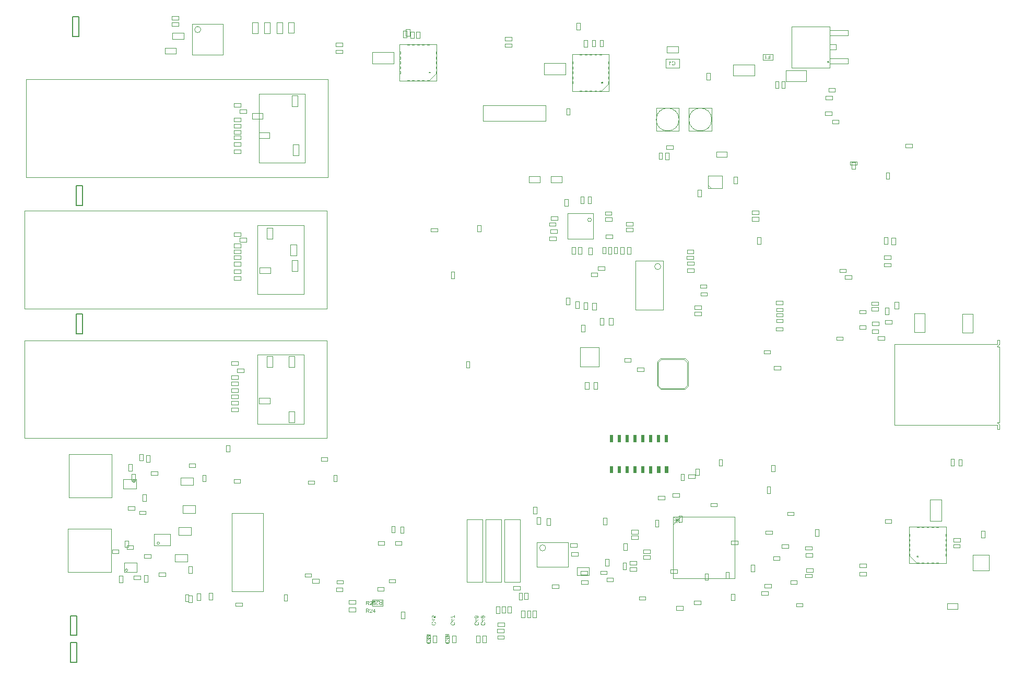
<source format=gbr>
G04*
G04 #@! TF.GenerationSoftware,Altium Limited,Altium Designer,23.7.1 (13)*
G04*
G04 Layer_Color=39423*
%FSLAX25Y25*%
%MOIN*%
G70*
G04*
G04 #@! TF.SameCoordinates,27D51526-8311-448D-B6E4-34D2AC34C314*
G04*
G04*
G04 #@! TF.FilePolarity,Positive*
G04*
G01*
G75*
%ADD11C,0.00787*%
%ADD16C,0.00394*%
%ADD353C,0.00100*%
%ADD354C,0.00300*%
G36*
X322325Y-274676D02*
X324314D01*
Y-270167D01*
X322325D01*
Y-274676D01*
D02*
G37*
G36*
X327325Y-274681D02*
X329312D01*
Y-270167D01*
X327325D01*
Y-274681D01*
D02*
G37*
G36*
X332325Y-274683D02*
X334317D01*
Y-270167D01*
X332325D01*
Y-274683D01*
D02*
G37*
G36*
X337325Y-274674D02*
X339324D01*
Y-270167D01*
X337325D01*
Y-274674D01*
D02*
G37*
G36*
X322325Y-254765D02*
X324321D01*
Y-250268D01*
X322325D01*
Y-254765D01*
D02*
G37*
G36*
X327325Y-254766D02*
X329323D01*
Y-250268D01*
X327325D01*
Y-254766D01*
D02*
G37*
G36*
X332325Y-254755D02*
X334315D01*
Y-250268D01*
X332325D01*
Y-254755D01*
D02*
G37*
G36*
X337325Y-254753D02*
X339323D01*
Y-250268D01*
X337325D01*
Y-254753D01*
D02*
G37*
G36*
X342325Y-274681D02*
X344329D01*
Y-270167D01*
X342325D01*
Y-274681D01*
D02*
G37*
G36*
X347325Y-274723D02*
X349333D01*
Y-270212D01*
X347325D01*
Y-274723D01*
D02*
G37*
G36*
X352325Y-274684D02*
X354343D01*
Y-270167D01*
X352325D01*
Y-274684D01*
D02*
G37*
G36*
X357325Y-274685D02*
X359352D01*
Y-270167D01*
X357325D01*
Y-274685D01*
D02*
G37*
G36*
X342325Y-254767D02*
X344325D01*
Y-250268D01*
X342325D01*
Y-254767D01*
D02*
G37*
G36*
X347325Y-254758D02*
X349336D01*
Y-250268D01*
X347325D01*
Y-254758D01*
D02*
G37*
G36*
X352325Y-254764D02*
X354331D01*
Y-250268D01*
X352325D01*
Y-254764D01*
D02*
G37*
G36*
X357325Y-254767D02*
X359327D01*
Y-250268D01*
X357325D01*
Y-254767D01*
D02*
G37*
G36*
X172280Y-363023D02*
X172627D01*
Y-363311D01*
X172280D01*
Y-363925D01*
X171965D01*
Y-363311D01*
X170851D01*
Y-363023D01*
X172024Y-361365D01*
X172280D01*
Y-363023D01*
D02*
G37*
G36*
X169878Y-361358D02*
X169908Y-361361D01*
X169945Y-361365D01*
X169985Y-361372D01*
X170026Y-361380D01*
X170122Y-361406D01*
X170219Y-361443D01*
X170267Y-361465D01*
X170315Y-361491D01*
X170359Y-361524D01*
X170400Y-361561D01*
X170404Y-361565D01*
X170411Y-361568D01*
X170418Y-361583D01*
X170433Y-361598D01*
X170452Y-361617D01*
X170470Y-361643D01*
X170489Y-361668D01*
X170511Y-361702D01*
X170548Y-361772D01*
X170585Y-361861D01*
X170600Y-361905D01*
X170607Y-361957D01*
X170615Y-362009D01*
X170618Y-362064D01*
Y-362072D01*
Y-362090D01*
X170615Y-362120D01*
X170611Y-362160D01*
X170603Y-362205D01*
X170589Y-362257D01*
X170574Y-362312D01*
X170552Y-362368D01*
X170548Y-362375D01*
X170540Y-362394D01*
X170526Y-362423D01*
X170503Y-362464D01*
X170474Y-362508D01*
X170437Y-362564D01*
X170393Y-362619D01*
X170341Y-362682D01*
X170333Y-362690D01*
X170315Y-362712D01*
X170296Y-362730D01*
X170278Y-362749D01*
X170256Y-362771D01*
X170226Y-362801D01*
X170196Y-362830D01*
X170159Y-362863D01*
X170122Y-362900D01*
X170078Y-362941D01*
X170030Y-362982D01*
X169978Y-363030D01*
X169919Y-363078D01*
X169860Y-363130D01*
X169856Y-363134D01*
X169849Y-363141D01*
X169834Y-363152D01*
X169815Y-363167D01*
X169793Y-363189D01*
X169767Y-363211D01*
X169708Y-363259D01*
X169645Y-363315D01*
X169586Y-363370D01*
X169534Y-363419D01*
X169512Y-363437D01*
X169493Y-363456D01*
X169490Y-363459D01*
X169479Y-363470D01*
X169464Y-363485D01*
X169445Y-363507D01*
X169427Y-363533D01*
X169405Y-363559D01*
X169360Y-363622D01*
X170622D01*
Y-363925D01*
X168924D01*
Y-363922D01*
Y-363907D01*
Y-363885D01*
X168927Y-363855D01*
X168931Y-363822D01*
X168938Y-363785D01*
X168946Y-363748D01*
X168961Y-363707D01*
Y-363703D01*
X168964Y-363700D01*
X168972Y-363678D01*
X168986Y-363644D01*
X169009Y-363600D01*
X169038Y-363548D01*
X169075Y-363489D01*
X169116Y-363430D01*
X169168Y-363367D01*
Y-363363D01*
X169175Y-363359D01*
X169194Y-363337D01*
X169227Y-363304D01*
X169275Y-363256D01*
X169331Y-363200D01*
X169401Y-363134D01*
X169486Y-363060D01*
X169579Y-362982D01*
X169582Y-362978D01*
X169597Y-362967D01*
X169619Y-362949D01*
X169645Y-362926D01*
X169678Y-362897D01*
X169719Y-362863D01*
X169760Y-362826D01*
X169808Y-362786D01*
X169900Y-362697D01*
X169993Y-362608D01*
X170037Y-362564D01*
X170078Y-362519D01*
X170115Y-362479D01*
X170145Y-362438D01*
Y-362434D01*
X170152Y-362431D01*
X170159Y-362420D01*
X170167Y-362405D01*
X170193Y-362364D01*
X170222Y-362316D01*
X170248Y-362257D01*
X170274Y-362194D01*
X170289Y-362123D01*
X170296Y-362057D01*
Y-362053D01*
Y-362050D01*
X170293Y-362027D01*
X170289Y-361990D01*
X170278Y-361950D01*
X170263Y-361898D01*
X170237Y-361846D01*
X170204Y-361794D01*
X170159Y-361742D01*
X170152Y-361735D01*
X170133Y-361720D01*
X170108Y-361702D01*
X170067Y-361676D01*
X170015Y-361654D01*
X169956Y-361631D01*
X169886Y-361617D01*
X169808Y-361613D01*
X169786D01*
X169771Y-361617D01*
X169727Y-361620D01*
X169675Y-361631D01*
X169619Y-361646D01*
X169556Y-361672D01*
X169497Y-361705D01*
X169442Y-361750D01*
X169434Y-361757D01*
X169419Y-361776D01*
X169397Y-361805D01*
X169375Y-361850D01*
X169349Y-361901D01*
X169327Y-361968D01*
X169312Y-362042D01*
X169305Y-362127D01*
X168983Y-362094D01*
Y-362090D01*
X168986Y-362079D01*
Y-362061D01*
X168990Y-362035D01*
X168998Y-362005D01*
X169005Y-361972D01*
X169016Y-361931D01*
X169027Y-361890D01*
X169057Y-361802D01*
X169101Y-361713D01*
X169127Y-361668D01*
X169160Y-361624D01*
X169194Y-361583D01*
X169231Y-361546D01*
X169234Y-361543D01*
X169242Y-361539D01*
X169253Y-361528D01*
X169271Y-361517D01*
X169294Y-361502D01*
X169319Y-361487D01*
X169349Y-361469D01*
X169386Y-361450D01*
X169427Y-361432D01*
X169471Y-361413D01*
X169519Y-361398D01*
X169571Y-361384D01*
X169627Y-361372D01*
X169686Y-361361D01*
X169749Y-361358D01*
X169815Y-361354D01*
X169852D01*
X169878Y-361358D01*
D02*
G37*
G36*
X167736Y-361369D02*
X167769D01*
X167847Y-361372D01*
X167928Y-361384D01*
X168017Y-361395D01*
X168098Y-361413D01*
X168139Y-361424D01*
X168173Y-361435D01*
X168176D01*
X168180Y-361439D01*
X168202Y-361450D01*
X168235Y-361465D01*
X168276Y-361491D01*
X168321Y-361524D01*
X168369Y-361568D01*
X168413Y-361620D01*
X168457Y-361680D01*
Y-361683D01*
X168461Y-361687D01*
X168476Y-361709D01*
X168491Y-361746D01*
X168513Y-361794D01*
X168531Y-361850D01*
X168550Y-361916D01*
X168561Y-361987D01*
X168565Y-362064D01*
Y-362068D01*
Y-362075D01*
Y-362090D01*
X168561Y-362109D01*
Y-362135D01*
X168557Y-362160D01*
X168543Y-362223D01*
X168520Y-362297D01*
X168491Y-362375D01*
X168446Y-362453D01*
X168417Y-362490D01*
X168387Y-362527D01*
X168383Y-362530D01*
X168380Y-362534D01*
X168369Y-362545D01*
X168354Y-362556D01*
X168335Y-362571D01*
X168313Y-362586D01*
X168283Y-362604D01*
X168254Y-362627D01*
X168217Y-362645D01*
X168176Y-362664D01*
X168132Y-362686D01*
X168084Y-362704D01*
X168028Y-362719D01*
X167973Y-362738D01*
X167910Y-362749D01*
X167843Y-362760D01*
X167851Y-362764D01*
X167865Y-362771D01*
X167888Y-362786D01*
X167917Y-362801D01*
X167984Y-362841D01*
X168017Y-362867D01*
X168047Y-362889D01*
X168054Y-362897D01*
X168073Y-362915D01*
X168102Y-362945D01*
X168139Y-362982D01*
X168180Y-363034D01*
X168228Y-363089D01*
X168276Y-363156D01*
X168328Y-363230D01*
X168768Y-363925D01*
X168346D01*
X168010Y-363393D01*
Y-363389D01*
X168002Y-363382D01*
X167995Y-363370D01*
X167984Y-363356D01*
X167958Y-363315D01*
X167925Y-363263D01*
X167884Y-363208D01*
X167843Y-363148D01*
X167803Y-363093D01*
X167765Y-363041D01*
X167762Y-363037D01*
X167751Y-363023D01*
X167732Y-363000D01*
X167706Y-362975D01*
X167651Y-362919D01*
X167621Y-362893D01*
X167592Y-362871D01*
X167588Y-362867D01*
X167580Y-362863D01*
X167566Y-362856D01*
X167543Y-362845D01*
X167521Y-362834D01*
X167495Y-362823D01*
X167436Y-362804D01*
X167432D01*
X167425Y-362801D01*
X167410D01*
X167392Y-362797D01*
X167366Y-362793D01*
X167336D01*
X167296Y-362790D01*
X166859D01*
Y-363925D01*
X166519D01*
Y-361365D01*
X167706D01*
X167736Y-361369D01*
D02*
G37*
G36*
X518607Y-327219D02*
X518611Y-327228D01*
X518616Y-327242D01*
X518620Y-327260D01*
X518630Y-327288D01*
X518639Y-327316D01*
X518657Y-327385D01*
X518676Y-327468D01*
X518699Y-327560D01*
X518717Y-327658D01*
X518731Y-327759D01*
X518736Y-327754D01*
X518754Y-327736D01*
X518782Y-327704D01*
X518824Y-327662D01*
X518884Y-327607D01*
X518953Y-327547D01*
X519041Y-327468D01*
X519143Y-327385D01*
X519323Y-327644D01*
X519313Y-327648D01*
X519290Y-327667D01*
X519253Y-327695D01*
X519203Y-327731D01*
X519133Y-327773D01*
X519055Y-327824D01*
X518962Y-327884D01*
X518861Y-327944D01*
X518865D01*
X518875Y-327949D01*
X518889Y-327958D01*
X518912Y-327972D01*
X518967Y-327999D01*
X519032Y-328036D01*
X519106Y-328083D01*
X519184Y-328129D01*
X519258Y-328180D01*
X519323Y-328226D01*
X519143Y-328480D01*
X519138Y-328475D01*
X519129Y-328471D01*
X519115Y-328457D01*
X519092Y-328438D01*
X519036Y-328397D01*
X518972Y-328341D01*
X518902Y-328281D01*
X518838Y-328221D01*
X518778Y-328166D01*
X518750Y-328143D01*
X518731Y-328119D01*
Y-328124D01*
X518727Y-328133D01*
Y-328147D01*
X518722Y-328166D01*
X518717Y-328193D01*
X518708Y-328221D01*
X518694Y-328291D01*
X518676Y-328374D01*
X518657Y-328461D01*
X518607Y-328651D01*
X518297Y-328554D01*
Y-328549D01*
X518302Y-328540D01*
X518311Y-328521D01*
X518316Y-328498D01*
X518329Y-328471D01*
X518343Y-328434D01*
X518371Y-328360D01*
X518403Y-328277D01*
X518440Y-328193D01*
X518477Y-328115D01*
X518510Y-328050D01*
X518505D01*
X518491D01*
X518473Y-328055D01*
X518445D01*
X518413Y-328060D01*
X518376Y-328064D01*
X518293Y-328069D01*
X518205Y-328078D01*
X518112Y-328087D01*
X518034Y-328092D01*
X517997D01*
X517965D01*
Y-327778D01*
X517969D01*
X517974D01*
X517988D01*
X518001D01*
X518052Y-327782D01*
X518112Y-327787D01*
X518191Y-327796D01*
X518288Y-327801D01*
X518394Y-327815D01*
X518510Y-327829D01*
Y-327824D01*
X518505Y-327819D01*
X518500Y-327805D01*
X518491Y-327787D01*
X518468Y-327741D01*
X518440Y-327681D01*
X518408Y-327607D01*
X518371Y-327519D01*
X518334Y-327422D01*
X518297Y-327316D01*
X518607Y-327214D01*
Y-327219D01*
D02*
G37*
G36*
X317831Y-24520D02*
X317827Y-24525D01*
X317822Y-24534D01*
X317808Y-24548D01*
X317790Y-24571D01*
X317748Y-24626D01*
X317693Y-24691D01*
X317633Y-24760D01*
X317572Y-24825D01*
X317517Y-24885D01*
X317494Y-24913D01*
X317471Y-24931D01*
X317475D01*
X317485Y-24936D01*
X317498D01*
X317517Y-24941D01*
X317545Y-24945D01*
X317572Y-24954D01*
X317642Y-24968D01*
X317725Y-24987D01*
X317813Y-25005D01*
X318002Y-25056D01*
X317905Y-25366D01*
X317900D01*
X317891Y-25361D01*
X317873Y-25352D01*
X317850Y-25347D01*
X317822Y-25333D01*
X317785Y-25319D01*
X317711Y-25292D01*
X317628Y-25259D01*
X317545Y-25222D01*
X317466Y-25185D01*
X317402Y-25153D01*
Y-25158D01*
Y-25172D01*
X317406Y-25190D01*
Y-25218D01*
X317411Y-25250D01*
X317415Y-25287D01*
X317420Y-25370D01*
X317429Y-25458D01*
X317439Y-25550D01*
X317443Y-25629D01*
Y-25666D01*
Y-25698D01*
X317129D01*
Y-25694D01*
Y-25689D01*
Y-25675D01*
Y-25661D01*
X317134Y-25611D01*
X317138Y-25550D01*
X317147Y-25472D01*
X317152Y-25375D01*
X317166Y-25269D01*
X317180Y-25153D01*
X317175D01*
X317171Y-25158D01*
X317157Y-25162D01*
X317138Y-25172D01*
X317092Y-25195D01*
X317032Y-25222D01*
X316958Y-25255D01*
X316870Y-25292D01*
X316773Y-25329D01*
X316667Y-25366D01*
X316565Y-25056D01*
X316570D01*
X316579Y-25052D01*
X316593Y-25047D01*
X316612Y-25042D01*
X316639Y-25033D01*
X316667Y-25024D01*
X316736Y-25005D01*
X316819Y-24987D01*
X316912Y-24964D01*
X317009Y-24945D01*
X317110Y-24931D01*
X317106Y-24927D01*
X317087Y-24908D01*
X317055Y-24881D01*
X317013Y-24839D01*
X316958Y-24779D01*
X316898Y-24710D01*
X316819Y-24622D01*
X316736Y-24520D01*
X316995Y-24340D01*
X317000Y-24349D01*
X317018Y-24372D01*
X317046Y-24409D01*
X317083Y-24460D01*
X317124Y-24529D01*
X317175Y-24608D01*
X317235Y-24700D01*
X317295Y-24802D01*
Y-24797D01*
X317300Y-24788D01*
X317309Y-24774D01*
X317323Y-24751D01*
X317351Y-24696D01*
X317388Y-24631D01*
X317434Y-24557D01*
X317480Y-24479D01*
X317531Y-24405D01*
X317577Y-24340D01*
X317831Y-24520D01*
D02*
G37*
G36*
X424593Y-9941D02*
X422861D01*
Y-9638D01*
X424253D01*
Y-8846D01*
X423050D01*
Y-8543D01*
X424253D01*
Y-7381D01*
X424593D01*
Y-9941D01*
D02*
G37*
G36*
X421681Y-9383D02*
X421685Y-9379D01*
X421703Y-9364D01*
X421725Y-9342D01*
X421762Y-9316D01*
X421803Y-9283D01*
X421855Y-9246D01*
X421914Y-9205D01*
X421981Y-9165D01*
X421984D01*
X421988Y-9161D01*
X422010Y-9146D01*
X422047Y-9127D01*
X422092Y-9105D01*
X422144Y-9079D01*
X422199Y-9053D01*
X422255Y-9028D01*
X422310Y-9005D01*
Y-9309D01*
X422306D01*
X422299Y-9316D01*
X422284Y-9320D01*
X422266Y-9331D01*
X422243Y-9342D01*
X422218Y-9357D01*
X422155Y-9394D01*
X422081Y-9435D01*
X422007Y-9486D01*
X421929Y-9546D01*
X421851Y-9608D01*
X421847Y-9612D01*
X421844Y-9616D01*
X421833Y-9627D01*
X421818Y-9638D01*
X421785Y-9675D01*
X421740Y-9719D01*
X421696Y-9771D01*
X421648Y-9831D01*
X421607Y-9890D01*
X421570Y-9953D01*
X421367D01*
Y-7381D01*
X421681D01*
Y-9383D01*
D02*
G37*
G36*
X360450Y-11433D02*
X360491Y-11492D01*
X360539Y-11551D01*
X360583Y-11603D01*
X360628Y-11647D01*
X360661Y-11684D01*
X360676Y-11695D01*
X360687Y-11706D01*
X360690Y-11710D01*
X360694Y-11714D01*
X360772Y-11777D01*
X360850Y-11836D01*
X360924Y-11888D01*
X360998Y-11928D01*
X361061Y-11965D01*
X361086Y-11980D01*
X361109Y-11991D01*
X361127Y-12002D01*
X361142Y-12006D01*
X361149Y-12013D01*
X361153D01*
Y-12317D01*
X361098Y-12295D01*
X361042Y-12269D01*
X360986Y-12243D01*
X360935Y-12217D01*
X360890Y-12195D01*
X360853Y-12176D01*
X360831Y-12161D01*
X360827Y-12158D01*
X360824D01*
X360757Y-12117D01*
X360698Y-12076D01*
X360646Y-12039D01*
X360605Y-12006D01*
X360568Y-11980D01*
X360546Y-11958D01*
X360528Y-11943D01*
X360524Y-11939D01*
Y-13941D01*
X360209D01*
Y-11370D01*
X360413D01*
X360450Y-11433D01*
D02*
G37*
G36*
X362862Y-11344D02*
X362981Y-11362D01*
X363084Y-11384D01*
X363133Y-11399D01*
X363177Y-11414D01*
X363218Y-11429D01*
X363255Y-11444D01*
X363284Y-11455D01*
X363314Y-11466D01*
X363332Y-11477D01*
X363347Y-11484D01*
X363358Y-11488D01*
X363362Y-11492D01*
X363462Y-11555D01*
X363547Y-11629D01*
X363621Y-11703D01*
X363684Y-11777D01*
X363732Y-11843D01*
X363750Y-11873D01*
X363765Y-11899D01*
X363780Y-11917D01*
X363787Y-11932D01*
X363791Y-11943D01*
X363795Y-11947D01*
X363847Y-12061D01*
X363884Y-12180D01*
X363910Y-12298D01*
X363928Y-12406D01*
X363935Y-12454D01*
X363939Y-12502D01*
X363943Y-12539D01*
Y-12576D01*
X363947Y-12602D01*
Y-12624D01*
Y-12639D01*
Y-12642D01*
X363939Y-12776D01*
X363924Y-12905D01*
X363906Y-13020D01*
X363891Y-13075D01*
X363880Y-13123D01*
X363869Y-13168D01*
X363854Y-13208D01*
X363843Y-13246D01*
X363836Y-13275D01*
X363824Y-13297D01*
X363821Y-13316D01*
X363813Y-13327D01*
Y-13331D01*
X363758Y-13442D01*
X363695Y-13542D01*
X363628Y-13627D01*
X363595Y-13660D01*
X363565Y-13693D01*
X363536Y-13723D01*
X363506Y-13749D01*
X363480Y-13771D01*
X363458Y-13786D01*
X363443Y-13801D01*
X363428Y-13812D01*
X363421Y-13815D01*
X363417Y-13819D01*
X363366Y-13849D01*
X363314Y-13874D01*
X363203Y-13915D01*
X363092Y-13945D01*
X362984Y-13963D01*
X362933Y-13971D01*
X362888Y-13978D01*
X362848Y-13982D01*
X362814D01*
X362785Y-13985D01*
X362744D01*
X362670Y-13982D01*
X362600Y-13974D01*
X362533Y-13967D01*
X362470Y-13952D01*
X362411Y-13934D01*
X362355Y-13915D01*
X362304Y-13897D01*
X362256Y-13874D01*
X362215Y-13856D01*
X362174Y-13837D01*
X362145Y-13819D01*
X362115Y-13801D01*
X362097Y-13786D01*
X362078Y-13778D01*
X362071Y-13771D01*
X362067Y-13767D01*
X362015Y-13723D01*
X361971Y-13678D01*
X361930Y-13627D01*
X361889Y-13575D01*
X361823Y-13471D01*
X361771Y-13368D01*
X361749Y-13319D01*
X361730Y-13275D01*
X361715Y-13234D01*
X361704Y-13201D01*
X361693Y-13171D01*
X361686Y-13149D01*
X361682Y-13135D01*
Y-13131D01*
X362022Y-13046D01*
X362037Y-13105D01*
X362056Y-13160D01*
X362074Y-13212D01*
X362093Y-13260D01*
X362115Y-13305D01*
X362137Y-13342D01*
X362163Y-13379D01*
X362185Y-13412D01*
X362204Y-13442D01*
X362226Y-13464D01*
X362245Y-13486D01*
X362259Y-13505D01*
X362274Y-13516D01*
X362285Y-13527D01*
X362289Y-13530D01*
X362293Y-13534D01*
X362330Y-13564D01*
X362370Y-13586D01*
X362452Y-13627D01*
X362529Y-13656D01*
X362607Y-13675D01*
X362674Y-13690D01*
X362700Y-13693D01*
X362725D01*
X362748Y-13697D01*
X362774D01*
X362859Y-13693D01*
X362940Y-13678D01*
X363014Y-13660D01*
X363081Y-13638D01*
X363133Y-13615D01*
X363155Y-13604D01*
X363173Y-13597D01*
X363188Y-13590D01*
X363199Y-13582D01*
X363207Y-13578D01*
X363210D01*
X363281Y-13527D01*
X363340Y-13471D01*
X363391Y-13408D01*
X363432Y-13349D01*
X363465Y-13297D01*
X363488Y-13253D01*
X363495Y-13234D01*
X363503Y-13223D01*
X363506Y-13216D01*
Y-13212D01*
X363536Y-13116D01*
X363558Y-13020D01*
X363577Y-12924D01*
X363588Y-12835D01*
X363591Y-12794D01*
X363595Y-12757D01*
Y-12724D01*
X363599Y-12698D01*
Y-12676D01*
Y-12657D01*
Y-12646D01*
Y-12642D01*
X363595Y-12546D01*
X363588Y-12457D01*
X363573Y-12376D01*
X363558Y-12302D01*
X363547Y-12239D01*
X363540Y-12213D01*
X363532Y-12191D01*
X363528Y-12173D01*
X363525Y-12161D01*
X363521Y-12154D01*
Y-12150D01*
X363484Y-12065D01*
X363443Y-11987D01*
X363399Y-11925D01*
X363351Y-11869D01*
X363310Y-11825D01*
X363277Y-11795D01*
X363251Y-11777D01*
X363247Y-11769D01*
X363244D01*
X363166Y-11721D01*
X363081Y-11684D01*
X362999Y-11658D01*
X362922Y-11643D01*
X362851Y-11632D01*
X362822Y-11629D01*
X362796D01*
X362777Y-11625D01*
X362748D01*
X362655Y-11629D01*
X362570Y-11643D01*
X362500Y-11666D01*
X362437Y-11688D01*
X362389Y-11714D01*
X362352Y-11732D01*
X362330Y-11747D01*
X362322Y-11754D01*
X362263Y-11810D01*
X362208Y-11873D01*
X362163Y-11939D01*
X362126Y-12006D01*
X362097Y-12065D01*
X362085Y-12095D01*
X362078Y-12117D01*
X362071Y-12135D01*
X362063Y-12150D01*
X362059Y-12158D01*
Y-12161D01*
X361726Y-12084D01*
X361749Y-12017D01*
X361771Y-11958D01*
X361801Y-11902D01*
X361826Y-11847D01*
X361856Y-11799D01*
X361889Y-11754D01*
X361919Y-11710D01*
X361948Y-11673D01*
X361978Y-11643D01*
X362004Y-11614D01*
X362030Y-11588D01*
X362048Y-11569D01*
X362067Y-11551D01*
X362082Y-11540D01*
X362089Y-11536D01*
X362093Y-11532D01*
X362145Y-11499D01*
X362196Y-11466D01*
X362248Y-11440D01*
X362304Y-11418D01*
X362415Y-11384D01*
X362515Y-11362D01*
X362563Y-11351D01*
X362603Y-11347D01*
X362644Y-11344D01*
X362677Y-11340D01*
X362703Y-11336D01*
X362740D01*
X362862Y-11344D01*
D02*
G37*
G36*
X176838Y-358774D02*
X175650D01*
X175621Y-358770D01*
X175587D01*
X175510Y-358767D01*
X175428Y-358755D01*
X175339Y-358745D01*
X175258Y-358726D01*
X175217Y-358715D01*
X175184Y-358704D01*
X175180D01*
X175177Y-358700D01*
X175154Y-358689D01*
X175121Y-358674D01*
X175080Y-358648D01*
X175036Y-358615D01*
X174988Y-358571D01*
X174943Y-358519D01*
X174899Y-358459D01*
Y-358456D01*
X174895Y-358452D01*
X174881Y-358430D01*
X174866Y-358393D01*
X174844Y-358345D01*
X174825Y-358289D01*
X174807Y-358223D01*
X174795Y-358152D01*
X174792Y-358075D01*
Y-358071D01*
Y-358064D01*
Y-358049D01*
X174795Y-358030D01*
Y-358004D01*
X174799Y-357979D01*
X174814Y-357916D01*
X174836Y-357842D01*
X174866Y-357764D01*
X174910Y-357686D01*
X174940Y-357649D01*
X174969Y-357612D01*
X174973Y-357609D01*
X174977Y-357605D01*
X174988Y-357594D01*
X175003Y-357583D01*
X175021Y-357568D01*
X175043Y-357553D01*
X175073Y-357535D01*
X175103Y-357512D01*
X175140Y-357494D01*
X175180Y-357475D01*
X175225Y-357453D01*
X175273Y-357435D01*
X175328Y-357420D01*
X175384Y-357401D01*
X175447Y-357390D01*
X175513Y-357379D01*
X175506Y-357376D01*
X175491Y-357368D01*
X175469Y-357353D01*
X175439Y-357339D01*
X175373Y-357298D01*
X175339Y-357272D01*
X175310Y-357250D01*
X175302Y-357242D01*
X175284Y-357224D01*
X175254Y-357194D01*
X175217Y-357157D01*
X175177Y-357105D01*
X175128Y-357050D01*
X175080Y-356983D01*
X175029Y-356909D01*
X174588Y-356214D01*
X175010D01*
X175347Y-356747D01*
Y-356750D01*
X175354Y-356757D01*
X175362Y-356769D01*
X175373Y-356783D01*
X175399Y-356824D01*
X175432Y-356876D01*
X175473Y-356931D01*
X175513Y-356991D01*
X175554Y-357046D01*
X175591Y-357098D01*
X175595Y-357102D01*
X175606Y-357116D01*
X175624Y-357139D01*
X175650Y-357165D01*
X175706Y-357220D01*
X175735Y-357246D01*
X175765Y-357268D01*
X175769Y-357272D01*
X175776Y-357276D01*
X175791Y-357283D01*
X175813Y-357294D01*
X175835Y-357305D01*
X175861Y-357316D01*
X175920Y-357335D01*
X175924D01*
X175931Y-357339D01*
X175946D01*
X175965Y-357342D01*
X175991Y-357346D01*
X176020D01*
X176061Y-357349D01*
X176497D01*
Y-356214D01*
X176838D01*
Y-358774D01*
D02*
G37*
G36*
X174433Y-356217D02*
Y-356232D01*
Y-356254D01*
X174429Y-356284D01*
X174425Y-356317D01*
X174418Y-356354D01*
X174411Y-356391D01*
X174396Y-356432D01*
Y-356436D01*
X174392Y-356439D01*
X174385Y-356462D01*
X174370Y-356495D01*
X174348Y-356539D01*
X174318Y-356591D01*
X174281Y-356650D01*
X174241Y-356710D01*
X174189Y-356772D01*
Y-356776D01*
X174181Y-356780D01*
X174163Y-356802D01*
X174129Y-356835D01*
X174081Y-356883D01*
X174026Y-356939D01*
X173956Y-357006D01*
X173871Y-357079D01*
X173778Y-357157D01*
X173774Y-357161D01*
X173759Y-357172D01*
X173737Y-357190D01*
X173711Y-357213D01*
X173678Y-357242D01*
X173637Y-357276D01*
X173597Y-357313D01*
X173549Y-357353D01*
X173456Y-357442D01*
X173364Y-357531D01*
X173319Y-357575D01*
X173278Y-357620D01*
X173241Y-357660D01*
X173212Y-357701D01*
Y-357705D01*
X173205Y-357708D01*
X173197Y-357719D01*
X173190Y-357734D01*
X173164Y-357775D01*
X173134Y-357823D01*
X173108Y-357882D01*
X173082Y-357945D01*
X173068Y-358015D01*
X173060Y-358082D01*
Y-358086D01*
Y-358090D01*
X173064Y-358112D01*
X173068Y-358149D01*
X173079Y-358189D01*
X173093Y-358241D01*
X173119Y-358293D01*
X173153Y-358345D01*
X173197Y-358397D01*
X173205Y-358404D01*
X173223Y-358419D01*
X173249Y-358437D01*
X173290Y-358463D01*
X173341Y-358485D01*
X173401Y-358508D01*
X173471Y-358522D01*
X173549Y-358526D01*
X173571D01*
X173586Y-358522D01*
X173630Y-358519D01*
X173682Y-358508D01*
X173737Y-358493D01*
X173800Y-358467D01*
X173859Y-358434D01*
X173915Y-358389D01*
X173922Y-358382D01*
X173937Y-358363D01*
X173959Y-358334D01*
X173981Y-358289D01*
X174007Y-358238D01*
X174030Y-358171D01*
X174044Y-358097D01*
X174052Y-358012D01*
X174374Y-358045D01*
Y-358049D01*
X174370Y-358060D01*
Y-358079D01*
X174366Y-358104D01*
X174359Y-358134D01*
X174352Y-358167D01*
X174340Y-358208D01*
X174329Y-358249D01*
X174300Y-358337D01*
X174255Y-358426D01*
X174229Y-358471D01*
X174196Y-358515D01*
X174163Y-358556D01*
X174126Y-358593D01*
X174122Y-358596D01*
X174115Y-358600D01*
X174104Y-358611D01*
X174085Y-358622D01*
X174063Y-358637D01*
X174037Y-358652D01*
X174007Y-358670D01*
X173970Y-358689D01*
X173930Y-358707D01*
X173885Y-358726D01*
X173837Y-358741D01*
X173785Y-358755D01*
X173730Y-358767D01*
X173671Y-358778D01*
X173608Y-358781D01*
X173541Y-358785D01*
X173504D01*
X173478Y-358781D01*
X173449Y-358778D01*
X173412Y-358774D01*
X173371Y-358767D01*
X173330Y-358759D01*
X173234Y-358733D01*
X173138Y-358696D01*
X173090Y-358674D01*
X173042Y-358648D01*
X172997Y-358615D01*
X172957Y-358578D01*
X172953Y-358574D01*
X172945Y-358571D01*
X172938Y-358556D01*
X172923Y-358541D01*
X172905Y-358522D01*
X172886Y-358496D01*
X172868Y-358471D01*
X172846Y-358437D01*
X172809Y-358367D01*
X172772Y-358278D01*
X172757Y-358234D01*
X172749Y-358182D01*
X172742Y-358130D01*
X172738Y-358075D01*
Y-358067D01*
Y-358049D01*
X172742Y-358019D01*
X172746Y-357979D01*
X172753Y-357934D01*
X172768Y-357882D01*
X172783Y-357827D01*
X172805Y-357771D01*
X172809Y-357764D01*
X172816Y-357745D01*
X172831Y-357716D01*
X172853Y-357675D01*
X172883Y-357631D01*
X172920Y-357575D01*
X172964Y-357520D01*
X173016Y-357457D01*
X173023Y-357449D01*
X173042Y-357427D01*
X173060Y-357409D01*
X173079Y-357390D01*
X173101Y-357368D01*
X173131Y-357339D01*
X173160Y-357309D01*
X173197Y-357276D01*
X173234Y-357239D01*
X173278Y-357198D01*
X173327Y-357157D01*
X173378Y-357109D01*
X173438Y-357061D01*
X173497Y-357009D01*
X173501Y-357006D01*
X173508Y-356998D01*
X173523Y-356987D01*
X173541Y-356972D01*
X173563Y-356950D01*
X173589Y-356928D01*
X173649Y-356880D01*
X173711Y-356824D01*
X173771Y-356769D01*
X173822Y-356721D01*
X173845Y-356702D01*
X173863Y-356684D01*
X173867Y-356680D01*
X173878Y-356669D01*
X173893Y-356654D01*
X173911Y-356632D01*
X173930Y-356606D01*
X173952Y-356580D01*
X173996Y-356517D01*
X172735D01*
Y-356214D01*
X174433D01*
Y-356217D01*
D02*
G37*
G36*
X169861Y-356411D02*
X169891Y-356415D01*
X169928Y-356419D01*
X169969Y-356426D01*
X170010Y-356433D01*
X170106Y-356459D01*
X170202Y-356496D01*
X170250Y-356519D01*
X170298Y-356544D01*
X170343Y-356578D01*
X170383Y-356615D01*
X170387Y-356618D01*
X170394Y-356622D01*
X170402Y-356637D01*
X170416Y-356652D01*
X170435Y-356670D01*
X170454Y-356696D01*
X170472Y-356722D01*
X170494Y-356755D01*
X170531Y-356826D01*
X170568Y-356914D01*
X170583Y-356959D01*
X170590Y-357011D01*
X170598Y-357062D01*
X170601Y-357118D01*
Y-357125D01*
Y-357144D01*
X170598Y-357173D01*
X170594Y-357214D01*
X170587Y-357259D01*
X170572Y-357310D01*
X170557Y-357366D01*
X170535Y-357421D01*
X170531Y-357429D01*
X170524Y-357447D01*
X170509Y-357477D01*
X170487Y-357518D01*
X170457Y-357562D01*
X170420Y-357617D01*
X170376Y-357673D01*
X170324Y-357736D01*
X170317Y-357743D01*
X170298Y-357765D01*
X170280Y-357784D01*
X170261Y-357802D01*
X170239Y-357825D01*
X170209Y-357854D01*
X170180Y-357884D01*
X170143Y-357917D01*
X170106Y-357954D01*
X170061Y-357995D01*
X170013Y-358035D01*
X169961Y-358084D01*
X169902Y-358132D01*
X169843Y-358184D01*
X169839Y-358187D01*
X169832Y-358195D01*
X169817Y-358206D01*
X169799Y-358221D01*
X169776Y-358243D01*
X169750Y-358265D01*
X169691Y-358313D01*
X169628Y-358368D01*
X169569Y-358424D01*
X169517Y-358472D01*
X169495Y-358491D01*
X169477Y-358509D01*
X169473Y-358513D01*
X169462Y-358524D01*
X169447Y-358539D01*
X169429Y-358561D01*
X169410Y-358587D01*
X169388Y-358613D01*
X169343Y-358676D01*
X170605D01*
Y-358979D01*
X168907D01*
Y-358975D01*
Y-358961D01*
Y-358938D01*
X168911Y-358909D01*
X168914Y-358875D01*
X168922Y-358838D01*
X168929Y-358801D01*
X168944Y-358761D01*
Y-358757D01*
X168948Y-358753D01*
X168955Y-358731D01*
X168970Y-358698D01*
X168992Y-358653D01*
X169022Y-358602D01*
X169059Y-358542D01*
X169099Y-358483D01*
X169151Y-358420D01*
Y-358417D01*
X169158Y-358413D01*
X169177Y-358391D01*
X169210Y-358357D01*
X169258Y-358309D01*
X169314Y-358254D01*
X169384Y-358187D01*
X169469Y-358113D01*
X169562Y-358035D01*
X169565Y-358032D01*
X169580Y-358021D01*
X169603Y-358002D01*
X169628Y-357980D01*
X169662Y-357950D01*
X169702Y-357917D01*
X169743Y-357880D01*
X169791Y-357839D01*
X169884Y-357751D01*
X169976Y-357662D01*
X170021Y-357617D01*
X170061Y-357573D01*
X170098Y-357532D01*
X170128Y-357492D01*
Y-357488D01*
X170135Y-357484D01*
X170143Y-357473D01*
X170150Y-357458D01*
X170176Y-357418D01*
X170206Y-357369D01*
X170231Y-357310D01*
X170257Y-357247D01*
X170272Y-357177D01*
X170280Y-357111D01*
Y-357107D01*
Y-357103D01*
X170276Y-357081D01*
X170272Y-357044D01*
X170261Y-357003D01*
X170246Y-356951D01*
X170220Y-356900D01*
X170187Y-356848D01*
X170143Y-356796D01*
X170135Y-356789D01*
X170117Y-356774D01*
X170091Y-356755D01*
X170050Y-356729D01*
X169998Y-356707D01*
X169939Y-356685D01*
X169869Y-356670D01*
X169791Y-356666D01*
X169769D01*
X169754Y-356670D01*
X169710Y-356674D01*
X169658Y-356685D01*
X169603Y-356700D01*
X169540Y-356726D01*
X169480Y-356759D01*
X169425Y-356803D01*
X169418Y-356811D01*
X169403Y-356829D01*
X169380Y-356859D01*
X169358Y-356903D01*
X169332Y-356955D01*
X169310Y-357022D01*
X169295Y-357096D01*
X169288Y-357181D01*
X168966Y-357148D01*
Y-357144D01*
X168970Y-357133D01*
Y-357114D01*
X168974Y-357088D01*
X168981Y-357059D01*
X168988Y-357025D01*
X168999Y-356985D01*
X169010Y-356944D01*
X169040Y-356855D01*
X169085Y-356766D01*
X169110Y-356722D01*
X169144Y-356678D01*
X169177Y-356637D01*
X169214Y-356600D01*
X169218Y-356596D01*
X169225Y-356592D01*
X169236Y-356581D01*
X169255Y-356570D01*
X169277Y-356556D01*
X169303Y-356541D01*
X169332Y-356522D01*
X169369Y-356504D01*
X169410Y-356485D01*
X169455Y-356467D01*
X169503Y-356452D01*
X169554Y-356437D01*
X169610Y-356426D01*
X169669Y-356415D01*
X169732Y-356411D01*
X169799Y-356407D01*
X169836D01*
X169861Y-356411D01*
D02*
G37*
G36*
X167719Y-356422D02*
X167753D01*
X167830Y-356426D01*
X167912Y-356437D01*
X168000Y-356448D01*
X168082Y-356467D01*
X168122Y-356478D01*
X168156Y-356489D01*
X168159D01*
X168163Y-356493D01*
X168185Y-356504D01*
X168219Y-356519D01*
X168259Y-356544D01*
X168304Y-356578D01*
X168352Y-356622D01*
X168396Y-356674D01*
X168441Y-356733D01*
Y-356737D01*
X168444Y-356740D01*
X168459Y-356763D01*
X168474Y-356800D01*
X168496Y-356848D01*
X168515Y-356903D01*
X168533Y-356970D01*
X168544Y-357040D01*
X168548Y-357118D01*
Y-357122D01*
Y-357129D01*
Y-357144D01*
X168544Y-357162D01*
Y-357188D01*
X168541Y-357214D01*
X168526Y-357277D01*
X168504Y-357351D01*
X168474Y-357429D01*
X168430Y-357506D01*
X168400Y-357543D01*
X168370Y-357580D01*
X168367Y-357584D01*
X168363Y-357588D01*
X168352Y-357599D01*
X168337Y-357610D01*
X168319Y-357625D01*
X168296Y-357640D01*
X168267Y-357658D01*
X168237Y-357680D01*
X168200Y-357699D01*
X168159Y-357717D01*
X168115Y-357739D01*
X168067Y-357758D01*
X168011Y-357773D01*
X167956Y-357791D01*
X167893Y-357802D01*
X167826Y-357814D01*
X167834Y-357817D01*
X167849Y-357825D01*
X167871Y-357839D01*
X167901Y-357854D01*
X167967Y-357895D01*
X168000Y-357921D01*
X168030Y-357943D01*
X168037Y-357950D01*
X168056Y-357969D01*
X168086Y-357998D01*
X168122Y-358035D01*
X168163Y-358087D01*
X168211Y-358143D01*
X168259Y-358209D01*
X168311Y-358283D01*
X168752Y-358979D01*
X168330D01*
X167993Y-358446D01*
Y-358442D01*
X167986Y-358435D01*
X167978Y-358424D01*
X167967Y-358409D01*
X167941Y-358368D01*
X167908Y-358317D01*
X167867Y-358261D01*
X167826Y-358202D01*
X167786Y-358147D01*
X167749Y-358095D01*
X167745Y-358091D01*
X167734Y-358076D01*
X167716Y-358054D01*
X167690Y-358028D01*
X167634Y-357973D01*
X167604Y-357947D01*
X167575Y-357925D01*
X167571Y-357921D01*
X167564Y-357917D01*
X167549Y-357910D01*
X167527Y-357899D01*
X167505Y-357888D01*
X167479Y-357876D01*
X167420Y-357858D01*
X167416D01*
X167408Y-357854D01*
X167394D01*
X167375Y-357851D01*
X167349Y-357847D01*
X167320D01*
X167279Y-357843D01*
X166842D01*
Y-358979D01*
X166502D01*
Y-356419D01*
X167690D01*
X167719Y-356422D01*
D02*
G37*
G36*
X172442Y-356217D02*
Y-356232D01*
Y-356254D01*
X172439Y-356284D01*
X172435Y-356317D01*
X172427Y-356354D01*
X172420Y-356391D01*
X172405Y-356432D01*
Y-356436D01*
X172402Y-356439D01*
X172394Y-356462D01*
X172379Y-356495D01*
X172357Y-356539D01*
X172328Y-356591D01*
X172304Y-356628D01*
X172318Y-356641D01*
X172363Y-356689D01*
X172400Y-356744D01*
X172403Y-356752D01*
X172415Y-356770D01*
X172429Y-356803D01*
X172448Y-356844D01*
X172466Y-356892D01*
X172481Y-356948D01*
X172492Y-357011D01*
X172496Y-357073D01*
Y-357081D01*
Y-357103D01*
X172492Y-357133D01*
X172485Y-357173D01*
X172474Y-357222D01*
X172455Y-357273D01*
X172433Y-357325D01*
X172403Y-357377D01*
X172400Y-357384D01*
X172389Y-357399D01*
X172366Y-357425D01*
X172337Y-357455D01*
X172300Y-357488D01*
X172255Y-357525D01*
X172204Y-357558D01*
X172141Y-357592D01*
X172144D01*
X172152Y-357595D01*
X172163Y-357599D01*
X172178Y-357603D01*
X172218Y-357617D01*
X172270Y-357640D01*
X172329Y-357669D01*
X172389Y-357706D01*
X172444Y-357754D01*
X172496Y-357810D01*
X172500Y-357817D01*
X172514Y-357839D01*
X172537Y-357876D01*
X172559Y-357925D01*
X172581Y-357984D01*
X172603Y-358054D01*
X172618Y-358135D01*
X172622Y-358224D01*
Y-358228D01*
Y-358239D01*
Y-358258D01*
X172618Y-358280D01*
X172614Y-358309D01*
X172607Y-358343D01*
X172599Y-358380D01*
X172592Y-358420D01*
X172563Y-358509D01*
X172540Y-358557D01*
X172518Y-358602D01*
X172488Y-358650D01*
X172455Y-358698D01*
X172418Y-358746D01*
X172374Y-358790D01*
X172370Y-358794D01*
X172363Y-358801D01*
X172348Y-358812D01*
X172329Y-358827D01*
X172307Y-358846D01*
X172278Y-358864D01*
X172244Y-358887D01*
X172204Y-358905D01*
X172163Y-358927D01*
X172115Y-358949D01*
X172067Y-358968D01*
X172011Y-358986D01*
X171952Y-359001D01*
X171889Y-359012D01*
X171826Y-359020D01*
X171756Y-359023D01*
X171723D01*
X171700Y-359020D01*
X171671Y-359016D01*
X171637Y-359012D01*
X171600Y-359005D01*
X171560Y-358998D01*
X171471Y-358975D01*
X171379Y-358938D01*
X171330Y-358916D01*
X171286Y-358890D01*
X171242Y-358857D01*
X171197Y-358824D01*
X171194Y-358820D01*
X171186Y-358812D01*
X171175Y-358801D01*
X171164Y-358787D01*
X171145Y-358768D01*
X171127Y-358742D01*
X171105Y-358716D01*
X171082Y-358683D01*
X171067Y-358657D01*
X171051Y-358648D01*
X171007Y-358615D01*
X170966Y-358578D01*
X170962Y-358574D01*
X170955Y-358571D01*
X170948Y-358556D01*
X170933Y-358541D01*
X170914Y-358522D01*
X170896Y-358496D01*
X170877Y-358471D01*
X170855Y-358437D01*
X170818Y-358367D01*
X170781Y-358278D01*
X170766Y-358234D01*
X170759Y-358182D01*
X170751Y-358130D01*
X170748Y-358075D01*
Y-358067D01*
Y-358049D01*
X170751Y-358019D01*
X170755Y-357979D01*
X170763Y-357934D01*
X170777Y-357882D01*
X170792Y-357827D01*
X170814Y-357771D01*
X170818Y-357764D01*
X170825Y-357745D01*
X170840Y-357716D01*
X170862Y-357675D01*
X170892Y-357631D01*
X170929Y-357575D01*
X170973Y-357520D01*
X171025Y-357457D01*
X171033Y-357449D01*
X171051Y-357427D01*
X171070Y-357409D01*
X171088Y-357390D01*
X171110Y-357368D01*
X171140Y-357339D01*
X171169Y-357309D01*
X171206Y-357276D01*
X171244Y-357239D01*
X171288Y-357198D01*
X171336Y-357157D01*
X171388Y-357109D01*
X171447Y-357061D01*
X171506Y-357009D01*
X171510Y-357006D01*
X171517Y-356998D01*
X171532Y-356987D01*
X171551Y-356972D01*
X171573Y-356950D01*
X171599Y-356928D01*
X171658Y-356880D01*
X171721Y-356824D01*
X171780Y-356769D01*
X171832Y-356721D01*
X171854Y-356702D01*
X171872Y-356684D01*
X171819Y-356670D01*
X171752Y-356666D01*
X171723D01*
X171689Y-356674D01*
X171645Y-356681D01*
X171597Y-356696D01*
X171549Y-356715D01*
X171497Y-356744D01*
X171449Y-356781D01*
X171445Y-356785D01*
X171430Y-356803D01*
X171408Y-356829D01*
X171382Y-356866D01*
X171356Y-356914D01*
X171330Y-356974D01*
X171308Y-357044D01*
X171293Y-357125D01*
X170979Y-357070D01*
Y-357066D01*
X170983Y-357055D01*
X170986Y-357040D01*
X170990Y-357018D01*
X170997Y-356992D01*
X171009Y-356962D01*
X171031Y-356892D01*
X171068Y-356811D01*
X171112Y-356729D01*
X171168Y-356652D01*
X171238Y-356581D01*
X171242Y-356578D01*
X171249Y-356574D01*
X171260Y-356567D01*
X171275Y-356556D01*
X171293Y-356541D01*
X171319Y-356526D01*
X171335Y-356517D01*
X170744D01*
Y-356214D01*
X172442D01*
Y-356217D01*
D02*
G37*
G36*
X241408Y-365691D02*
X241482Y-365698D01*
X241552Y-365706D01*
X241615Y-365713D01*
X241674Y-365721D01*
X241730Y-365732D01*
X241778Y-365743D01*
X241819Y-365754D01*
X241856Y-365761D01*
X241889Y-365772D01*
X241915Y-365780D01*
X241933Y-365787D01*
X241948Y-365794D01*
X241956Y-365798D01*
X241959D01*
X242048Y-365843D01*
X242126Y-365891D01*
X242193Y-365946D01*
X242248Y-365994D01*
X242289Y-366042D01*
X242318Y-366079D01*
X242329Y-366094D01*
X242337Y-366105D01*
X242344Y-366109D01*
Y-366113D01*
X242389Y-366190D01*
X242422Y-366268D01*
X242448Y-366346D01*
X242463Y-366416D01*
X242474Y-366479D01*
X242477Y-366505D01*
Y-366523D01*
X242481Y-366542D01*
Y-366568D01*
X242477Y-366631D01*
X242470Y-366690D01*
X242459Y-366749D01*
X242444Y-366801D01*
X242403Y-366901D01*
X242385Y-366945D01*
X242363Y-366982D01*
X242337Y-367019D01*
X242318Y-367049D01*
X242296Y-367078D01*
X242278Y-367101D01*
X242263Y-367119D01*
X242252Y-367130D01*
X242244Y-367138D01*
X242241Y-367141D01*
X242196Y-367182D01*
X242144Y-367215D01*
X242096Y-367249D01*
X242044Y-367274D01*
X241989Y-367297D01*
X241937Y-367315D01*
X241841Y-367341D01*
X241793Y-367352D01*
X241752Y-367360D01*
X241711Y-367363D01*
X241678Y-367367D01*
X241652Y-367371D01*
X241634D01*
X241619D01*
X241615D01*
X241545Y-367367D01*
X241482Y-367360D01*
X241419Y-367352D01*
X241360Y-367337D01*
X241308Y-367319D01*
X241256Y-367300D01*
X241212Y-367282D01*
X241171Y-367260D01*
X241134Y-367241D01*
X241101Y-367223D01*
X241075Y-367204D01*
X241049Y-367186D01*
X241031Y-367171D01*
X241020Y-367163D01*
X241012Y-367156D01*
X241008Y-367152D01*
X240968Y-367112D01*
X240934Y-367067D01*
X240901Y-367023D01*
X240875Y-366975D01*
X240853Y-366930D01*
X240835Y-366886D01*
X240809Y-366801D01*
X240798Y-366764D01*
X240790Y-366727D01*
X240787Y-366697D01*
X240783Y-366668D01*
X240779Y-366646D01*
Y-366616D01*
X240783Y-366546D01*
X240794Y-366479D01*
X240809Y-366420D01*
X240827Y-366364D01*
X240842Y-366324D01*
X240857Y-366290D01*
X240868Y-366268D01*
X240872Y-366261D01*
X240909Y-366201D01*
X240949Y-366150D01*
X240990Y-366105D01*
X241027Y-366068D01*
X241064Y-366042D01*
X241090Y-366020D01*
X241108Y-366005D01*
X241116Y-366002D01*
X241086D01*
X241068D01*
X241057D01*
X241053D01*
X240979Y-366005D01*
X240909Y-366009D01*
X240846Y-366017D01*
X240787Y-366024D01*
X240738Y-366035D01*
X240701Y-366042D01*
X240687Y-366046D01*
X240675D01*
X240672Y-366050D01*
X240668D01*
X240601Y-366068D01*
X240542Y-366087D01*
X240491Y-366105D01*
X240446Y-366124D01*
X240413Y-366139D01*
X240387Y-366153D01*
X240368Y-366161D01*
X240365Y-366164D01*
X240324Y-366194D01*
X240291Y-366224D01*
X240261Y-366253D01*
X240235Y-366283D01*
X240213Y-366305D01*
X240198Y-366327D01*
X240191Y-366342D01*
X240187Y-366346D01*
X240165Y-366387D01*
X240150Y-366431D01*
X240139Y-366472D01*
X240132Y-366512D01*
X240128Y-366546D01*
X240124Y-366571D01*
Y-366597D01*
X240128Y-366657D01*
X240139Y-366712D01*
X240154Y-366760D01*
X240172Y-366801D01*
X240187Y-366830D01*
X240202Y-366856D01*
X240213Y-366871D01*
X240217Y-366875D01*
X240257Y-366912D01*
X240305Y-366941D01*
X240357Y-366967D01*
X240409Y-366986D01*
X240454Y-367001D01*
X240494Y-367012D01*
X240509Y-367016D01*
X240516D01*
X240524Y-367019D01*
X240528D01*
X240502Y-367323D01*
X240394Y-367300D01*
X240302Y-367271D01*
X240220Y-367234D01*
X240154Y-367197D01*
X240102Y-367160D01*
X240080Y-367141D01*
X240061Y-367126D01*
X240050Y-367115D01*
X240039Y-367104D01*
X240035Y-367101D01*
X240032Y-367097D01*
X240002Y-367060D01*
X239976Y-367019D01*
X239935Y-366938D01*
X239906Y-366856D01*
X239887Y-366779D01*
X239873Y-366708D01*
X239869Y-366679D01*
Y-366653D01*
X239865Y-366634D01*
Y-366605D01*
X239873Y-366501D01*
X239887Y-366409D01*
X239913Y-366324D01*
X239943Y-366253D01*
X239954Y-366224D01*
X239969Y-366194D01*
X239984Y-366172D01*
X239995Y-366150D01*
X240002Y-366135D01*
X240009Y-366124D01*
X240017Y-366116D01*
Y-366113D01*
X240080Y-366039D01*
X240150Y-365972D01*
X240224Y-365920D01*
X240294Y-365876D01*
X240357Y-365839D01*
X240387Y-365824D01*
X240409Y-365813D01*
X240431Y-365806D01*
X240446Y-365798D01*
X240454Y-365794D01*
X240457D01*
X240513Y-365776D01*
X240576Y-365757D01*
X240701Y-365732D01*
X240835Y-365713D01*
X240960Y-365702D01*
X241016Y-365695D01*
X241071Y-365691D01*
X241120D01*
X241160Y-365687D01*
X241194D01*
X241219D01*
X241238D01*
X241242D01*
X241327D01*
X241408Y-365691D01*
D02*
G37*
G36*
X240812Y-368040D02*
X242470D01*
Y-368296D01*
X240812Y-369469D01*
X240524D01*
Y-368355D01*
X239910D01*
Y-368040D01*
X240524D01*
Y-367693D01*
X240812D01*
Y-368040D01*
D02*
G37*
G36*
X240805Y-369990D02*
X240746Y-370005D01*
X240690Y-370024D01*
X240638Y-370042D01*
X240590Y-370061D01*
X240546Y-370083D01*
X240509Y-370105D01*
X240472Y-370131D01*
X240439Y-370153D01*
X240409Y-370172D01*
X240387Y-370194D01*
X240365Y-370212D01*
X240346Y-370227D01*
X240335Y-370242D01*
X240324Y-370253D01*
X240320Y-370257D01*
X240317Y-370260D01*
X240287Y-370297D01*
X240265Y-370338D01*
X240224Y-370420D01*
X240195Y-370497D01*
X240176Y-370575D01*
X240161Y-370641D01*
X240158Y-370667D01*
Y-370693D01*
X240154Y-370715D01*
Y-370741D01*
X240158Y-370827D01*
X240172Y-370908D01*
X240191Y-370982D01*
X240213Y-371048D01*
X240235Y-371100D01*
X240246Y-371123D01*
X240254Y-371141D01*
X240261Y-371156D01*
X240268Y-371167D01*
X240272Y-371174D01*
Y-371178D01*
X240324Y-371248D01*
X240380Y-371307D01*
X240442Y-371359D01*
X240502Y-371400D01*
X240553Y-371433D01*
X240598Y-371456D01*
X240616Y-371463D01*
X240627Y-371470D01*
X240635Y-371474D01*
X240638D01*
X240735Y-371504D01*
X240831Y-371526D01*
X240927Y-371544D01*
X241016Y-371555D01*
X241057Y-371559D01*
X241094Y-371563D01*
X241127D01*
X241153Y-371567D01*
X241175D01*
X241194D01*
X241205D01*
X241208D01*
X241304Y-371563D01*
X241393Y-371555D01*
X241475Y-371541D01*
X241549Y-371526D01*
X241612Y-371515D01*
X241637Y-371507D01*
X241660Y-371500D01*
X241678Y-371496D01*
X241689Y-371493D01*
X241697Y-371489D01*
X241700D01*
X241786Y-371452D01*
X241863Y-371411D01*
X241926Y-371367D01*
X241982Y-371319D01*
X242026Y-371278D01*
X242056Y-371245D01*
X242074Y-371219D01*
X242081Y-371215D01*
Y-371211D01*
X242130Y-371134D01*
X242167Y-371048D01*
X242193Y-370967D01*
X242207Y-370889D01*
X242218Y-370819D01*
X242222Y-370790D01*
Y-370764D01*
X242226Y-370745D01*
Y-370715D01*
X242222Y-370623D01*
X242207Y-370538D01*
X242185Y-370468D01*
X242163Y-370405D01*
X242137Y-370357D01*
X242119Y-370320D01*
X242104Y-370297D01*
X242096Y-370290D01*
X242041Y-370231D01*
X241978Y-370175D01*
X241911Y-370131D01*
X241845Y-370094D01*
X241786Y-370064D01*
X241756Y-370053D01*
X241734Y-370046D01*
X241715Y-370038D01*
X241700Y-370031D01*
X241693Y-370027D01*
X241689D01*
X241767Y-369694D01*
X241834Y-369717D01*
X241893Y-369739D01*
X241948Y-369768D01*
X242004Y-369794D01*
X242052Y-369824D01*
X242096Y-369857D01*
X242141Y-369887D01*
X242178Y-369916D01*
X242207Y-369946D01*
X242237Y-369972D01*
X242263Y-369998D01*
X242281Y-370016D01*
X242300Y-370035D01*
X242311Y-370050D01*
X242315Y-370057D01*
X242318Y-370061D01*
X242352Y-370112D01*
X242385Y-370164D01*
X242411Y-370216D01*
X242433Y-370271D01*
X242466Y-370382D01*
X242489Y-370482D01*
X242500Y-370531D01*
X242503Y-370571D01*
X242507Y-370612D01*
X242511Y-370645D01*
X242514Y-370671D01*
Y-370708D01*
X242507Y-370830D01*
X242489Y-370949D01*
X242466Y-371052D01*
X242452Y-371100D01*
X242437Y-371145D01*
X242422Y-371185D01*
X242407Y-371222D01*
X242396Y-371252D01*
X242385Y-371282D01*
X242374Y-371300D01*
X242366Y-371315D01*
X242363Y-371326D01*
X242359Y-371330D01*
X242296Y-371430D01*
X242222Y-371515D01*
X242148Y-371589D01*
X242074Y-371652D01*
X242007Y-371700D01*
X241978Y-371718D01*
X241952Y-371733D01*
X241933Y-371748D01*
X241919Y-371755D01*
X241908Y-371759D01*
X241904Y-371763D01*
X241789Y-371814D01*
X241671Y-371851D01*
X241552Y-371877D01*
X241445Y-371896D01*
X241397Y-371903D01*
X241349Y-371907D01*
X241312Y-371911D01*
X241275D01*
X241249Y-371914D01*
X241227D01*
X241212D01*
X241208D01*
X241075Y-371907D01*
X240946Y-371892D01*
X240831Y-371874D01*
X240775Y-371859D01*
X240727Y-371848D01*
X240683Y-371837D01*
X240642Y-371822D01*
X240605Y-371811D01*
X240576Y-371803D01*
X240553Y-371792D01*
X240535Y-371789D01*
X240524Y-371781D01*
X240520D01*
X240409Y-371726D01*
X240309Y-371663D01*
X240224Y-371596D01*
X240191Y-371563D01*
X240158Y-371533D01*
X240128Y-371504D01*
X240102Y-371474D01*
X240080Y-371448D01*
X240065Y-371426D01*
X240050Y-371411D01*
X240039Y-371396D01*
X240035Y-371389D01*
X240032Y-371385D01*
X240002Y-371333D01*
X239976Y-371282D01*
X239935Y-371171D01*
X239906Y-371060D01*
X239887Y-370952D01*
X239880Y-370901D01*
X239873Y-370856D01*
X239869Y-370815D01*
Y-370782D01*
X239865Y-370753D01*
Y-370712D01*
X239869Y-370638D01*
X239876Y-370567D01*
X239884Y-370501D01*
X239898Y-370438D01*
X239917Y-370379D01*
X239935Y-370323D01*
X239954Y-370271D01*
X239976Y-370223D01*
X239995Y-370183D01*
X240013Y-370142D01*
X240032Y-370112D01*
X240050Y-370083D01*
X240065Y-370064D01*
X240072Y-370046D01*
X240080Y-370038D01*
X240084Y-370035D01*
X240128Y-369983D01*
X240172Y-369938D01*
X240224Y-369898D01*
X240276Y-369857D01*
X240380Y-369791D01*
X240483Y-369739D01*
X240531Y-369717D01*
X240576Y-369698D01*
X240616Y-369683D01*
X240650Y-369672D01*
X240679Y-369661D01*
X240701Y-369654D01*
X240716Y-369650D01*
X240720D01*
X240805Y-369990D01*
D02*
G37*
G36*
X236724Y-365691D02*
X236801Y-365706D01*
X236872Y-365728D01*
X236931Y-365750D01*
X236979Y-365772D01*
X237016Y-365794D01*
X237038Y-365809D01*
X237042Y-365813D01*
X237046D01*
X237105Y-365865D01*
X237157Y-365920D01*
X237197Y-365980D01*
X237234Y-366035D01*
X237260Y-366087D01*
X237279Y-366131D01*
X237286Y-366146D01*
X237290Y-366157D01*
X237293Y-366164D01*
Y-366168D01*
X237323Y-366102D01*
X237356Y-366046D01*
X237390Y-365998D01*
X237423Y-365957D01*
X237453Y-365928D01*
X237475Y-365905D01*
X237490Y-365891D01*
X237497Y-365887D01*
X237549Y-365854D01*
X237600Y-365831D01*
X237652Y-365813D01*
X237704Y-365802D01*
X237745Y-365794D01*
X237778Y-365791D01*
X237800D01*
X237804D01*
X237808D01*
X237860Y-365794D01*
X237908Y-365798D01*
X238000Y-365824D01*
X238082Y-365857D01*
X238152Y-365894D01*
X238207Y-365931D01*
X238229Y-365950D01*
X238252Y-365965D01*
X238266Y-365980D01*
X238278Y-365991D01*
X238281Y-365994D01*
X238285Y-365998D01*
X238318Y-366039D01*
X238352Y-366079D01*
X238377Y-366124D01*
X238400Y-366168D01*
X238433Y-366257D01*
X238455Y-366346D01*
X238466Y-366383D01*
X238470Y-366420D01*
X238474Y-366453D01*
X238477Y-366483D01*
X238481Y-366505D01*
Y-366538D01*
X238477Y-366597D01*
X238474Y-366657D01*
X238452Y-366760D01*
X238437Y-366808D01*
X238422Y-366853D01*
X238403Y-366893D01*
X238385Y-366930D01*
X238366Y-366960D01*
X238348Y-366990D01*
X238333Y-367016D01*
X238318Y-367034D01*
X238307Y-367049D01*
X238296Y-367060D01*
X238292Y-367067D01*
X238289Y-367071D01*
X238252Y-367104D01*
X238215Y-367138D01*
X238174Y-367163D01*
X238133Y-367186D01*
X238056Y-367223D01*
X237982Y-367245D01*
X237919Y-367260D01*
X237889Y-367263D01*
X237867Y-367267D01*
X237845Y-367271D01*
X237830D01*
X237823D01*
X237819D01*
X237752Y-367267D01*
X237689Y-367256D01*
X237634Y-367241D01*
X237586Y-367223D01*
X237549Y-367208D01*
X237519Y-367193D01*
X237504Y-367182D01*
X237497Y-367178D01*
X237453Y-367138D01*
X237412Y-367093D01*
X237375Y-367045D01*
X237345Y-366997D01*
X237323Y-366953D01*
X237308Y-366919D01*
X237301Y-366904D01*
X237297Y-366893D01*
X237293Y-366890D01*
Y-366886D01*
X237267Y-366971D01*
X237234Y-367041D01*
X237193Y-367104D01*
X237157Y-367156D01*
X237120Y-367197D01*
X237090Y-367226D01*
X237071Y-367241D01*
X237068Y-367249D01*
X237064D01*
X236997Y-367289D01*
X236927Y-367323D01*
X236860Y-367345D01*
X236794Y-367360D01*
X236735Y-367367D01*
X236709Y-367371D01*
X236687D01*
X236672Y-367374D01*
X236657D01*
X236650D01*
X236646D01*
X236587Y-367371D01*
X236527Y-367363D01*
X236472Y-367352D01*
X236417Y-367337D01*
X236324Y-367300D01*
X236280Y-367282D01*
X236243Y-367260D01*
X236206Y-367237D01*
X236176Y-367219D01*
X236150Y-367197D01*
X236128Y-367182D01*
X236109Y-367167D01*
X236098Y-367156D01*
X236091Y-367149D01*
X236087Y-367145D01*
X236047Y-367101D01*
X236013Y-367053D01*
X235984Y-367001D01*
X235958Y-366949D01*
X235939Y-366901D01*
X235921Y-366849D01*
X235895Y-366749D01*
X235884Y-366705D01*
X235876Y-366664D01*
X235873Y-366627D01*
X235869Y-366594D01*
X235865Y-366568D01*
Y-366531D01*
X235869Y-366460D01*
X235876Y-366398D01*
X235887Y-366335D01*
X235898Y-366276D01*
X235917Y-366224D01*
X235935Y-366172D01*
X235954Y-366124D01*
X235976Y-366083D01*
X235998Y-366046D01*
X236017Y-366013D01*
X236035Y-365987D01*
X236054Y-365961D01*
X236065Y-365943D01*
X236076Y-365931D01*
X236084Y-365924D01*
X236087Y-365920D01*
X236132Y-365880D01*
X236176Y-365843D01*
X236220Y-365813D01*
X236268Y-365787D01*
X236313Y-365761D01*
X236361Y-365743D01*
X236446Y-365717D01*
X236487Y-365706D01*
X236524Y-365698D01*
X236557Y-365695D01*
X236583Y-365691D01*
X236605Y-365687D01*
X236624D01*
X236635D01*
X236638D01*
X236724Y-365691D01*
D02*
G37*
G36*
X236812Y-368040D02*
X238470D01*
Y-368296D01*
X236812Y-369469D01*
X236524D01*
Y-368355D01*
X235910D01*
Y-368040D01*
X236524D01*
Y-367693D01*
X236812D01*
Y-368040D01*
D02*
G37*
G36*
X236805Y-369990D02*
X236746Y-370005D01*
X236690Y-370024D01*
X236638Y-370042D01*
X236590Y-370061D01*
X236546Y-370083D01*
X236509Y-370105D01*
X236472Y-370131D01*
X236439Y-370153D01*
X236409Y-370172D01*
X236387Y-370194D01*
X236365Y-370212D01*
X236346Y-370227D01*
X236335Y-370242D01*
X236324Y-370253D01*
X236320Y-370257D01*
X236317Y-370260D01*
X236287Y-370297D01*
X236265Y-370338D01*
X236224Y-370420D01*
X236194Y-370497D01*
X236176Y-370575D01*
X236161Y-370641D01*
X236157Y-370667D01*
Y-370693D01*
X236154Y-370715D01*
Y-370741D01*
X236157Y-370827D01*
X236172Y-370908D01*
X236191Y-370982D01*
X236213Y-371048D01*
X236235Y-371100D01*
X236246Y-371123D01*
X236254Y-371141D01*
X236261Y-371156D01*
X236268Y-371167D01*
X236272Y-371174D01*
Y-371178D01*
X236324Y-371248D01*
X236380Y-371307D01*
X236442Y-371359D01*
X236502Y-371400D01*
X236553Y-371433D01*
X236598Y-371456D01*
X236616Y-371463D01*
X236627Y-371470D01*
X236635Y-371474D01*
X236638D01*
X236735Y-371504D01*
X236831Y-371526D01*
X236927Y-371544D01*
X237016Y-371555D01*
X237057Y-371559D01*
X237094Y-371563D01*
X237127D01*
X237153Y-371567D01*
X237175D01*
X237193D01*
X237205D01*
X237208D01*
X237304Y-371563D01*
X237393Y-371555D01*
X237475Y-371541D01*
X237549Y-371526D01*
X237612Y-371515D01*
X237637Y-371507D01*
X237660Y-371500D01*
X237678Y-371496D01*
X237689Y-371493D01*
X237697Y-371489D01*
X237700D01*
X237786Y-371452D01*
X237863Y-371411D01*
X237926Y-371367D01*
X237982Y-371319D01*
X238026Y-371278D01*
X238056Y-371245D01*
X238074Y-371219D01*
X238082Y-371215D01*
Y-371211D01*
X238130Y-371134D01*
X238167Y-371048D01*
X238193Y-370967D01*
X238207Y-370889D01*
X238218Y-370819D01*
X238222Y-370790D01*
Y-370764D01*
X238226Y-370745D01*
Y-370715D01*
X238222Y-370623D01*
X238207Y-370538D01*
X238185Y-370468D01*
X238163Y-370405D01*
X238137Y-370357D01*
X238119Y-370320D01*
X238104Y-370297D01*
X238096Y-370290D01*
X238041Y-370231D01*
X237978Y-370175D01*
X237911Y-370131D01*
X237845Y-370094D01*
X237786Y-370064D01*
X237756Y-370053D01*
X237734Y-370046D01*
X237715Y-370038D01*
X237700Y-370031D01*
X237693Y-370027D01*
X237689D01*
X237767Y-369694D01*
X237834Y-369717D01*
X237893Y-369739D01*
X237948Y-369768D01*
X238004Y-369794D01*
X238052Y-369824D01*
X238096Y-369857D01*
X238141Y-369887D01*
X238178Y-369916D01*
X238207Y-369946D01*
X238237Y-369972D01*
X238263Y-369998D01*
X238281Y-370016D01*
X238300Y-370035D01*
X238311Y-370050D01*
X238315Y-370057D01*
X238318Y-370061D01*
X238352Y-370112D01*
X238385Y-370164D01*
X238411Y-370216D01*
X238433Y-370271D01*
X238466Y-370382D01*
X238489Y-370482D01*
X238500Y-370531D01*
X238503Y-370571D01*
X238507Y-370612D01*
X238511Y-370645D01*
X238514Y-370671D01*
Y-370708D01*
X238507Y-370830D01*
X238489Y-370949D01*
X238466Y-371052D01*
X238452Y-371100D01*
X238437Y-371145D01*
X238422Y-371185D01*
X238407Y-371222D01*
X238396Y-371252D01*
X238385Y-371282D01*
X238374Y-371300D01*
X238366Y-371315D01*
X238363Y-371326D01*
X238359Y-371330D01*
X238296Y-371430D01*
X238222Y-371515D01*
X238148Y-371589D01*
X238074Y-371652D01*
X238007Y-371700D01*
X237978Y-371718D01*
X237952Y-371733D01*
X237933Y-371748D01*
X237919Y-371755D01*
X237908Y-371759D01*
X237904Y-371763D01*
X237789Y-371814D01*
X237671Y-371851D01*
X237552Y-371877D01*
X237445Y-371896D01*
X237397Y-371903D01*
X237349Y-371907D01*
X237312Y-371911D01*
X237275D01*
X237249Y-371914D01*
X237227D01*
X237212D01*
X237208D01*
X237075Y-371907D01*
X236946Y-371892D01*
X236831Y-371874D01*
X236775Y-371859D01*
X236727Y-371848D01*
X236683Y-371837D01*
X236642Y-371822D01*
X236605Y-371811D01*
X236576Y-371803D01*
X236553Y-371792D01*
X236535Y-371789D01*
X236524Y-371781D01*
X236520D01*
X236409Y-371726D01*
X236309Y-371663D01*
X236224Y-371596D01*
X236191Y-371563D01*
X236157Y-371533D01*
X236128Y-371504D01*
X236102Y-371474D01*
X236080Y-371448D01*
X236065Y-371426D01*
X236050Y-371411D01*
X236039Y-371396D01*
X236035Y-371389D01*
X236032Y-371385D01*
X236002Y-371333D01*
X235976Y-371282D01*
X235935Y-371171D01*
X235906Y-371060D01*
X235887Y-370952D01*
X235880Y-370901D01*
X235873Y-370856D01*
X235869Y-370815D01*
Y-370782D01*
X235865Y-370753D01*
Y-370712D01*
X235869Y-370638D01*
X235876Y-370567D01*
X235884Y-370501D01*
X235898Y-370438D01*
X235917Y-370379D01*
X235935Y-370323D01*
X235954Y-370271D01*
X235976Y-370223D01*
X235995Y-370183D01*
X236013Y-370142D01*
X236032Y-370112D01*
X236050Y-370083D01*
X236065Y-370064D01*
X236072Y-370046D01*
X236080Y-370038D01*
X236084Y-370035D01*
X236128Y-369983D01*
X236172Y-369938D01*
X236224Y-369898D01*
X236276Y-369857D01*
X236380Y-369791D01*
X236483Y-369739D01*
X236531Y-369717D01*
X236576Y-369698D01*
X236616Y-369683D01*
X236650Y-369672D01*
X236679Y-369661D01*
X236701Y-369654D01*
X236716Y-369650D01*
X236720D01*
X236805Y-369990D01*
D02*
G37*
G36*
X223137Y-367343D02*
X222833D01*
Y-366089D01*
X222726Y-366177D01*
X222611Y-366263D01*
X222500Y-366336D01*
X222393Y-366407D01*
X222345Y-366436D01*
X222301Y-366462D01*
X222260Y-366488D01*
X222227Y-366507D01*
X222197Y-366522D01*
X222179Y-366533D01*
X222164Y-366540D01*
X222160Y-366544D01*
X222012Y-366618D01*
X221864Y-366684D01*
X221723Y-366740D01*
X221660Y-366762D01*
X221598Y-366784D01*
X221542Y-366806D01*
X221490Y-366821D01*
X221446Y-366836D01*
X221409Y-366847D01*
X221376Y-366858D01*
X221353Y-366866D01*
X221339Y-366869D01*
X221335D01*
X221183Y-366906D01*
X221109Y-366921D01*
X221042Y-366932D01*
X220980Y-366943D01*
X220917Y-366954D01*
X220865Y-366962D01*
X220813Y-366969D01*
X220769Y-366973D01*
X220728Y-366977D01*
X220691Y-366980D01*
X220661D01*
X220639Y-366984D01*
X220624D01*
X220613D01*
X220610D01*
Y-366662D01*
X220750Y-366651D01*
X220880Y-366633D01*
X220998Y-366614D01*
X221054Y-366603D01*
X221106Y-366592D01*
X221150Y-366584D01*
X221191Y-366573D01*
X221228Y-366566D01*
X221257Y-366559D01*
X221279Y-366551D01*
X221298Y-366547D01*
X221309Y-366544D01*
X221313D01*
X221483Y-366488D01*
X221642Y-366429D01*
X221720Y-366399D01*
X221794Y-366370D01*
X221860Y-366336D01*
X221927Y-366307D01*
X221986Y-366281D01*
X222038Y-366255D01*
X222082Y-366233D01*
X222123Y-366214D01*
X222156Y-366196D01*
X222179Y-366185D01*
X222193Y-366177D01*
X222197Y-366174D01*
X222275Y-366129D01*
X222352Y-366085D01*
X222423Y-366040D01*
X222489Y-365996D01*
X222549Y-365955D01*
X222608Y-365915D01*
X222659Y-365874D01*
X222704Y-365841D01*
X222748Y-365807D01*
X222785Y-365778D01*
X222815Y-365748D01*
X222841Y-365726D01*
X222863Y-365711D01*
X222878Y-365696D01*
X222885Y-365689D01*
X222889Y-365685D01*
X223137D01*
Y-367343D01*
D02*
G37*
G36*
X221512Y-368035D02*
X223170D01*
Y-368290D01*
X221512Y-369463D01*
X221224D01*
Y-368349D01*
X220610D01*
Y-368035D01*
X221224D01*
Y-367687D01*
X221512D01*
Y-368035D01*
D02*
G37*
G36*
X221505Y-369985D02*
X221446Y-370000D01*
X221390Y-370018D01*
X221339Y-370037D01*
X221290Y-370055D01*
X221246Y-370077D01*
X221209Y-370099D01*
X221172Y-370125D01*
X221139Y-370147D01*
X221109Y-370166D01*
X221087Y-370188D01*
X221065Y-370207D01*
X221046Y-370221D01*
X221035Y-370236D01*
X221024Y-370247D01*
X221020Y-370251D01*
X221017Y-370255D01*
X220987Y-370292D01*
X220965Y-370333D01*
X220924Y-370414D01*
X220895Y-370492D01*
X220876Y-370569D01*
X220861Y-370636D01*
X220858Y-370662D01*
Y-370688D01*
X220854Y-370710D01*
Y-370736D01*
X220858Y-370821D01*
X220872Y-370902D01*
X220891Y-370976D01*
X220913Y-371043D01*
X220935Y-371095D01*
X220946Y-371117D01*
X220954Y-371135D01*
X220961Y-371150D01*
X220969Y-371161D01*
X220972Y-371169D01*
Y-371172D01*
X221024Y-371243D01*
X221080Y-371302D01*
X221143Y-371354D01*
X221202Y-371394D01*
X221253Y-371428D01*
X221298Y-371450D01*
X221316Y-371457D01*
X221327Y-371465D01*
X221335Y-371468D01*
X221339D01*
X221435Y-371498D01*
X221531Y-371520D01*
X221627Y-371539D01*
X221716Y-371550D01*
X221757Y-371553D01*
X221794Y-371557D01*
X221827D01*
X221853Y-371561D01*
X221875D01*
X221894D01*
X221905D01*
X221908D01*
X222005Y-371557D01*
X222093Y-371550D01*
X222175Y-371535D01*
X222249Y-371520D01*
X222312Y-371509D01*
X222338Y-371502D01*
X222360Y-371494D01*
X222378Y-371491D01*
X222389Y-371487D01*
X222397Y-371483D01*
X222400D01*
X222486Y-371446D01*
X222563Y-371406D01*
X222626Y-371361D01*
X222682Y-371313D01*
X222726Y-371272D01*
X222756Y-371239D01*
X222774Y-371213D01*
X222782Y-371209D01*
Y-371206D01*
X222830Y-371128D01*
X222867Y-371043D01*
X222892Y-370961D01*
X222907Y-370884D01*
X222918Y-370813D01*
X222922Y-370784D01*
Y-370758D01*
X222926Y-370740D01*
Y-370710D01*
X222922Y-370617D01*
X222907Y-370532D01*
X222885Y-370462D01*
X222863Y-370399D01*
X222837Y-370351D01*
X222819Y-370314D01*
X222804Y-370292D01*
X222796Y-370284D01*
X222741Y-370225D01*
X222678Y-370170D01*
X222611Y-370125D01*
X222545Y-370088D01*
X222486Y-370059D01*
X222456Y-370048D01*
X222434Y-370040D01*
X222415Y-370033D01*
X222400Y-370025D01*
X222393Y-370022D01*
X222389D01*
X222467Y-369689D01*
X222534Y-369711D01*
X222593Y-369733D01*
X222648Y-369763D01*
X222704Y-369789D01*
X222752Y-369818D01*
X222796Y-369851D01*
X222841Y-369881D01*
X222878Y-369911D01*
X222907Y-369940D01*
X222937Y-369966D01*
X222963Y-369992D01*
X222981Y-370011D01*
X223000Y-370029D01*
X223011Y-370044D01*
X223015Y-370051D01*
X223018Y-370055D01*
X223052Y-370107D01*
X223085Y-370159D01*
X223111Y-370210D01*
X223133Y-370266D01*
X223166Y-370377D01*
X223188Y-370477D01*
X223200Y-370525D01*
X223203Y-370566D01*
X223207Y-370606D01*
X223211Y-370640D01*
X223214Y-370666D01*
Y-370703D01*
X223207Y-370825D01*
X223188Y-370943D01*
X223166Y-371047D01*
X223151Y-371095D01*
X223137Y-371139D01*
X223122Y-371180D01*
X223107Y-371217D01*
X223096Y-371246D01*
X223085Y-371276D01*
X223074Y-371294D01*
X223066Y-371309D01*
X223063Y-371320D01*
X223059Y-371324D01*
X222996Y-371424D01*
X222922Y-371509D01*
X222848Y-371583D01*
X222774Y-371646D01*
X222708Y-371694D01*
X222678Y-371713D01*
X222652Y-371727D01*
X222634Y-371742D01*
X222619Y-371750D01*
X222608Y-371753D01*
X222604Y-371757D01*
X222489Y-371809D01*
X222371Y-371846D01*
X222252Y-371872D01*
X222145Y-371890D01*
X222097Y-371898D01*
X222049Y-371901D01*
X222012Y-371905D01*
X221975D01*
X221949Y-371909D01*
X221927D01*
X221912D01*
X221908D01*
X221775Y-371901D01*
X221646Y-371886D01*
X221531Y-371868D01*
X221476Y-371853D01*
X221427Y-371842D01*
X221383Y-371831D01*
X221342Y-371816D01*
X221305Y-371805D01*
X221276Y-371798D01*
X221253Y-371787D01*
X221235Y-371783D01*
X221224Y-371776D01*
X221220D01*
X221109Y-371720D01*
X221009Y-371657D01*
X220924Y-371590D01*
X220891Y-371557D01*
X220858Y-371528D01*
X220828Y-371498D01*
X220802Y-371468D01*
X220780Y-371443D01*
X220765Y-371420D01*
X220750Y-371406D01*
X220739Y-371391D01*
X220735Y-371383D01*
X220732Y-371380D01*
X220702Y-371328D01*
X220676Y-371276D01*
X220636Y-371165D01*
X220606Y-371054D01*
X220587Y-370947D01*
X220580Y-370895D01*
X220573Y-370850D01*
X220569Y-370810D01*
Y-370777D01*
X220565Y-370747D01*
Y-370706D01*
X220569Y-370632D01*
X220576Y-370562D01*
X220584Y-370495D01*
X220599Y-370432D01*
X220617Y-370373D01*
X220636Y-370318D01*
X220654Y-370266D01*
X220676Y-370218D01*
X220695Y-370177D01*
X220713Y-370136D01*
X220732Y-370107D01*
X220750Y-370077D01*
X220765Y-370059D01*
X220772Y-370040D01*
X220780Y-370033D01*
X220784Y-370029D01*
X220828Y-369977D01*
X220872Y-369933D01*
X220924Y-369892D01*
X220976Y-369851D01*
X221080Y-369785D01*
X221183Y-369733D01*
X221231Y-369711D01*
X221276Y-369692D01*
X221316Y-369678D01*
X221350Y-369667D01*
X221379Y-369655D01*
X221402Y-369648D01*
X221416Y-369644D01*
X221420D01*
X221505Y-369985D01*
D02*
G37*
G36*
X217956Y-377492D02*
X218019Y-377499D01*
X218082Y-377510D01*
X218137Y-377522D01*
X218189Y-377540D01*
X218241Y-377559D01*
X218285Y-377577D01*
X218326Y-377599D01*
X218363Y-377622D01*
X218396Y-377640D01*
X218422Y-377659D01*
X218448Y-377677D01*
X218467Y-377688D01*
X218478Y-377699D01*
X218485Y-377707D01*
X218489Y-377710D01*
X218530Y-377751D01*
X218567Y-377795D01*
X218596Y-377843D01*
X218622Y-377888D01*
X218648Y-377932D01*
X218667Y-377977D01*
X218692Y-378062D01*
X218704Y-378099D01*
X218711Y-378136D01*
X218715Y-378165D01*
X218718Y-378195D01*
X218722Y-378217D01*
Y-378247D01*
X218718Y-378313D01*
X218707Y-378376D01*
X218696Y-378435D01*
X218681Y-378487D01*
X218663Y-378532D01*
X218652Y-378565D01*
X218641Y-378587D01*
X218637Y-378591D01*
Y-378595D01*
X218600Y-378654D01*
X218559Y-378706D01*
X218519Y-378754D01*
X218474Y-378791D01*
X218437Y-378824D01*
X218408Y-378850D01*
X218385Y-378865D01*
X218382Y-378868D01*
X218448D01*
X218515Y-378865D01*
X218574Y-378861D01*
X218633Y-378854D01*
X218685Y-378850D01*
X218733Y-378842D01*
X218778Y-378835D01*
X218818Y-378824D01*
X218855Y-378817D01*
X218885Y-378809D01*
X218911Y-378802D01*
X218933Y-378798D01*
X218948Y-378791D01*
X218959Y-378787D01*
X218966Y-378783D01*
X218970D01*
X219044Y-378746D01*
X219111Y-378709D01*
X219162Y-378669D01*
X219207Y-378632D01*
X219244Y-378598D01*
X219270Y-378572D01*
X219285Y-378554D01*
X219288Y-378547D01*
X219318Y-378502D01*
X219336Y-378458D01*
X219351Y-378413D01*
X219362Y-378369D01*
X219370Y-378336D01*
X219373Y-378306D01*
Y-378280D01*
X219366Y-378214D01*
X219351Y-378151D01*
X219329Y-378099D01*
X219307Y-378051D01*
X219281Y-378014D01*
X219259Y-377988D01*
X219244Y-377973D01*
X219236Y-377966D01*
X219203Y-377940D01*
X219162Y-377914D01*
X219118Y-377892D01*
X219074Y-377877D01*
X219033Y-377862D01*
X219000Y-377851D01*
X218977Y-377847D01*
X218974Y-377843D01*
X218970D01*
X218996Y-377529D01*
X219099Y-377551D01*
X219192Y-377585D01*
X219273Y-377622D01*
X219340Y-377662D01*
X219392Y-377703D01*
X219414Y-377718D01*
X219432Y-377736D01*
X219444Y-377747D01*
X219455Y-377758D01*
X219458Y-377762D01*
X219462Y-377766D01*
X219492Y-377803D01*
X219517Y-377843D01*
X219562Y-377925D01*
X219592Y-378006D01*
X219610Y-378084D01*
X219625Y-378154D01*
X219629Y-378184D01*
Y-378210D01*
X219632Y-378232D01*
Y-378262D01*
X219629Y-378336D01*
X219621Y-378406D01*
X219606Y-378472D01*
X219588Y-378535D01*
X219562Y-378591D01*
X219540Y-378646D01*
X219510Y-378695D01*
X219484Y-378739D01*
X219458Y-378776D01*
X219429Y-378813D01*
X219407Y-378842D01*
X219384Y-378865D01*
X219362Y-378883D01*
X219347Y-378898D01*
X219340Y-378905D01*
X219336Y-378909D01*
X219270Y-378957D01*
X219192Y-378998D01*
X219111Y-379035D01*
X219025Y-379068D01*
X218937Y-379094D01*
X218848Y-379116D01*
X218755Y-379135D01*
X218670Y-379150D01*
X218585Y-379161D01*
X218508Y-379168D01*
X218437Y-379175D01*
X218378Y-379179D01*
X218326D01*
X218289Y-379183D01*
X218274D01*
X218263D01*
X218260D01*
X218256D01*
X218137Y-379179D01*
X218026Y-379172D01*
X217923Y-379161D01*
X217827Y-379142D01*
X217742Y-379124D01*
X217664Y-379105D01*
X217594Y-379083D01*
X217531Y-379057D01*
X217479Y-379035D01*
X217431Y-379013D01*
X217394Y-378994D01*
X217360Y-378972D01*
X217335Y-378957D01*
X217320Y-378946D01*
X217309Y-378939D01*
X217305Y-378935D01*
X217253Y-378887D01*
X217209Y-378835D01*
X217172Y-378783D01*
X217139Y-378731D01*
X217109Y-378676D01*
X217087Y-378624D01*
X217068Y-378572D01*
X217053Y-378521D01*
X217042Y-378476D01*
X217031Y-378432D01*
X217024Y-378395D01*
X217020Y-378362D01*
Y-378332D01*
X217016Y-378313D01*
Y-378295D01*
X217020Y-378210D01*
X217035Y-378132D01*
X217050Y-378062D01*
X217072Y-377999D01*
X217090Y-377951D01*
X217109Y-377914D01*
X217113Y-377899D01*
X217120Y-377888D01*
X217124Y-377884D01*
Y-377881D01*
X217168Y-377818D01*
X217220Y-377758D01*
X217272Y-377710D01*
X217323Y-377670D01*
X217372Y-377636D01*
X217409Y-377614D01*
X217423Y-377607D01*
X217435Y-377599D01*
X217438Y-377596D01*
X217442D01*
X217519Y-377559D01*
X217601Y-377533D01*
X217675Y-377514D01*
X217745Y-377503D01*
X217804Y-377492D01*
X217827D01*
X217849Y-377488D01*
X217867D01*
X217879D01*
X217886D01*
X217890D01*
X217956Y-377492D01*
D02*
G37*
G36*
X217964Y-379838D02*
X219621D01*
Y-380093D01*
X217964Y-381266D01*
X217675D01*
Y-380152D01*
X217061D01*
Y-379838D01*
X217675D01*
Y-379490D01*
X217964D01*
Y-379838D01*
D02*
G37*
G36*
X217956Y-381788D02*
X217897Y-381803D01*
X217841Y-381821D01*
X217790Y-381839D01*
X217742Y-381858D01*
X217697Y-381880D01*
X217660Y-381902D01*
X217623Y-381928D01*
X217590Y-381950D01*
X217560Y-381969D01*
X217538Y-381991D01*
X217516Y-382010D01*
X217497Y-382025D01*
X217486Y-382039D01*
X217475Y-382050D01*
X217472Y-382054D01*
X217468Y-382058D01*
X217438Y-382095D01*
X217416Y-382136D01*
X217375Y-382217D01*
X217346Y-382295D01*
X217327Y-382372D01*
X217312Y-382439D01*
X217309Y-382465D01*
Y-382491D01*
X217305Y-382513D01*
Y-382539D01*
X217309Y-382624D01*
X217323Y-382705D01*
X217342Y-382779D01*
X217364Y-382846D01*
X217386Y-382898D01*
X217397Y-382920D01*
X217405Y-382938D01*
X217412Y-382953D01*
X217420Y-382964D01*
X217423Y-382972D01*
Y-382975D01*
X217475Y-383046D01*
X217531Y-383105D01*
X217594Y-383157D01*
X217653Y-383197D01*
X217705Y-383231D01*
X217749Y-383253D01*
X217768Y-383260D01*
X217778Y-383268D01*
X217786Y-383271D01*
X217790D01*
X217886Y-383301D01*
X217982Y-383323D01*
X218078Y-383342D01*
X218167Y-383353D01*
X218208Y-383356D01*
X218245Y-383360D01*
X218278D01*
X218304Y-383364D01*
X218326D01*
X218345D01*
X218356D01*
X218359D01*
X218456Y-383360D01*
X218545Y-383353D01*
X218626Y-383338D01*
X218700Y-383323D01*
X218763Y-383312D01*
X218789Y-383305D01*
X218811Y-383297D01*
X218829Y-383294D01*
X218841Y-383290D01*
X218848Y-383286D01*
X218851D01*
X218937Y-383249D01*
X219014Y-383208D01*
X219077Y-383164D01*
X219133Y-383116D01*
X219177Y-383075D01*
X219207Y-383042D01*
X219225Y-383016D01*
X219233Y-383012D01*
Y-383009D01*
X219281Y-382931D01*
X219318Y-382846D01*
X219344Y-382765D01*
X219358Y-382687D01*
X219370Y-382616D01*
X219373Y-382587D01*
Y-382561D01*
X219377Y-382542D01*
Y-382513D01*
X219373Y-382420D01*
X219358Y-382335D01*
X219336Y-382265D01*
X219314Y-382202D01*
X219288Y-382154D01*
X219270Y-382117D01*
X219255Y-382095D01*
X219247Y-382087D01*
X219192Y-382028D01*
X219129Y-381973D01*
X219062Y-381928D01*
X218996Y-381891D01*
X218937Y-381862D01*
X218907Y-381851D01*
X218885Y-381843D01*
X218866Y-381836D01*
X218851Y-381828D01*
X218844Y-381825D01*
X218841D01*
X218918Y-381492D01*
X218985Y-381514D01*
X219044Y-381536D01*
X219099Y-381566D01*
X219155Y-381592D01*
X219203Y-381621D01*
X219247Y-381655D01*
X219292Y-381684D01*
X219329Y-381714D01*
X219358Y-381743D01*
X219388Y-381769D01*
X219414Y-381795D01*
X219432Y-381814D01*
X219451Y-381832D01*
X219462Y-381847D01*
X219466Y-381854D01*
X219469Y-381858D01*
X219503Y-381910D01*
X219536Y-381962D01*
X219562Y-382013D01*
X219584Y-382069D01*
X219618Y-382180D01*
X219640Y-382280D01*
X219651Y-382328D01*
X219654Y-382369D01*
X219658Y-382409D01*
X219662Y-382443D01*
X219666Y-382469D01*
Y-382505D01*
X219658Y-382628D01*
X219640Y-382746D01*
X219618Y-382850D01*
X219603Y-382898D01*
X219588Y-382942D01*
X219573Y-382983D01*
X219558Y-383020D01*
X219547Y-383049D01*
X219536Y-383079D01*
X219525Y-383098D01*
X219517Y-383112D01*
X219514Y-383123D01*
X219510Y-383127D01*
X219447Y-383227D01*
X219373Y-383312D01*
X219299Y-383386D01*
X219225Y-383449D01*
X219159Y-383497D01*
X219129Y-383516D01*
X219103Y-383530D01*
X219085Y-383545D01*
X219070Y-383553D01*
X219059Y-383556D01*
X219055Y-383560D01*
X218940Y-383612D01*
X218822Y-383649D01*
X218704Y-383675D01*
X218596Y-383693D01*
X218548Y-383701D01*
X218500Y-383704D01*
X218463Y-383708D01*
X218426D01*
X218400Y-383712D01*
X218378D01*
X218363D01*
X218359D01*
X218226Y-383704D01*
X218097Y-383689D01*
X217982Y-383671D01*
X217927Y-383656D01*
X217879Y-383645D01*
X217834Y-383634D01*
X217793Y-383619D01*
X217756Y-383608D01*
X217727Y-383601D01*
X217705Y-383590D01*
X217686Y-383586D01*
X217675Y-383578D01*
X217671D01*
X217560Y-383523D01*
X217460Y-383460D01*
X217375Y-383394D01*
X217342Y-383360D01*
X217309Y-383331D01*
X217279Y-383301D01*
X217253Y-383271D01*
X217231Y-383245D01*
X217216Y-383223D01*
X217201Y-383208D01*
X217190Y-383194D01*
X217186Y-383186D01*
X217183Y-383183D01*
X217153Y-383131D01*
X217127Y-383079D01*
X217087Y-382968D01*
X217057Y-382857D01*
X217038Y-382750D01*
X217031Y-382698D01*
X217024Y-382653D01*
X217020Y-382613D01*
Y-382579D01*
X217016Y-382550D01*
Y-382509D01*
X217020Y-382435D01*
X217027Y-382365D01*
X217035Y-382298D01*
X217050Y-382235D01*
X217068Y-382176D01*
X217087Y-382121D01*
X217105Y-382069D01*
X217127Y-382021D01*
X217146Y-381980D01*
X217164Y-381939D01*
X217183Y-381910D01*
X217201Y-381880D01*
X217216Y-381862D01*
X217224Y-381843D01*
X217231Y-381836D01*
X217235Y-381832D01*
X217279Y-381780D01*
X217323Y-381736D01*
X217375Y-381695D01*
X217427Y-381655D01*
X217531Y-381588D01*
X217634Y-381536D01*
X217682Y-381514D01*
X217727Y-381495D01*
X217768Y-381481D01*
X217801Y-381469D01*
X217830Y-381458D01*
X217853Y-381451D01*
X217867Y-381447D01*
X217871D01*
X217956Y-381788D01*
D02*
G37*
G36*
X209342Y-365698D02*
X209405Y-365706D01*
X209468Y-365717D01*
X209523Y-365732D01*
X209575Y-365750D01*
X209627Y-365769D01*
X209671Y-365791D01*
X209712Y-365809D01*
X209749Y-365831D01*
X209782Y-365854D01*
X209808Y-365872D01*
X209834Y-365891D01*
X209853Y-365905D01*
X209864Y-365917D01*
X209871Y-365924D01*
X209875Y-365928D01*
X209915Y-365972D01*
X209952Y-366017D01*
X209982Y-366065D01*
X210008Y-366113D01*
X210034Y-366161D01*
X210052Y-366209D01*
X210078Y-366298D01*
X210089Y-366338D01*
X210097Y-366375D01*
X210101Y-366409D01*
X210104Y-366438D01*
X210108Y-366460D01*
Y-366542D01*
X210101Y-366586D01*
X210082Y-366675D01*
X210056Y-366757D01*
X210027Y-366830D01*
X209997Y-366890D01*
X209982Y-366916D01*
X209971Y-366938D01*
X209960Y-366956D01*
X209952Y-366967D01*
X209949Y-366975D01*
X209945Y-366979D01*
X210637Y-366842D01*
Y-365817D01*
X210937D01*
Y-367090D01*
X209619Y-367337D01*
X209579Y-367041D01*
X209619Y-367016D01*
X209653Y-366982D01*
X209686Y-366953D01*
X209712Y-366923D01*
X209731Y-366893D01*
X209749Y-366871D01*
X209756Y-366856D01*
X209760Y-366853D01*
X209782Y-366805D01*
X209801Y-366757D01*
X209812Y-366712D01*
X209823Y-366668D01*
X209827Y-366631D01*
X209830Y-366601D01*
Y-366531D01*
X209823Y-366486D01*
X209805Y-366409D01*
X209779Y-366342D01*
X209753Y-366283D01*
X209723Y-366238D01*
X209697Y-366205D01*
X209679Y-366187D01*
X209675Y-366179D01*
X209671D01*
X209608Y-366127D01*
X209542Y-366090D01*
X209472Y-366065D01*
X209401Y-366046D01*
X209342Y-366035D01*
X209316Y-366031D01*
X209294D01*
X209275Y-366028D01*
X209261D01*
X209253D01*
X209249D01*
X209198D01*
X209150Y-366035D01*
X209057Y-366054D01*
X208979Y-366079D01*
X208916Y-366105D01*
X208865Y-366135D01*
X208824Y-366161D01*
X208813Y-366172D01*
X208802Y-366179D01*
X208798Y-366183D01*
X208794Y-366187D01*
X208765Y-366216D01*
X208739Y-366246D01*
X208695Y-366313D01*
X208665Y-366375D01*
X208646Y-366438D01*
X208632Y-366490D01*
X208628Y-366534D01*
X208624Y-366549D01*
Y-366571D01*
X208628Y-366642D01*
X208643Y-366705D01*
X208661Y-366760D01*
X208683Y-366805D01*
X208706Y-366845D01*
X208724Y-366875D01*
X208739Y-366890D01*
X208743Y-366897D01*
X208794Y-366941D01*
X208850Y-366979D01*
X208913Y-367008D01*
X208968Y-367030D01*
X209024Y-367045D01*
X209065Y-367056D01*
X209083Y-367060D01*
X209094Y-367064D01*
X209102D01*
X209105D01*
X209079Y-367393D01*
X209020Y-367386D01*
X208965Y-367374D01*
X208861Y-367341D01*
X208772Y-367300D01*
X208732Y-367278D01*
X208698Y-367256D01*
X208665Y-367237D01*
X208635Y-367215D01*
X208613Y-367197D01*
X208595Y-367178D01*
X208580Y-367163D01*
X208565Y-367156D01*
X208561Y-367149D01*
X208558Y-367145D01*
X208524Y-367101D01*
X208495Y-367056D01*
X208469Y-367008D01*
X208447Y-366960D01*
X208413Y-366867D01*
X208391Y-366775D01*
X208380Y-366734D01*
X208376Y-366694D01*
X208373Y-366660D01*
X208369Y-366631D01*
X208365Y-366605D01*
Y-366571D01*
X208369Y-366494D01*
X208380Y-366420D01*
X208395Y-366350D01*
X208413Y-366287D01*
X208439Y-366227D01*
X208465Y-366172D01*
X208491Y-366120D01*
X208521Y-366076D01*
X208550Y-366035D01*
X208576Y-365998D01*
X208606Y-365968D01*
X208628Y-365943D01*
X208646Y-365924D01*
X208661Y-365909D01*
X208672Y-365902D01*
X208676Y-365898D01*
X208724Y-365861D01*
X208776Y-365831D01*
X208824Y-365802D01*
X208876Y-365780D01*
X208976Y-365743D01*
X209072Y-365721D01*
X209113Y-365713D01*
X209153Y-365706D01*
X209187Y-365702D01*
X209216Y-365698D01*
X209242Y-365695D01*
X209261D01*
X209272D01*
X209275D01*
X209342Y-365698D01*
D02*
G37*
G36*
X209312Y-368063D02*
X210970D01*
Y-368318D01*
X209312Y-369491D01*
X209024D01*
Y-368377D01*
X208410D01*
Y-368063D01*
X209024D01*
Y-367715D01*
X209312D01*
Y-368063D01*
D02*
G37*
G36*
X209305Y-370012D02*
X209246Y-370027D01*
X209190Y-370046D01*
X209138Y-370064D01*
X209090Y-370083D01*
X209046Y-370105D01*
X209009Y-370127D01*
X208972Y-370153D01*
X208939Y-370175D01*
X208909Y-370194D01*
X208887Y-370216D01*
X208865Y-370234D01*
X208846Y-370249D01*
X208835Y-370264D01*
X208824Y-370275D01*
X208820Y-370279D01*
X208817Y-370283D01*
X208787Y-370320D01*
X208765Y-370360D01*
X208724Y-370442D01*
X208695Y-370519D01*
X208676Y-370597D01*
X208661Y-370664D01*
X208658Y-370690D01*
Y-370715D01*
X208654Y-370738D01*
Y-370764D01*
X208658Y-370849D01*
X208672Y-370930D01*
X208691Y-371004D01*
X208713Y-371071D01*
X208735Y-371123D01*
X208746Y-371145D01*
X208754Y-371163D01*
X208761Y-371178D01*
X208769Y-371189D01*
X208772Y-371197D01*
Y-371200D01*
X208824Y-371270D01*
X208879Y-371330D01*
X208942Y-371381D01*
X209002Y-371422D01*
X209053Y-371456D01*
X209098Y-371478D01*
X209116Y-371485D01*
X209127Y-371493D01*
X209135Y-371496D01*
X209138D01*
X209235Y-371526D01*
X209331Y-371548D01*
X209427Y-371567D01*
X209516Y-371578D01*
X209557Y-371581D01*
X209594Y-371585D01*
X209627D01*
X209653Y-371589D01*
X209675D01*
X209694D01*
X209705D01*
X209708D01*
X209805Y-371585D01*
X209893Y-371578D01*
X209975Y-371563D01*
X210049Y-371548D01*
X210112Y-371537D01*
X210138Y-371530D01*
X210160Y-371522D01*
X210178Y-371518D01*
X210189Y-371515D01*
X210197Y-371511D01*
X210200D01*
X210285Y-371474D01*
X210363Y-371433D01*
X210426Y-371389D01*
X210482Y-371341D01*
X210526Y-371300D01*
X210556Y-371267D01*
X210574Y-371241D01*
X210581Y-371237D01*
Y-371234D01*
X210630Y-371156D01*
X210667Y-371071D01*
X210693Y-370989D01*
X210707Y-370912D01*
X210718Y-370841D01*
X210722Y-370812D01*
Y-370786D01*
X210726Y-370767D01*
Y-370738D01*
X210722Y-370645D01*
X210707Y-370560D01*
X210685Y-370490D01*
X210663Y-370427D01*
X210637Y-370379D01*
X210618Y-370342D01*
X210604Y-370320D01*
X210596Y-370312D01*
X210541Y-370253D01*
X210478Y-370198D01*
X210411Y-370153D01*
X210345Y-370116D01*
X210285Y-370087D01*
X210256Y-370075D01*
X210234Y-370068D01*
X210215Y-370061D01*
X210200Y-370053D01*
X210193Y-370050D01*
X210189D01*
X210267Y-369717D01*
X210334Y-369739D01*
X210393Y-369761D01*
X210448Y-369791D01*
X210504Y-369816D01*
X210552Y-369846D01*
X210596Y-369879D01*
X210641Y-369909D01*
X210678Y-369938D01*
X210707Y-369968D01*
X210737Y-369994D01*
X210763Y-370020D01*
X210781Y-370038D01*
X210800Y-370057D01*
X210811Y-370072D01*
X210815Y-370079D01*
X210818Y-370083D01*
X210852Y-370135D01*
X210885Y-370186D01*
X210911Y-370238D01*
X210933Y-370294D01*
X210966Y-370405D01*
X210988Y-370505D01*
X211000Y-370553D01*
X211003Y-370593D01*
X211007Y-370634D01*
X211011Y-370667D01*
X211014Y-370693D01*
Y-370730D01*
X211007Y-370852D01*
X210988Y-370971D01*
X210966Y-371074D01*
X210951Y-371123D01*
X210937Y-371167D01*
X210922Y-371208D01*
X210907Y-371245D01*
X210896Y-371274D01*
X210885Y-371304D01*
X210874Y-371322D01*
X210866Y-371337D01*
X210863Y-371348D01*
X210859Y-371352D01*
X210796Y-371452D01*
X210722Y-371537D01*
X210648Y-371611D01*
X210574Y-371674D01*
X210507Y-371722D01*
X210478Y-371740D01*
X210452Y-371755D01*
X210434Y-371770D01*
X210419Y-371777D01*
X210408Y-371781D01*
X210404Y-371785D01*
X210289Y-371837D01*
X210171Y-371874D01*
X210052Y-371900D01*
X209945Y-371918D01*
X209897Y-371925D01*
X209849Y-371929D01*
X209812Y-371933D01*
X209775D01*
X209749Y-371936D01*
X209727D01*
X209712D01*
X209708D01*
X209575Y-371929D01*
X209446Y-371914D01*
X209331Y-371896D01*
X209275Y-371881D01*
X209227Y-371870D01*
X209183Y-371859D01*
X209142Y-371844D01*
X209105Y-371833D01*
X209076Y-371826D01*
X209053Y-371814D01*
X209035Y-371811D01*
X209024Y-371803D01*
X209020D01*
X208909Y-371748D01*
X208809Y-371685D01*
X208724Y-371618D01*
X208691Y-371585D01*
X208658Y-371555D01*
X208628Y-371526D01*
X208602Y-371496D01*
X208580Y-371470D01*
X208565Y-371448D01*
X208550Y-371433D01*
X208539Y-371418D01*
X208535Y-371411D01*
X208532Y-371407D01*
X208502Y-371356D01*
X208476Y-371304D01*
X208436Y-371193D01*
X208406Y-371082D01*
X208387Y-370974D01*
X208380Y-370923D01*
X208373Y-370878D01*
X208369Y-370838D01*
Y-370804D01*
X208365Y-370775D01*
Y-370734D01*
X208369Y-370660D01*
X208376Y-370590D01*
X208384Y-370523D01*
X208399Y-370460D01*
X208417Y-370401D01*
X208436Y-370345D01*
X208454Y-370294D01*
X208476Y-370246D01*
X208495Y-370205D01*
X208513Y-370164D01*
X208532Y-370135D01*
X208550Y-370105D01*
X208565Y-370087D01*
X208572Y-370068D01*
X208580Y-370061D01*
X208583Y-370057D01*
X208628Y-370005D01*
X208672Y-369961D01*
X208724Y-369920D01*
X208776Y-369879D01*
X208879Y-369813D01*
X208983Y-369761D01*
X209031Y-369739D01*
X209076Y-369720D01*
X209116Y-369705D01*
X209150Y-369694D01*
X209179Y-369683D01*
X209201Y-369676D01*
X209216Y-369672D01*
X209220D01*
X209305Y-370012D01*
D02*
G37*
G36*
X206064Y-377842D02*
X207721D01*
Y-378097D01*
X206064Y-379270D01*
X205775D01*
Y-378156D01*
X205161D01*
Y-377842D01*
X205775D01*
Y-377494D01*
X206064D01*
Y-377842D01*
D02*
G37*
G36*
Y-379832D02*
X207721D01*
Y-380088D01*
X206064Y-381260D01*
X205775D01*
Y-380147D01*
X205161D01*
Y-379832D01*
X205775D01*
Y-379485D01*
X206064D01*
Y-379832D01*
D02*
G37*
G36*
X206056Y-381782D02*
X205997Y-381797D01*
X205941Y-381816D01*
X205890Y-381834D01*
X205841Y-381853D01*
X205797Y-381875D01*
X205760Y-381897D01*
X205723Y-381923D01*
X205690Y-381945D01*
X205660Y-381963D01*
X205638Y-381986D01*
X205616Y-382004D01*
X205597Y-382019D01*
X205586Y-382034D01*
X205575Y-382045D01*
X205571Y-382049D01*
X205568Y-382052D01*
X205538Y-382089D01*
X205516Y-382130D01*
X205475Y-382211D01*
X205446Y-382289D01*
X205427Y-382367D01*
X205412Y-382433D01*
X205409Y-382459D01*
Y-382485D01*
X205405Y-382507D01*
Y-382533D01*
X205409Y-382618D01*
X205423Y-382700D01*
X205442Y-382774D01*
X205464Y-382840D01*
X205486Y-382892D01*
X205497Y-382914D01*
X205505Y-382933D01*
X205512Y-382948D01*
X205520Y-382959D01*
X205523Y-382966D01*
Y-382970D01*
X205575Y-383040D01*
X205631Y-383099D01*
X205694Y-383151D01*
X205753Y-383192D01*
X205804Y-383225D01*
X205849Y-383247D01*
X205867Y-383255D01*
X205878Y-383262D01*
X205886Y-383266D01*
X205890D01*
X205986Y-383295D01*
X206082Y-383318D01*
X206178Y-383336D01*
X206267Y-383347D01*
X206308Y-383351D01*
X206345Y-383355D01*
X206378D01*
X206404Y-383358D01*
X206426D01*
X206445D01*
X206456D01*
X206459D01*
X206556Y-383355D01*
X206644Y-383347D01*
X206726Y-383332D01*
X206800Y-383318D01*
X206863Y-383307D01*
X206889Y-383299D01*
X206911Y-383292D01*
X206929Y-383288D01*
X206940Y-383284D01*
X206948Y-383281D01*
X206951D01*
X207037Y-383244D01*
X207114Y-383203D01*
X207177Y-383159D01*
X207233Y-383110D01*
X207277Y-383070D01*
X207307Y-383036D01*
X207325Y-383011D01*
X207333Y-383007D01*
Y-383003D01*
X207381Y-382926D01*
X207418Y-382840D01*
X207444Y-382759D01*
X207458Y-382681D01*
X207470Y-382611D01*
X207473Y-382581D01*
Y-382556D01*
X207477Y-382537D01*
Y-382507D01*
X207473Y-382415D01*
X207458Y-382330D01*
X207436Y-382259D01*
X207414Y-382197D01*
X207388Y-382149D01*
X207370Y-382112D01*
X207355Y-382089D01*
X207347Y-382082D01*
X207292Y-382023D01*
X207229Y-381967D01*
X207162Y-381923D01*
X207096Y-381886D01*
X207037Y-381856D01*
X207007Y-381845D01*
X206985Y-381838D01*
X206966Y-381830D01*
X206951Y-381823D01*
X206944Y-381819D01*
X206940D01*
X207018Y-381486D01*
X207085Y-381508D01*
X207144Y-381531D01*
X207199Y-381560D01*
X207255Y-381586D01*
X207303Y-381616D01*
X207347Y-381649D01*
X207392Y-381679D01*
X207429Y-381708D01*
X207458Y-381738D01*
X207488Y-381764D01*
X207514Y-381790D01*
X207532Y-381808D01*
X207551Y-381827D01*
X207562Y-381841D01*
X207566Y-381849D01*
X207569Y-381853D01*
X207603Y-381904D01*
X207636Y-381956D01*
X207662Y-382008D01*
X207684Y-382063D01*
X207717Y-382174D01*
X207740Y-382274D01*
X207751Y-382322D01*
X207754Y-382363D01*
X207758Y-382404D01*
X207762Y-382437D01*
X207766Y-382463D01*
Y-382500D01*
X207758Y-382622D01*
X207740Y-382740D01*
X207717Y-382844D01*
X207703Y-382892D01*
X207688Y-382937D01*
X207673Y-382977D01*
X207658Y-383014D01*
X207647Y-383044D01*
X207636Y-383073D01*
X207625Y-383092D01*
X207617Y-383107D01*
X207614Y-383118D01*
X207610Y-383122D01*
X207547Y-383222D01*
X207473Y-383307D01*
X207399Y-383381D01*
X207325Y-383443D01*
X207259Y-383492D01*
X207229Y-383510D01*
X207203Y-383525D01*
X207185Y-383540D01*
X207170Y-383547D01*
X207159Y-383551D01*
X207155Y-383555D01*
X207040Y-383606D01*
X206922Y-383643D01*
X206803Y-383669D01*
X206696Y-383688D01*
X206648Y-383695D01*
X206600Y-383699D01*
X206563Y-383702D01*
X206526D01*
X206500Y-383706D01*
X206478D01*
X206463D01*
X206459D01*
X206326Y-383699D01*
X206197Y-383684D01*
X206082Y-383665D01*
X206027Y-383651D01*
X205978Y-383640D01*
X205934Y-383629D01*
X205893Y-383614D01*
X205856Y-383603D01*
X205827Y-383595D01*
X205804Y-383584D01*
X205786Y-383580D01*
X205775Y-383573D01*
X205771D01*
X205660Y-383518D01*
X205560Y-383455D01*
X205475Y-383388D01*
X205442Y-383355D01*
X205409Y-383325D01*
X205379Y-383295D01*
X205353Y-383266D01*
X205331Y-383240D01*
X205316Y-383218D01*
X205301Y-383203D01*
X205290Y-383188D01*
X205287Y-383181D01*
X205283Y-383177D01*
X205253Y-383125D01*
X205227Y-383073D01*
X205187Y-382962D01*
X205157Y-382852D01*
X205138Y-382744D01*
X205131Y-382692D01*
X205124Y-382648D01*
X205120Y-382607D01*
Y-382574D01*
X205116Y-382544D01*
Y-382504D01*
X205120Y-382430D01*
X205127Y-382359D01*
X205135Y-382293D01*
X205150Y-382230D01*
X205168Y-382171D01*
X205187Y-382115D01*
X205205Y-382063D01*
X205227Y-382015D01*
X205246Y-381975D01*
X205264Y-381934D01*
X205283Y-381904D01*
X205301Y-381875D01*
X205316Y-381856D01*
X205324Y-381838D01*
X205331Y-381830D01*
X205335Y-381827D01*
X205379Y-381775D01*
X205423Y-381730D01*
X205475Y-381690D01*
X205527Y-381649D01*
X205631Y-381582D01*
X205734Y-381531D01*
X205782Y-381508D01*
X205827Y-381490D01*
X205867Y-381475D01*
X205901Y-381464D01*
X205930Y-381453D01*
X205953Y-381446D01*
X205967Y-381442D01*
X205971D01*
X206056Y-381782D01*
D02*
G37*
G36*
X461420Y-11056D02*
X461425Y-11065D01*
X461429Y-11079D01*
X461434Y-11097D01*
X461443Y-11125D01*
X461452Y-11153D01*
X461471Y-11222D01*
X461489Y-11305D01*
X461512Y-11398D01*
X461531Y-11495D01*
X461545Y-11596D01*
X461549Y-11592D01*
X461568Y-11573D01*
X461595Y-11541D01*
X461637Y-11499D01*
X461697Y-11444D01*
X461766Y-11384D01*
X461854Y-11305D01*
X461956Y-11222D01*
X462136Y-11481D01*
X462127Y-11485D01*
X462104Y-11504D01*
X462067Y-11531D01*
X462016Y-11568D01*
X461947Y-11610D01*
X461868Y-11661D01*
X461776Y-11721D01*
X461674Y-11781D01*
X461679D01*
X461688Y-11786D01*
X461702Y-11795D01*
X461725Y-11809D01*
X461780Y-11836D01*
X461845Y-11873D01*
X461919Y-11920D01*
X461997Y-11966D01*
X462071Y-12017D01*
X462136Y-12063D01*
X461956Y-12317D01*
X461951Y-12312D01*
X461942Y-12308D01*
X461928Y-12294D01*
X461905Y-12275D01*
X461850Y-12234D01*
X461785Y-12178D01*
X461716Y-12118D01*
X461651Y-12058D01*
X461591Y-12003D01*
X461563Y-11980D01*
X461545Y-11957D01*
Y-11961D01*
X461540Y-11970D01*
Y-11984D01*
X461535Y-12003D01*
X461531Y-12031D01*
X461522Y-12058D01*
X461508Y-12128D01*
X461489Y-12211D01*
X461471Y-12298D01*
X461420Y-12488D01*
X461110Y-12391D01*
Y-12386D01*
X461115Y-12377D01*
X461124Y-12359D01*
X461129Y-12335D01*
X461143Y-12308D01*
X461157Y-12271D01*
X461184Y-12197D01*
X461217Y-12114D01*
X461254Y-12031D01*
X461291Y-11952D01*
X461323Y-11887D01*
X461318D01*
X461304D01*
X461286Y-11892D01*
X461258D01*
X461226Y-11896D01*
X461189Y-11901D01*
X461106Y-11906D01*
X461018Y-11915D01*
X460926Y-11924D01*
X460847Y-11929D01*
X460810D01*
X460778D01*
Y-11615D01*
X460782D01*
X460787D01*
X460801D01*
X460815D01*
X460865Y-11619D01*
X460926Y-11624D01*
X461004Y-11633D01*
X461101Y-11638D01*
X461207Y-11652D01*
X461323Y-11665D01*
Y-11661D01*
X461318Y-11656D01*
X461314Y-11642D01*
X461304Y-11624D01*
X461281Y-11578D01*
X461254Y-11518D01*
X461221Y-11444D01*
X461184Y-11356D01*
X461147Y-11259D01*
X461110Y-11153D01*
X461420Y-11051D01*
Y-11056D01*
D02*
G37*
G36*
X207723Y-18091D02*
X207718Y-18096D01*
X207714Y-18105D01*
X207700Y-18119D01*
X207681Y-18142D01*
X207640Y-18198D01*
X207584Y-18262D01*
X207524Y-18332D01*
X207464Y-18396D01*
X207409Y-18456D01*
X207386Y-18484D01*
X207363Y-18503D01*
X207367D01*
X207376Y-18507D01*
X207390D01*
X207409Y-18512D01*
X207436Y-18516D01*
X207464Y-18526D01*
X207533Y-18540D01*
X207617Y-18558D01*
X207704Y-18576D01*
X207894Y-18627D01*
X207797Y-18937D01*
X207792D01*
X207783Y-18932D01*
X207764Y-18923D01*
X207741Y-18918D01*
X207714Y-18904D01*
X207677Y-18891D01*
X207603Y-18863D01*
X207520Y-18831D01*
X207436Y-18794D01*
X207358Y-18757D01*
X207293Y-18724D01*
Y-18729D01*
Y-18743D01*
X207298Y-18761D01*
Y-18789D01*
X207302Y-18821D01*
X207307Y-18858D01*
X207312Y-18941D01*
X207321Y-19029D01*
X207330Y-19122D01*
X207335Y-19200D01*
Y-19237D01*
Y-19270D01*
X207021D01*
Y-19265D01*
Y-19260D01*
Y-19246D01*
Y-19232D01*
X207025Y-19182D01*
X207030Y-19122D01*
X207039Y-19043D01*
X207044Y-18946D01*
X207057Y-18840D01*
X207071Y-18724D01*
X207067D01*
X207062Y-18729D01*
X207048Y-18734D01*
X207030Y-18743D01*
X206984Y-18766D01*
X206924Y-18794D01*
X206850Y-18826D01*
X206762Y-18863D01*
X206665Y-18900D01*
X206559Y-18937D01*
X206457Y-18627D01*
X206462D01*
X206471Y-18623D01*
X206485Y-18618D01*
X206503Y-18613D01*
X206531Y-18604D01*
X206559Y-18595D01*
X206628Y-18576D01*
X206711Y-18558D01*
X206803Y-18535D01*
X206901Y-18516D01*
X207002Y-18503D01*
X206997Y-18498D01*
X206979Y-18480D01*
X206947Y-18452D01*
X206905Y-18410D01*
X206850Y-18350D01*
X206790Y-18281D01*
X206711Y-18193D01*
X206628Y-18091D01*
X206887Y-17911D01*
X206891Y-17921D01*
X206910Y-17944D01*
X206937Y-17980D01*
X206974Y-18031D01*
X207016Y-18101D01*
X207067Y-18179D01*
X207127Y-18272D01*
X207187Y-18373D01*
Y-18369D01*
X207191Y-18359D01*
X207201Y-18346D01*
X207215Y-18322D01*
X207242Y-18267D01*
X207279Y-18202D01*
X207326Y-18128D01*
X207372Y-18050D01*
X207422Y-17976D01*
X207469Y-17911D01*
X207723Y-18091D01*
D02*
G37*
%LPC*%
G36*
X171965Y-361876D02*
X171158Y-363023D01*
X171965D01*
Y-361876D01*
D02*
G37*
G36*
X167666Y-361650D02*
X166859D01*
Y-362497D01*
X167621D01*
X167666Y-362493D01*
X167717Y-362490D01*
X167777Y-362486D01*
X167836Y-362479D01*
X167895Y-362468D01*
X167947Y-362453D01*
X167954Y-362449D01*
X167969Y-362442D01*
X167991Y-362431D01*
X168021Y-362416D01*
X168054Y-362394D01*
X168087Y-362368D01*
X168121Y-362334D01*
X168147Y-362297D01*
X168150Y-362294D01*
X168158Y-362279D01*
X168169Y-362257D01*
X168184Y-362227D01*
X168195Y-362194D01*
X168206Y-362157D01*
X168213Y-362112D01*
X168217Y-362068D01*
Y-362064D01*
Y-362061D01*
X168213Y-362038D01*
X168210Y-362005D01*
X168202Y-361961D01*
X168184Y-361916D01*
X168161Y-361864D01*
X168128Y-361816D01*
X168084Y-361768D01*
X168076Y-361765D01*
X168058Y-361750D01*
X168028Y-361731D01*
X167980Y-361709D01*
X167925Y-361687D01*
X167851Y-361668D01*
X167765Y-361654D01*
X167666Y-361650D01*
D02*
G37*
G36*
X176497Y-357642D02*
X175735D01*
X175691Y-357646D01*
X175639Y-357649D01*
X175580Y-357653D01*
X175521Y-357660D01*
X175461Y-357671D01*
X175410Y-357686D01*
X175402Y-357690D01*
X175388Y-357697D01*
X175365Y-357708D01*
X175336Y-357723D01*
X175302Y-357745D01*
X175269Y-357771D01*
X175236Y-357805D01*
X175210Y-357842D01*
X175206Y-357845D01*
X175199Y-357860D01*
X175188Y-357882D01*
X175173Y-357912D01*
X175162Y-357945D01*
X175151Y-357982D01*
X175143Y-358027D01*
X175140Y-358071D01*
Y-358075D01*
Y-358079D01*
X175143Y-358101D01*
X175147Y-358134D01*
X175154Y-358178D01*
X175173Y-358223D01*
X175195Y-358275D01*
X175228Y-358323D01*
X175273Y-358371D01*
X175280Y-358374D01*
X175299Y-358389D01*
X175328Y-358408D01*
X175376Y-358430D01*
X175432Y-358452D01*
X175506Y-358471D01*
X175591Y-358485D01*
X175691Y-358489D01*
X176497D01*
Y-357642D01*
D02*
G37*
G36*
X167649Y-356703D02*
X166842D01*
Y-357551D01*
X167604D01*
X167649Y-357547D01*
X167701Y-357543D01*
X167760Y-357540D01*
X167819Y-357532D01*
X167878Y-357521D01*
X167930Y-357506D01*
X167938Y-357503D01*
X167952Y-357495D01*
X167974Y-357484D01*
X168004Y-357469D01*
X168037Y-357447D01*
X168071Y-357421D01*
X168104Y-357388D01*
X168130Y-357351D01*
X168134Y-357347D01*
X168141Y-357332D01*
X168152Y-357310D01*
X168167Y-357281D01*
X168178Y-357247D01*
X168189Y-357210D01*
X168196Y-357166D01*
X168200Y-357122D01*
Y-357118D01*
Y-357114D01*
X168196Y-357092D01*
X168193Y-357059D01*
X168185Y-357014D01*
X168167Y-356970D01*
X168145Y-356918D01*
X168111Y-356870D01*
X168067Y-356822D01*
X168060Y-356818D01*
X168041Y-356803D01*
X168011Y-356785D01*
X167963Y-356763D01*
X167908Y-356740D01*
X167834Y-356722D01*
X167749Y-356707D01*
X167649Y-356703D01*
D02*
G37*
G36*
X172116Y-356858D02*
X172091Y-356883D01*
X172035Y-356939D01*
X171965Y-357006D01*
X171880Y-357079D01*
X171787Y-357157D01*
X171784Y-357161D01*
X171769Y-357172D01*
X171747Y-357190D01*
X171721Y-357213D01*
X171687Y-357242D01*
X171647Y-357276D01*
X171606Y-357313D01*
X171558Y-357353D01*
X171466Y-357442D01*
X171373Y-357531D01*
X171329Y-357575D01*
X171288Y-357620D01*
X171251Y-357660D01*
X171221Y-357701D01*
Y-357705D01*
X171214Y-357708D01*
X171206Y-357719D01*
X171199Y-357734D01*
X171173Y-357775D01*
X171144Y-357823D01*
X171118Y-357882D01*
X171092Y-357945D01*
X171077Y-358015D01*
X171070Y-358082D01*
Y-358086D01*
Y-358090D01*
X171073Y-358112D01*
X171077Y-358149D01*
X171088Y-358189D01*
X171103Y-358241D01*
X171122Y-358279D01*
X171260Y-358261D01*
Y-358265D01*
X171264Y-358272D01*
X171267Y-358287D01*
X171271Y-358306D01*
X171275Y-358328D01*
X171282Y-358354D01*
X171301Y-358409D01*
X171326Y-358475D01*
X171351Y-358485D01*
X171410Y-358508D01*
X171480Y-358522D01*
X171558Y-358526D01*
X171580D01*
X171595Y-358522D01*
X171639Y-358519D01*
X171691Y-358508D01*
X171747Y-358493D01*
X171810Y-358467D01*
X171869Y-358434D01*
X171924Y-358389D01*
X171932Y-358382D01*
X171947Y-358363D01*
X171969Y-358334D01*
X171991Y-358289D01*
X172017Y-358238D01*
X172039Y-358171D01*
X172054Y-358097D01*
X172061Y-358012D01*
X172249Y-358031D01*
X172230Y-357987D01*
X172193Y-357928D01*
X172144Y-357873D01*
X172137Y-357865D01*
X172118Y-357851D01*
X172089Y-357828D01*
X172048Y-357802D01*
X171996Y-357776D01*
X171933Y-357754D01*
X171863Y-357739D01*
X171785Y-357732D01*
X171752D01*
X171726Y-357736D01*
X171693Y-357739D01*
X171656Y-357747D01*
X171612Y-357754D01*
X171563Y-357765D01*
X171600Y-357488D01*
X171619D01*
X171634Y-357492D01*
X171682D01*
X171723Y-357484D01*
X171771Y-357477D01*
X171826Y-357466D01*
X171889Y-357447D01*
X171948Y-357421D01*
X172011Y-357388D01*
X172015D01*
X172019Y-357384D01*
X172037Y-357369D01*
X172063Y-357344D01*
X172093Y-357310D01*
X172122Y-357262D01*
X172148Y-357207D01*
X172167Y-357144D01*
X172174Y-357107D01*
Y-357066D01*
Y-357062D01*
Y-357059D01*
Y-357036D01*
X172167Y-357007D01*
X172159Y-356966D01*
X172144Y-356922D01*
X172126Y-356874D01*
X172116Y-356858D01*
D02*
G37*
G36*
X172201Y-358521D02*
X172172Y-358556D01*
X172135Y-358593D01*
X172132Y-358596D01*
X172124Y-358600D01*
X172113Y-358611D01*
X172095Y-358622D01*
X172072Y-358637D01*
X172046Y-358652D01*
X172017Y-358670D01*
X171980Y-358689D01*
X171939Y-358707D01*
X171895Y-358726D01*
X171847Y-358741D01*
X171795Y-358755D01*
X171752Y-358764D01*
X171760Y-358764D01*
X171782D01*
X171797Y-358761D01*
X171837Y-358757D01*
X171889Y-358746D01*
X171948Y-358727D01*
X172011Y-358701D01*
X172074Y-358664D01*
X172133Y-358613D01*
X172141Y-358605D01*
X172159Y-358583D01*
X172181Y-358550D01*
X172201Y-358521D01*
D02*
G37*
G36*
X241656Y-366035D02*
X241641D01*
X241634D01*
X241630D01*
X241534Y-366042D01*
X241449Y-366057D01*
X241378Y-366079D01*
X241319Y-366105D01*
X241271Y-366135D01*
X241238Y-366157D01*
X241216Y-366172D01*
X241208Y-366179D01*
X241157Y-366235D01*
X241120Y-366294D01*
X241094Y-366353D01*
X241075Y-366412D01*
X241064Y-366460D01*
X241060Y-366501D01*
X241057Y-366516D01*
Y-366538D01*
X241064Y-366616D01*
X241079Y-366686D01*
X241105Y-366749D01*
X241134Y-366805D01*
X241160Y-366845D01*
X241186Y-366879D01*
X241201Y-366897D01*
X241208Y-366904D01*
X241267Y-366953D01*
X241334Y-366990D01*
X241401Y-367012D01*
X241464Y-367030D01*
X241519Y-367041D01*
X241541Y-367045D01*
X241564D01*
X241582Y-367049D01*
X241593D01*
X241600D01*
X241604D01*
X241700Y-367041D01*
X241789Y-367027D01*
X241867Y-367001D01*
X241930Y-366971D01*
X241982Y-366945D01*
X242019Y-366919D01*
X242030Y-366912D01*
X242041Y-366904D01*
X242044Y-366897D01*
X242048D01*
X242078Y-366867D01*
X242107Y-366838D01*
X242148Y-366775D01*
X242181Y-366712D01*
X242200Y-366653D01*
X242215Y-366605D01*
X242218Y-366564D01*
X242222Y-366549D01*
Y-366490D01*
X242215Y-366453D01*
X242196Y-366387D01*
X242170Y-366327D01*
X242144Y-366276D01*
X242115Y-366235D01*
X242089Y-366205D01*
X242070Y-366187D01*
X242067Y-366179D01*
X242063D01*
X242000Y-366131D01*
X241930Y-366094D01*
X241856Y-366068D01*
X241786Y-366054D01*
X241726Y-366042D01*
X241700Y-366039D01*
X241674D01*
X241656Y-366035D01*
D02*
G37*
G36*
X241959Y-368355D02*
X240812D01*
Y-369162D01*
X241959Y-368355D01*
D02*
G37*
G36*
X237841Y-366113D02*
X237819D01*
X237815D01*
X237811D01*
X237752Y-366116D01*
X237697Y-366131D01*
X237649Y-366150D01*
X237608Y-366172D01*
X237575Y-366194D01*
X237552Y-366213D01*
X237534Y-366227D01*
X237530Y-366231D01*
X237493Y-366276D01*
X237464Y-366327D01*
X237445Y-366375D01*
X237430Y-366424D01*
X237423Y-366468D01*
X237419Y-366501D01*
X237416Y-366523D01*
Y-366531D01*
X237419Y-366597D01*
X237434Y-366657D01*
X237453Y-366708D01*
X237475Y-366753D01*
X237493Y-366786D01*
X237512Y-366812D01*
X237526Y-366830D01*
X237530Y-366834D01*
X237575Y-366871D01*
X237626Y-366901D01*
X237674Y-366919D01*
X237723Y-366934D01*
X237763Y-366941D01*
X237797Y-366945D01*
X237819Y-366949D01*
X237823D01*
X237826D01*
X237885Y-366945D01*
X237937Y-366930D01*
X237985Y-366912D01*
X238026Y-366890D01*
X238059Y-366871D01*
X238085Y-366853D01*
X238100Y-366838D01*
X238104Y-366834D01*
X238144Y-366786D01*
X238174Y-366738D01*
X238193Y-366686D01*
X238207Y-366638D01*
X238215Y-366594D01*
X238222Y-366560D01*
Y-366531D01*
X238218Y-366468D01*
X238204Y-366409D01*
X238185Y-366361D01*
X238163Y-366316D01*
X238141Y-366283D01*
X238122Y-366257D01*
X238107Y-366238D01*
X238104Y-366235D01*
X238056Y-366194D01*
X238007Y-366164D01*
X237959Y-366142D01*
X237915Y-366127D01*
X237874Y-366120D01*
X237841Y-366113D01*
D02*
G37*
G36*
X236657Y-366009D02*
X236646D01*
X236638D01*
X236635D01*
X236557Y-366017D01*
X236483Y-366031D01*
X236420Y-366057D01*
X236368Y-366083D01*
X236328Y-366109D01*
X236294Y-366135D01*
X236276Y-366150D01*
X236268Y-366157D01*
X236220Y-366216D01*
X236183Y-366276D01*
X236161Y-366338D01*
X236143Y-366398D01*
X236132Y-366449D01*
X236128Y-366494D01*
X236124Y-366509D01*
Y-366531D01*
X236128Y-366583D01*
X236135Y-366634D01*
X236146Y-366683D01*
X236157Y-366723D01*
X236169Y-366757D01*
X236180Y-366782D01*
X236187Y-366797D01*
X236191Y-366805D01*
X236220Y-366849D01*
X236250Y-366886D01*
X236283Y-366919D01*
X236317Y-366945D01*
X236343Y-366967D01*
X236365Y-366982D01*
X236383Y-366990D01*
X236387Y-366993D01*
X236435Y-367012D01*
X236479Y-367027D01*
X236524Y-367038D01*
X236564Y-367045D01*
X236598Y-367049D01*
X236624Y-367053D01*
X236638D01*
X236646D01*
X236724Y-367045D01*
X236794Y-367030D01*
X236857Y-367008D01*
X236912Y-366979D01*
X236953Y-366953D01*
X236986Y-366930D01*
X237005Y-366916D01*
X237012Y-366908D01*
X237060Y-366853D01*
X237097Y-366790D01*
X237123Y-366731D01*
X237142Y-366671D01*
X237153Y-366620D01*
X237157Y-366579D01*
X237160Y-366564D01*
Y-366542D01*
X237153Y-366460D01*
X237138Y-366387D01*
X237112Y-366320D01*
X237086Y-366264D01*
X237057Y-366220D01*
X237031Y-366187D01*
X237016Y-366168D01*
X237009Y-366161D01*
X236949Y-366109D01*
X236886Y-366072D01*
X236824Y-366046D01*
X236768Y-366028D01*
X236713Y-366017D01*
X236672Y-366013D01*
X236657Y-366009D01*
D02*
G37*
G36*
X237959Y-368355D02*
X236812D01*
Y-369162D01*
X237959Y-368355D01*
D02*
G37*
G36*
X222659Y-368349D02*
X221512D01*
Y-369156D01*
X222659Y-368349D01*
D02*
G37*
G36*
X217897Y-377810D02*
X217882D01*
X217875D01*
X217871D01*
X217771Y-377818D01*
X217686Y-377832D01*
X217612Y-377855D01*
X217549Y-377881D01*
X217501Y-377910D01*
X217464Y-377932D01*
X217442Y-377947D01*
X217438Y-377955D01*
X217435D01*
X217405Y-377980D01*
X217383Y-378010D01*
X217342Y-378069D01*
X217316Y-378128D01*
X217294Y-378180D01*
X217283Y-378228D01*
X217279Y-378265D01*
X217275Y-378280D01*
Y-378299D01*
X217279Y-378350D01*
X217286Y-378398D01*
X217301Y-378443D01*
X217316Y-378480D01*
X217327Y-378513D01*
X217342Y-378539D01*
X217349Y-378554D01*
X217353Y-378561D01*
X217386Y-378606D01*
X217420Y-378643D01*
X217460Y-378676D01*
X217494Y-378702D01*
X217527Y-378724D01*
X217553Y-378739D01*
X217571Y-378750D01*
X217579Y-378754D01*
X217634Y-378776D01*
X217690Y-378791D01*
X217742Y-378805D01*
X217790Y-378813D01*
X217830Y-378817D01*
X217864Y-378820D01*
X217882D01*
X217890D01*
X217978Y-378813D01*
X218056Y-378798D01*
X218126Y-378772D01*
X218182Y-378746D01*
X218230Y-378720D01*
X218263Y-378695D01*
X218282Y-378680D01*
X218289Y-378672D01*
X218341Y-378613D01*
X218378Y-378554D01*
X218408Y-378491D01*
X218426Y-378435D01*
X218437Y-378384D01*
X218441Y-378347D01*
X218444Y-378332D01*
Y-378310D01*
X218437Y-378232D01*
X218419Y-378162D01*
X218396Y-378102D01*
X218367Y-378051D01*
X218337Y-378010D01*
X218315Y-377980D01*
X218297Y-377962D01*
X218289Y-377955D01*
X218226Y-377906D01*
X218160Y-377869D01*
X218089Y-377843D01*
X218023Y-377829D01*
X217964Y-377818D01*
X217938Y-377814D01*
X217916D01*
X217897Y-377810D01*
D02*
G37*
G36*
X219111Y-380152D02*
X217964D01*
Y-380959D01*
X219111Y-380152D01*
D02*
G37*
G36*
X210459Y-368377D02*
X209312D01*
Y-369184D01*
X210459Y-368377D01*
D02*
G37*
G36*
X207210Y-378156D02*
X206064D01*
Y-378963D01*
X207210Y-378156D01*
D02*
G37*
G36*
Y-380147D02*
X206064D01*
Y-380953D01*
X207210Y-380147D01*
D02*
G37*
%LPD*%
D11*
X-22110Y-395467D02*
X-18173D01*
Y-382868D01*
X-22110D02*
X-18173D01*
X-22110Y-395467D02*
Y-382868D01*
Y-378346D02*
X-18173D01*
Y-365748D01*
X-22110D02*
X-18173D01*
X-22110Y-378346D02*
Y-365748D01*
X-20814Y4558D02*
Y17156D01*
X-16877D01*
Y4558D02*
Y17156D01*
X-20814Y4558D02*
X-16877D01*
X-18504Y-185445D02*
X-14567D01*
Y-172847D01*
X-18504D02*
X-14567D01*
X-18504Y-185445D02*
Y-172847D01*
X-18551Y-103427D02*
Y-90829D01*
X-14614D01*
Y-103427D02*
Y-90829D01*
X-18551Y-103427D02*
X-14614D01*
D16*
X281169Y-322368D02*
G03*
X281169Y-322368I-1969J0D01*
G01*
X14337Y-336590D02*
G03*
X14337Y-336590I-787J0D01*
G01*
X354653Y-142561D02*
G03*
X354653Y-142561I-1969J0D01*
G01*
X34654Y-319356D02*
G03*
X34654Y-319356I-787J0D01*
G01*
X19147Y-279796D02*
G03*
X19147Y-279796I-787J0D01*
G01*
X310344Y-112697D02*
G03*
X310344Y-112697I-1181J0D01*
G01*
X570780Y-243898D02*
G03*
X569600Y-242677I-1180J39D01*
G01*
Y-193465D02*
G03*
X570780Y-192244I0J1181D01*
G01*
X366305Y-48584D02*
G03*
X366305Y-48584I-7283J0D01*
G01*
X387181Y-48592D02*
G03*
X387181Y-48592I-7283J0D01*
G01*
X61024Y8900D02*
G03*
X61024Y8900I-1969J0D01*
G01*
X372032Y-275506D02*
X376363D01*
X372032Y-277868D02*
X376363D01*
X372032D02*
Y-275506D01*
X376363Y-277868D02*
Y-275506D01*
X207919Y-120215D02*
X212053D01*
X207919Y-118050D02*
X212053D01*
X207919Y-120215D02*
Y-118050D01*
X212053Y-120215D02*
Y-118050D01*
X427475Y-273504D02*
Y-269371D01*
X425310Y-273504D02*
Y-269371D01*
Y-273504D02*
X427475D01*
X425310Y-269371D02*
X427475D01*
X399446Y-320295D02*
X403777D01*
X399446Y-317933D02*
X403777D01*
X399446Y-320295D02*
Y-317933D01*
X403777Y-320295D02*
Y-317933D01*
X420388Y-196144D02*
X424522D01*
X420388Y-198309D02*
X424522D01*
Y-196144D01*
X420388Y-198309D02*
Y-196144D01*
X250362Y-380562D02*
Y-378397D01*
X254496Y-380562D02*
Y-378397D01*
X250362Y-380562D02*
X254496D01*
X250362Y-378397D02*
X254496D01*
X272965Y-366832D02*
X275131D01*
X272965Y-362698D02*
X275131D01*
Y-366832D02*
Y-362698D01*
X272965Y-366832D02*
Y-362698D01*
X256840Y-363986D02*
X259006D01*
X256840Y-359852D02*
X259006D01*
Y-363986D02*
Y-359852D01*
X256840Y-363986D02*
Y-359852D01*
X267527Y-355358D02*
X269693D01*
X267527Y-351224D02*
X269693D01*
Y-355358D02*
Y-351224D01*
X267527Y-355358D02*
Y-351224D01*
X250322Y-376406D02*
Y-374240D01*
X254455Y-376406D02*
Y-374240D01*
X250322Y-376406D02*
X254455D01*
X250322Y-374240D02*
X254455D01*
X269396Y-366832D02*
X271561D01*
X269396Y-362698D02*
X271561D01*
Y-366832D02*
Y-362698D01*
X269396Y-366832D02*
Y-362698D01*
X253176Y-363977D02*
X255341D01*
X253176Y-359843D02*
X255341D01*
Y-363977D02*
Y-359843D01*
X253176Y-363977D02*
Y-359843D01*
X264163Y-355456D02*
X266328D01*
X264163Y-351322D02*
X266328D01*
Y-355456D02*
Y-351322D01*
X264163Y-355456D02*
Y-351322D01*
X260652Y-346839D02*
X264983D01*
X260652Y-349201D02*
X264983D01*
Y-346839D01*
X260652Y-349201D02*
Y-346839D01*
X265479Y-366930D02*
Y-362599D01*
X267841Y-366930D02*
Y-362599D01*
X265479D02*
X267841D01*
X265479Y-366930D02*
X267841D01*
X250617Y-370335D02*
X254948D01*
X250617Y-372697D02*
X254948D01*
Y-370335D01*
X250617Y-372697D02*
Y-370335D01*
X249409Y-364076D02*
Y-359745D01*
X251772Y-364076D02*
Y-359745D01*
X249409D02*
X251772D01*
X249409Y-364076D02*
X251772D01*
X412055Y-337585D02*
Y-333254D01*
X414417Y-337585D02*
Y-333254D01*
X412055D02*
X414417D01*
X412055Y-337585D02*
X414417D01*
X242881Y-344138D02*
Y-304138D01*
X252881Y-344138D02*
Y-304138D01*
X242881Y-344138D02*
X252881D01*
X242881Y-304138D02*
X252881D01*
X230881Y-344079D02*
Y-304080D01*
X240881Y-344079D02*
Y-304080D01*
X230881Y-344079D02*
X240881D01*
X230881Y-304080D02*
X240881D01*
X303899Y-345480D02*
X308229D01*
X303899Y-343118D02*
X308229D01*
X303899Y-345480D02*
Y-343118D01*
X308229Y-345480D02*
Y-343118D01*
X303505Y-339553D02*
X307836D01*
X303505Y-337191D02*
X307836D01*
X303505Y-339553D02*
Y-337191D01*
X307836Y-339553D02*
Y-337191D01*
X285127Y-345855D02*
X289458D01*
X285127Y-348217D02*
X289458D01*
Y-345855D01*
X285127Y-348217D02*
Y-345855D01*
X275441Y-307087D02*
Y-302756D01*
X277803Y-307087D02*
Y-302756D01*
X275441D02*
X277803D01*
X275441Y-307087D02*
X277803D01*
X284181Y-307819D02*
Y-303488D01*
X281819Y-307819D02*
Y-303488D01*
Y-307819D02*
X284181D01*
X281819Y-303488D02*
X284181D01*
X295342Y-334572D02*
Y-318824D01*
X275658Y-334572D02*
Y-318824D01*
Y-334572D02*
X295342D01*
X275658Y-318824D02*
X295342D01*
X380030Y-358571D02*
Y-356209D01*
X375699Y-358571D02*
Y-356209D01*
X380030D01*
X375699Y-358571D02*
X380030D01*
X384148Y-161319D02*
Y-159153D01*
X380014Y-161319D02*
Y-159153D01*
Y-161319D02*
X384148D01*
X380014Y-159153D02*
X384148D01*
X383945Y-156290D02*
Y-154124D01*
X379811Y-156290D02*
Y-154124D01*
Y-156290D02*
X383945D01*
X379811Y-154124D02*
X383945D01*
X431820Y-322408D02*
X436151D01*
X431820Y-320046D02*
X436151D01*
X431820Y-322408D02*
Y-320046D01*
X436151Y-322408D02*
Y-320046D01*
X330844Y-323768D02*
Y-319438D01*
X333206Y-323768D02*
Y-319438D01*
X330844D02*
X333206D01*
X330844Y-323768D02*
X333206D01*
X426476Y-330066D02*
X430610D01*
X426476Y-327901D02*
X430610D01*
X426476Y-330066D02*
Y-327901D01*
X430610Y-330066D02*
Y-327901D01*
X437509Y-345499D02*
X441642D01*
X437509Y-343334D02*
X441642D01*
X437509Y-345499D02*
Y-343334D01*
X441642Y-345499D02*
Y-343334D01*
X441071Y-360009D02*
X445205D01*
X441071Y-357843D02*
X445205D01*
X441071Y-360009D02*
Y-357843D01*
X445205Y-360009D02*
Y-357843D01*
X401790Y-355971D02*
Y-351837D01*
X399625Y-355971D02*
Y-351837D01*
Y-355971D02*
X401790D01*
X399625Y-351837D02*
X401790D01*
X435501Y-301678D02*
X439635D01*
X435501Y-299513D02*
X439635D01*
X435501Y-301678D02*
Y-299513D01*
X439635Y-301678D02*
Y-299513D01*
X421636Y-313575D02*
X425770D01*
X421636Y-311409D02*
X425770D01*
X421636Y-313575D02*
Y-311409D01*
X425770Y-313575D02*
Y-311409D01*
X393889Y-269863D02*
Y-265729D01*
X391724Y-269863D02*
Y-265729D01*
Y-269863D02*
X393889D01*
X391724Y-265729D02*
X393889D01*
X424620Y-287425D02*
Y-283291D01*
X422455Y-287425D02*
Y-283291D01*
Y-287425D02*
X424620D01*
X422455Y-283291D02*
X424620D01*
X386342Y-295893D02*
X390476D01*
X386342Y-293728D02*
X390476D01*
X386342Y-295893D02*
Y-293728D01*
X390476Y-295893D02*
Y-293728D01*
X384904Y-342847D02*
Y-338713D01*
X382738Y-342847D02*
Y-338713D01*
Y-342847D02*
X384904D01*
X382738Y-338713D02*
X384904D01*
X379076Y-275912D02*
Y-271778D01*
X376910Y-275912D02*
Y-271778D01*
Y-275912D02*
X379076D01*
X376910Y-271778D02*
X379076D01*
X398214Y-341859D02*
Y-337725D01*
X396049Y-341859D02*
Y-337725D01*
Y-341859D02*
X398214D01*
X396049Y-337725D02*
X398214D01*
X366086Y-305955D02*
Y-301821D01*
X368251Y-305955D02*
Y-301821D01*
X366086D02*
X368251D01*
X366086Y-305955D02*
X368251D01*
X351086Y-308754D02*
Y-304620D01*
X353252Y-308754D02*
Y-304620D01*
X351086D02*
X353252D01*
X351086Y-308754D02*
X353252D01*
X340845Y-353389D02*
X344979D01*
X340845Y-355554D02*
X344979D01*
Y-353389D01*
X340845Y-355554D02*
Y-353389D01*
X369630Y-279341D02*
Y-275207D01*
X367464Y-279341D02*
Y-275207D01*
Y-279341D02*
X369630D01*
X367464Y-275207D02*
X369630D01*
X360885Y-336277D02*
X365019D01*
X360885Y-338442D02*
X365019D01*
Y-336277D01*
X360885Y-338442D02*
Y-336277D01*
X416298Y-123901D02*
X418463D01*
X416298Y-128034D02*
X418463D01*
Y-123901D01*
X416298Y-128034D02*
Y-123901D01*
X220744Y-150039D02*
X222909D01*
X220744Y-145905D02*
X222909D01*
X220744Y-150039D02*
Y-145905D01*
X222909Y-150039D02*
Y-145905D01*
X230373Y-207210D02*
X232538D01*
X230373Y-203076D02*
X232538D01*
X230373Y-207210D02*
Y-203076D01*
X232538Y-207210D02*
Y-203076D01*
X237637Y-120313D02*
X239802D01*
X237637Y-116179D02*
X239802D01*
X237637Y-120313D02*
Y-116179D01*
X239802Y-120313D02*
Y-116179D01*
X417328Y-109355D02*
Y-106993D01*
X412997Y-109355D02*
Y-106993D01*
Y-109355D02*
X417328D01*
X412997Y-106993D02*
X417328D01*
Y-113392D02*
Y-111030D01*
X412997Y-113392D02*
Y-111030D01*
Y-113392D02*
X417328D01*
X412997Y-111030D02*
X417328D01*
X340208Y-313375D02*
Y-311013D01*
X335878Y-313375D02*
Y-311013D01*
Y-313375D02*
X340208D01*
X335878Y-311013D02*
X340208D01*
Y-316989D02*
Y-314627D01*
X335878Y-316989D02*
Y-314627D01*
Y-316989D02*
X340208D01*
X335878Y-314627D02*
X340208D01*
X347960Y-325897D02*
Y-323535D01*
X343630Y-325897D02*
Y-323535D01*
Y-325897D02*
X347960D01*
X343630Y-323535D02*
X347960D01*
Y-329664D02*
Y-327302D01*
X343630Y-329664D02*
Y-327302D01*
Y-329664D02*
X347960D01*
X343630Y-327302D02*
X347960D01*
X564075Y-337019D02*
Y-326783D01*
X553839Y-337019D02*
X564075D01*
X553839D02*
Y-326783D01*
X564075D01*
X537505Y-361545D02*
Y-358002D01*
X544198Y-361545D02*
Y-358002D01*
X537505D02*
X544198D01*
X537505Y-361545D02*
X544198D01*
X453176Y-314815D02*
X455538D01*
X453176Y-310484D02*
X455538D01*
X453176Y-314815D02*
Y-310484D01*
X455538Y-314815D02*
Y-310484D01*
X481428Y-340256D02*
Y-337894D01*
X485759Y-340256D02*
Y-337894D01*
X481428D02*
X485759D01*
X481428Y-340256D02*
X485759D01*
X481488Y-334803D02*
Y-332441D01*
X485818Y-334803D02*
Y-332441D01*
X481488D02*
X485818D01*
X481488Y-334803D02*
X485818D01*
X451835Y-337949D02*
Y-335587D01*
X447505Y-337949D02*
Y-335587D01*
Y-337949D02*
X451835D01*
X447505Y-335587D02*
X451835D01*
X451647Y-328355D02*
Y-325992D01*
X447317Y-328355D02*
Y-325992D01*
Y-328355D02*
X451647D01*
X447317Y-325992D02*
X451647D01*
X320141Y-343755D02*
Y-341590D01*
X324274Y-343755D02*
Y-341590D01*
X320141D02*
X324274D01*
X320141Y-343755D02*
X324274D01*
X317975Y-303328D02*
X320141D01*
X317975Y-307462D02*
X320141D01*
Y-303328D01*
X317975Y-307462D02*
Y-303328D01*
X319058Y-329662D02*
X321420D01*
X319058Y-333993D02*
X321420D01*
Y-329662D01*
X319058Y-333993D02*
Y-329662D01*
X316203Y-339317D02*
Y-337152D01*
X320337Y-339317D02*
Y-337152D01*
X316203D02*
X320337D01*
X316203Y-339317D02*
X320337D01*
X273046Y-296110D02*
X275409D01*
X273046Y-300441D02*
X275409D01*
Y-296110D01*
X273046Y-300441D02*
Y-296110D01*
X297483Y-327695D02*
Y-325333D01*
X301813Y-327695D02*
Y-325333D01*
X297483D02*
X301813D01*
X297483Y-327695D02*
X301813D01*
X297004Y-321898D02*
Y-319536D01*
X301334Y-321898D02*
Y-319536D01*
X297004D02*
X301334D01*
X297004Y-321898D02*
X301334D01*
X362134Y-289978D02*
Y-287615D01*
X366464Y-289978D02*
Y-287615D01*
X362134D02*
X366464D01*
X362134Y-289978D02*
X366464D01*
X368752Y-362053D02*
Y-359691D01*
X364421Y-362053D02*
Y-359691D01*
Y-362053D02*
X368752D01*
X364421Y-359691D02*
X368752D01*
X352803Y-291571D02*
Y-289209D01*
X357133Y-291571D02*
Y-289209D01*
X352803D02*
X357133D01*
X352803Y-291571D02*
X357133D01*
X425245Y-347774D02*
Y-345411D01*
X420914Y-347774D02*
Y-345411D01*
Y-347774D02*
X425245D01*
X420914Y-345411D02*
X425245D01*
X423165Y-352656D02*
Y-350293D01*
X418835Y-352656D02*
Y-350293D01*
Y-352656D02*
X423165D01*
X418835Y-350293D02*
X423165D01*
X301093Y-339776D02*
X308967D01*
X301093Y-334855D02*
X308967D01*
X301093Y-339776D02*
Y-334855D01*
X308967Y-339776D02*
Y-334855D01*
X254807Y-344138D02*
Y-304138D01*
X264807Y-344138D02*
Y-304138D01*
X254807Y-344138D02*
X264807D01*
X254807Y-304138D02*
X264807D01*
X330417Y-332029D02*
X332583D01*
X330417Y-336162D02*
X332583D01*
Y-332029D01*
X330417Y-336162D02*
Y-332029D01*
X334984Y-337111D02*
Y-334749D01*
X339315Y-337111D02*
Y-334749D01*
X334984D02*
X339315D01*
X334984Y-337111D02*
X339315D01*
X334984Y-333273D02*
Y-330911D01*
X339315Y-333273D02*
Y-330911D01*
X334984D02*
X339315D01*
X334984Y-333273D02*
X339315D01*
X188691Y-367661D02*
X191053D01*
X188691Y-363331D02*
X191053D01*
X188691Y-367661D02*
Y-363331D01*
X191053Y-367661D02*
Y-363331D01*
X12215Y-337942D02*
X20285D01*
X12215Y-331839D02*
X20285D01*
X12215Y-337942D02*
Y-331839D01*
X20285Y-337942D02*
Y-331839D01*
X21908Y-262466D02*
X24073D01*
X21908Y-266600D02*
X24073D01*
Y-262466D01*
X21908Y-266600D02*
Y-262466D01*
X26177Y-263189D02*
X28539D01*
X26177Y-267520D02*
X28539D01*
Y-263189D01*
X26177Y-267520D02*
Y-263189D01*
X14885Y-268802D02*
X17247D01*
X14885Y-273133D02*
X17247D01*
Y-268802D01*
X14885Y-273133D02*
Y-268802D01*
X14577Y-295869D02*
X18711D01*
X14577Y-298034D02*
X18711D01*
X14577D02*
Y-295869D01*
X18711Y-298034D02*
Y-295869D01*
X353462Y-73870D02*
X355627D01*
X353462Y-69736D02*
X355627D01*
Y-73870D02*
Y-69736D01*
X353462Y-73870D02*
Y-69736D01*
X357585Y-74120D02*
X359947D01*
X357585Y-69789D02*
X359947D01*
Y-74120D02*
Y-69789D01*
X357585Y-74120D02*
Y-69789D01*
X358274Y-65287D02*
X362408D01*
X358274Y-67452D02*
X362408D01*
Y-65287D01*
X358274Y-67452D02*
Y-65287D01*
X446945Y-323659D02*
X451079D01*
X446945Y-321494D02*
X451079D01*
Y-323659D02*
Y-321494D01*
X446945Y-323659D02*
Y-321494D01*
X446914Y-341346D02*
X451048D01*
X446914Y-339180D02*
X451048D01*
Y-341346D02*
Y-339180D01*
X446914Y-341346D02*
Y-339180D01*
X13673Y-321011D02*
X17807D01*
X13673Y-323176D02*
X17807D01*
X13673D02*
Y-321011D01*
X17807Y-323176D02*
Y-321011D01*
X8762Y-344647D02*
X11125D01*
X8762Y-340317D02*
X11125D01*
X8762Y-344647D02*
Y-340317D01*
X11125Y-344647D02*
Y-340317D01*
X22354Y-342482D02*
Y-340120D01*
X18024Y-342482D02*
Y-340120D01*
Y-342482D02*
X22354D01*
X18024Y-340120D02*
X22354D01*
X38354Y-340418D02*
Y-338253D01*
X34220Y-340418D02*
Y-338253D01*
Y-340418D02*
X38354D01*
X34220Y-338253D02*
X38354D01*
X369629Y-201754D02*
X371598Y-203723D01*
X354866Y-201754D02*
X369629D01*
X371598Y-218487D02*
Y-203723D01*
X354866Y-220455D02*
X369629D01*
X352897Y-218487D02*
Y-203723D01*
X369629Y-220455D02*
X371598Y-218487D01*
X352897D02*
X354866Y-220455D01*
X352897Y-203723D02*
X354866Y-201754D01*
X352405Y-203231D02*
X354373Y-201262D01*
X352405Y-218979D02*
X354373Y-220948D01*
X370122D02*
X372090Y-218979D01*
X370122Y-201262D02*
X372090Y-203231D01*
X352405Y-218979D02*
Y-203231D01*
X354373Y-220948D02*
X370122D01*
X372090Y-218979D02*
Y-203231D01*
X354373Y-201262D02*
X370122D01*
X338512Y-170120D02*
X356228D01*
X338512Y-139017D02*
X356228D01*
X338512Y-170120D02*
Y-139017D01*
X356228Y-170120D02*
Y-139017D01*
X41445Y-320833D02*
Y-313549D01*
X31012Y-320833D02*
Y-313549D01*
X41445D01*
X31012Y-320833D02*
X41445D01*
X-51398Y-106998D02*
X141515D01*
Y-169597D02*
Y-106998D01*
X-51398Y-169597D02*
X141515D01*
X-51398D02*
Y-107021D01*
X-50611Y-22864D02*
X142303D01*
Y-85463D02*
Y-22864D01*
X-50611Y-85463D02*
X142303D01*
X-50611D02*
Y-22886D01*
X294006Y-162639D02*
X296368D01*
X294006Y-166970D02*
X296368D01*
X294006D02*
Y-162639D01*
X296368Y-166970D02*
Y-162639D01*
X300049Y-164805D02*
X302411D01*
X300049Y-169135D02*
X302411D01*
X300049D02*
Y-164805D01*
X302411Y-169135D02*
Y-164805D01*
X305382Y-165592D02*
X307744D01*
X305382Y-169923D02*
X307744D01*
X305382D02*
Y-165592D01*
X307744Y-169923D02*
Y-165592D01*
X310005Y-148831D02*
Y-146665D01*
X314139Y-148831D02*
Y-146665D01*
X310005Y-148831D02*
X314139D01*
X310005Y-146665D02*
X314139D01*
X375381Y-137888D02*
Y-135723D01*
X371247Y-137888D02*
Y-135723D01*
X375381D01*
X371247Y-137888D02*
X375381D01*
X375582Y-134182D02*
Y-132017D01*
X371448Y-134182D02*
Y-132017D01*
X375582D01*
X371448Y-134182D02*
X375582D01*
X333047Y-134576D02*
X335409D01*
X333047Y-130245D02*
X335409D01*
Y-134576D02*
Y-130245D01*
X333047Y-134576D02*
Y-130245D01*
X318794Y-144925D02*
Y-142562D01*
X314463Y-144925D02*
Y-142562D01*
X318794D01*
X314463Y-144925D02*
X318794D01*
X331082Y-134477D02*
Y-130343D01*
X328916Y-134477D02*
Y-130343D01*
Y-134477D02*
X331082D01*
X328916Y-130343D02*
X331082D01*
X319549Y-134350D02*
Y-130217D01*
X317384Y-134350D02*
Y-130217D01*
Y-134350D02*
X319549D01*
X317384Y-130217D02*
X319549D01*
X326994Y-134319D02*
Y-130185D01*
X324829Y-134319D02*
Y-130185D01*
Y-134319D02*
X326994D01*
X324829Y-130185D02*
X326994D01*
X323247Y-134477D02*
Y-130343D01*
X321082Y-134477D02*
Y-130343D01*
Y-134477D02*
X323247D01*
X321082Y-130343D02*
X323247D01*
X306311Y-221022D02*
X308673D01*
X306311Y-216692D02*
X308673D01*
Y-221022D02*
Y-216692D01*
X306311Y-221022D02*
Y-216692D01*
X311912Y-221022D02*
X314274D01*
X311912Y-216692D02*
X314274D01*
Y-221022D02*
Y-216692D01*
X311912Y-221022D02*
Y-216692D01*
X303752Y-184257D02*
X306114D01*
X303752Y-179926D02*
X306114D01*
Y-184257D02*
Y-179926D01*
X303752Y-184257D02*
Y-179926D01*
X303100Y-206484D02*
X315304D01*
X303100Y-194279D02*
X315304D01*
Y-206484D02*
Y-194279D01*
X303100Y-206484D02*
Y-194279D01*
X375714Y-141576D02*
Y-139411D01*
X371580Y-141576D02*
Y-139411D01*
X375714D01*
X371580Y-141576D02*
X375714D01*
X371391Y-146257D02*
Y-143895D01*
X375721Y-146257D02*
Y-143895D01*
X371391Y-146257D02*
X375721D01*
X371391Y-143895D02*
X375721D01*
X321656Y-175383D02*
X324019D01*
X321656Y-179714D02*
X324019D01*
X321656D02*
Y-175383D01*
X324019Y-179714D02*
Y-175383D01*
X315803Y-175383D02*
X318165D01*
X315803Y-179714D02*
X318165D01*
X315803D02*
Y-175383D01*
X318165Y-179714D02*
Y-175383D01*
X376221Y-169944D02*
Y-167582D01*
X380552Y-169944D02*
Y-167582D01*
X376221Y-169944D02*
X380552D01*
X376221Y-167582D02*
X380552D01*
X376221Y-173906D02*
Y-171544D01*
X380552Y-173906D02*
Y-171544D01*
X376221Y-173906D02*
X380552D01*
X376221Y-171544D02*
X380552D01*
X178182Y-320520D02*
Y-318355D01*
X174048Y-320520D02*
Y-318355D01*
Y-320520D02*
X178182D01*
X174048Y-318355D02*
X178182D01*
X185144Y-344609D02*
Y-342443D01*
X181010Y-344609D02*
Y-342443D01*
Y-344609D02*
X185144D01*
X181010Y-342443D02*
X185144D01*
X182700Y-308530D02*
X184865D01*
X182700Y-312664D02*
X184865D01*
Y-308530D01*
X182700Y-312664D02*
Y-308530D01*
X177936Y-349808D02*
Y-347642D01*
X173802Y-349808D02*
Y-347642D01*
Y-349808D02*
X177936D01*
X173802Y-347642D02*
X177936D01*
X188445Y-312894D02*
X190610D01*
X188445Y-308760D02*
X190610D01*
X188445Y-312894D02*
Y-308760D01*
X190610Y-312894D02*
Y-308760D01*
X189179Y-320520D02*
Y-318355D01*
X185045Y-320520D02*
Y-318355D01*
Y-320520D02*
X189179D01*
X185045Y-318355D02*
X189179D01*
X11624Y-284547D02*
Y-278445D01*
X19695Y-284547D02*
Y-278445D01*
X11624Y-284547D02*
X19695D01*
X11624Y-278445D02*
X19695D01*
X310993Y-165780D02*
X313355D01*
X310993Y-170111D02*
X313355D01*
X310993D02*
Y-165780D01*
X313355Y-170111D02*
Y-165780D01*
X497760Y-179247D02*
X502091D01*
X497760Y-176885D02*
X502091D01*
X497760Y-179247D02*
Y-176885D01*
X502091Y-179247D02*
Y-176885D01*
X493163Y-189399D02*
Y-187037D01*
X497493Y-189399D02*
Y-187037D01*
X493163Y-189399D02*
X497493D01*
X493163Y-187037D02*
X497493D01*
X503977Y-165185D02*
X506339D01*
X503977Y-169516D02*
X506339D01*
X503977D02*
Y-165185D01*
X506339Y-169516D02*
Y-165185D01*
X497802Y-173241D02*
Y-168911D01*
X500164Y-173241D02*
Y-168911D01*
X497802D02*
X500164D01*
X497802Y-173241D02*
X500164D01*
X489502Y-185033D02*
Y-182867D01*
X493636Y-185033D02*
Y-182867D01*
X489502Y-185033D02*
X493636D01*
X489502Y-182867D02*
X493636D01*
X489630Y-180162D02*
Y-177997D01*
X493764Y-180162D02*
Y-177997D01*
X489630Y-180162D02*
X493764D01*
X489630Y-177997D02*
X493764D01*
X489317Y-170708D02*
Y-168543D01*
X493451Y-170708D02*
Y-168543D01*
X489317Y-170708D02*
X493451D01*
X489317Y-168543D02*
X493451D01*
X489260Y-167255D02*
Y-165090D01*
X493394Y-167255D02*
Y-165090D01*
X489260Y-167255D02*
X493394D01*
X489260Y-165090D02*
X493394D01*
X476480Y-80351D02*
X478843D01*
X476480Y-76020D02*
X478843D01*
Y-80351D02*
Y-76020D01*
X476480Y-80351D02*
Y-76020D01*
X547008Y-184913D02*
Y-172708D01*
X553701Y-184913D02*
Y-172708D01*
X547008Y-184913D02*
X553701D01*
X547008Y-172708D02*
X553701D01*
X516420Y-184602D02*
Y-172397D01*
X523113Y-184602D02*
Y-172397D01*
X516420Y-184602D02*
X523113D01*
X516420Y-172397D02*
X523113D01*
X58461Y-351556D02*
X60824D01*
X58461Y-355887D02*
X60824D01*
Y-351556D01*
X58461Y-355887D02*
Y-351556D01*
X53284Y-352851D02*
X55646D01*
X53284Y-357182D02*
X55646D01*
Y-352851D01*
X53284Y-357182D02*
Y-352851D01*
X400783Y-13390D02*
X414366D01*
X400783Y-20673D02*
X414366D01*
X400783D02*
Y-13390D01*
X414366Y-20673D02*
Y-13390D01*
X475595Y-75429D02*
X479729D01*
X475595Y-77595D02*
X479729D01*
X475595D02*
Y-75429D01*
X479729Y-77595D02*
Y-75429D01*
X82164Y-135576D02*
X86495D01*
X82164Y-137938D02*
X86495D01*
Y-135576D01*
X82164Y-137938D02*
Y-135576D01*
X80472Y-226905D02*
Y-224542D01*
X84803Y-226905D02*
Y-224542D01*
X80472Y-226905D02*
X84803D01*
X80472Y-224542D02*
X84803D01*
X126772Y-160345D02*
Y-116250D01*
X97244Y-160345D02*
Y-116250D01*
X126772D01*
X97244Y-160345D02*
X126772D01*
X117170Y-242173D02*
Y-235283D01*
X120910Y-242173D02*
Y-235283D01*
X117170D02*
X120910D01*
X117170Y-242173D02*
X120910D01*
X-51398Y-189700D02*
X141515D01*
Y-252298D02*
Y-189700D01*
X-51398Y-252298D02*
X141515D01*
X-51398D02*
Y-189722D01*
X459724Y-35783D02*
X464054D01*
X459724Y-33421D02*
X464054D01*
Y-35783D02*
Y-33421D01*
X459724Y-35783D02*
Y-33421D01*
X294396Y-45690D02*
Y-41556D01*
X296561Y-45690D02*
Y-41556D01*
X294396Y-45690D02*
X296561D01*
X294396Y-41556D02*
X296561D01*
X497749Y-306369D02*
X501882D01*
X497749Y-304203D02*
X501882D01*
Y-306369D02*
Y-304203D01*
X497749Y-306369D02*
Y-304203D01*
X53297Y-338503D02*
Y-334172D01*
X55659Y-338503D02*
Y-334172D01*
X53297D02*
X55659D01*
X53297Y-338503D02*
X55659D01*
X116321Y-356348D02*
Y-352214D01*
X114155Y-356348D02*
Y-352214D01*
Y-356348D02*
X116321D01*
X114155Y-352214D02*
X116321D01*
X500657Y-86509D02*
Y-82375D01*
X498491Y-86509D02*
Y-82375D01*
Y-86509D02*
X500657D01*
X498491Y-82375D02*
X500657D01*
X510920Y-66466D02*
X515251D01*
X510920Y-64104D02*
X515251D01*
X510920Y-66466D02*
Y-64104D01*
X515251Y-66466D02*
Y-64104D01*
X53524Y-270768D02*
X57658D01*
X53524Y-268602D02*
X57658D01*
X53524Y-270768D02*
Y-268602D01*
X57658Y-270768D02*
Y-268602D01*
X77242Y-260849D02*
Y-256715D01*
X79407Y-260849D02*
Y-256715D01*
X77242D02*
X79407D01*
X77242Y-260849D02*
X79407D01*
X64270Y-279866D02*
Y-275732D01*
X62105Y-279866D02*
Y-275732D01*
Y-279866D02*
X64270D01*
X62105Y-275732D02*
X64270D01*
X25002Y-344046D02*
X27167D01*
X25002Y-339912D02*
X27167D01*
Y-344046D02*
Y-339912D01*
X25002Y-344046D02*
Y-339912D01*
X29065Y-328897D02*
Y-326534D01*
X24734Y-328897D02*
Y-326534D01*
Y-328897D02*
X29065D01*
X24734Y-326534D02*
X29065D01*
X12621Y-317834D02*
X14786D01*
X12621Y-321968D02*
X14786D01*
X12621D02*
Y-317834D01*
X14786Y-321968D02*
Y-317834D01*
X8605Y-325841D02*
Y-323675D01*
X4471Y-325841D02*
Y-323675D01*
X8605D01*
X4471Y-325841D02*
X8605D01*
X21860Y-301000D02*
Y-298835D01*
X25994Y-301000D02*
Y-298835D01*
X21860Y-301000D02*
X25994D01*
X21860Y-298835D02*
X25994D01*
X16888Y-279570D02*
Y-275240D01*
X19250Y-279570D02*
Y-275240D01*
X16888D02*
X19250D01*
X16888Y-279570D02*
X19250D01*
X26084Y-292481D02*
Y-288150D01*
X23722Y-292481D02*
Y-288150D01*
Y-292481D02*
X26084D01*
X23722Y-288150D02*
X26084D01*
X132087Y-342356D02*
X136417D01*
X132087Y-344718D02*
X136417D01*
Y-342356D01*
X132087Y-344718D02*
Y-342356D01*
X131579Y-340869D02*
Y-338704D01*
X127445Y-340869D02*
Y-338704D01*
X131579D01*
X127445Y-340869D02*
X131579D01*
X147714Y-345343D02*
Y-343178D01*
X151848Y-345343D02*
Y-343178D01*
X147714Y-345343D02*
X151848D01*
X147714Y-343178D02*
X151848D01*
X147463Y-347869D02*
X151597D01*
X147463Y-350034D02*
X151597D01*
Y-347869D01*
X147463Y-350034D02*
Y-347869D01*
X29331Y-275840D02*
X33662D01*
X29331Y-273478D02*
X33662D01*
X29331Y-275840D02*
Y-273478D01*
X33662Y-275840D02*
Y-273478D01*
X51054Y-356459D02*
Y-352325D01*
X53219Y-356459D02*
Y-352325D01*
X51054D02*
X53219D01*
X51054Y-356459D02*
X53219D01*
X66240Y-351266D02*
X68405D01*
X66240Y-355400D02*
X68405D01*
X66240D02*
Y-351266D01*
X68405Y-355400D02*
Y-351266D01*
X82164Y-130384D02*
Y-128021D01*
X86495Y-130384D02*
Y-128021D01*
X82164Y-130384D02*
X86495D01*
X82164Y-128021D02*
X86495D01*
X82164Y-123108D02*
Y-120746D01*
X86495Y-123108D02*
Y-120746D01*
X82164Y-123108D02*
X86495D01*
X82164Y-120746D02*
X86495D01*
X85720Y-126700D02*
Y-124338D01*
X90051Y-126700D02*
Y-124338D01*
X85720Y-126700D02*
X90051D01*
X85720Y-124338D02*
X90051D01*
X82164Y-146815D02*
Y-144453D01*
X86495Y-146815D02*
Y-144453D01*
X82164Y-146815D02*
X86495D01*
X82164Y-144453D02*
X86495D01*
X82164Y-151314D02*
Y-148952D01*
X86495Y-151314D02*
Y-148952D01*
X82164Y-151314D02*
X86495D01*
X82164Y-148952D02*
X86495D01*
X82164Y-139675D02*
X86495D01*
X82164Y-142038D02*
X86495D01*
Y-139675D01*
X82164Y-142038D02*
Y-139675D01*
Y-134315D02*
Y-131953D01*
X86495Y-134315D02*
Y-131953D01*
X82164Y-134315D02*
X86495D01*
X82164Y-131953D02*
X86495D01*
X44634Y-331304D02*
X52508D01*
X44634Y-326382D02*
X52508D01*
X44634Y-331304D02*
Y-326382D01*
X52508Y-331304D02*
Y-326382D01*
X48216Y-277387D02*
X56090D01*
X48216Y-282308D02*
X56090D01*
Y-277387D01*
X48216Y-282308D02*
Y-277387D01*
X46838Y-309250D02*
X54712D01*
X46838Y-314172D02*
X54712D01*
Y-309250D01*
X46838Y-314172D02*
Y-309250D01*
X49594Y-300243D02*
X57468D01*
X49594Y-295321D02*
X57468D01*
X49594Y-300243D02*
Y-295321D01*
X57468Y-300243D02*
Y-295321D01*
X141809Y-266739D02*
Y-264574D01*
X137675Y-266739D02*
Y-264574D01*
Y-266739D02*
X141809D01*
X137675Y-264574D02*
X141809D01*
X145673Y-275830D02*
X147838D01*
X145673Y-279964D02*
X147838D01*
Y-275830D01*
X145673Y-279964D02*
Y-275830D01*
X86296Y-280718D02*
Y-278553D01*
X82162Y-280718D02*
Y-278553D01*
Y-280718D02*
X86296D01*
X82162Y-278553D02*
X86296D01*
X87375Y-359672D02*
Y-357507D01*
X83241Y-359672D02*
Y-357507D01*
Y-359672D02*
X87375D01*
X83241Y-357507D02*
X87375D01*
X98130Y-230324D02*
Y-226584D01*
X105020Y-230324D02*
Y-226584D01*
X98130Y-230324D02*
X105020D01*
X98130Y-226584D02*
X105020D01*
X103227Y-199877D02*
X106967D01*
X103227Y-206767D02*
X106967D01*
X103227D02*
Y-199877D01*
X106967Y-206767D02*
Y-199877D01*
X80472Y-216333D02*
X84803D01*
X80472Y-218695D02*
X84803D01*
Y-216333D01*
X80472Y-218695D02*
Y-216333D01*
Y-203322D02*
X84803D01*
X80472Y-205684D02*
X84803D01*
Y-203322D01*
X80472Y-205684D02*
Y-203322D01*
X120910Y-206767D02*
Y-199877D01*
X117170Y-206767D02*
Y-199877D01*
Y-206767D02*
X120910D01*
X117170Y-199877D02*
X120910D01*
X80472Y-228612D02*
X84803D01*
X80472Y-230975D02*
X84803D01*
Y-228612D01*
X80472Y-230975D02*
Y-228612D01*
Y-232789D02*
X84803D01*
X80472Y-235151D02*
X84803D01*
Y-232789D01*
X80472Y-235151D02*
Y-232789D01*
X84010Y-210220D02*
Y-207857D01*
X88341Y-210220D02*
Y-207857D01*
X84010Y-210220D02*
X88341D01*
X84010Y-207857D02*
X88341D01*
X80472Y-212235D02*
X84803D01*
X80472Y-214597D02*
X84803D01*
Y-212235D01*
X80472Y-214597D02*
Y-212235D01*
Y-220457D02*
X84803D01*
X80472Y-222819D02*
X84803D01*
Y-220457D01*
X80472Y-222819D02*
Y-220457D01*
X396949Y-72616D02*
Y-69073D01*
X390256Y-72616D02*
Y-69073D01*
X396949D01*
X390256Y-72616D02*
X396949D01*
X378150Y-97933D02*
Y-93602D01*
X380512Y-97933D02*
Y-93602D01*
X378150D02*
X380512D01*
X378150Y-97933D02*
X380512D01*
X403642Y-89657D02*
Y-85326D01*
X401279Y-89657D02*
Y-85326D01*
Y-89657D02*
X403642D01*
X401279Y-85326D02*
X403642D01*
X384941Y-92456D02*
X393996D01*
Y-84582D01*
X384941D02*
X393996D01*
X384941Y-92456D02*
Y-84582D01*
Y-90488D02*
X386910Y-92456D01*
X119926Y-71503D02*
X123666D01*
X119926Y-64613D02*
X123666D01*
Y-71503D02*
Y-64613D01*
X119926Y-71503D02*
Y-64613D01*
X122819Y-40187D02*
Y-33297D01*
X119079Y-40187D02*
Y-33297D01*
Y-40187D02*
X122819D01*
X119079Y-33297D02*
X122819D01*
X82283Y-70108D02*
Y-67746D01*
X86614Y-70108D02*
Y-67746D01*
X82283Y-70108D02*
X86614D01*
X82283Y-67746D02*
X86614D01*
X82283Y-57904D02*
Y-55541D01*
X86614Y-57904D02*
Y-55541D01*
X82283Y-57904D02*
X86614D01*
X82283Y-55541D02*
X86614D01*
X85905Y-42146D02*
X90235D01*
X85905Y-44508D02*
X90235D01*
Y-42146D01*
X85905Y-44508D02*
Y-42146D01*
X82283Y-65632D02*
Y-63270D01*
X86614Y-65632D02*
Y-63270D01*
X82283Y-65632D02*
X86614D01*
X82283Y-63270D02*
X86614D01*
X82284Y-58907D02*
X86614D01*
X82284Y-61269D02*
X86614D01*
Y-58907D01*
X82284Y-61269D02*
Y-58907D01*
X82283Y-40689D02*
Y-38327D01*
X86614Y-40689D02*
Y-38327D01*
X82283Y-40689D02*
X86614D01*
X82283Y-38327D02*
X86614D01*
X82284Y-53915D02*
Y-51553D01*
X86614Y-53915D02*
Y-51553D01*
X82284Y-53915D02*
X86614D01*
X82284Y-51553D02*
X86614D01*
X118292Y-135486D02*
X122032D01*
X118292Y-128597D02*
X122032D01*
Y-135486D02*
Y-128597D01*
X118292Y-135486D02*
Y-128597D01*
X82284Y-47378D02*
X86614D01*
X82284Y-49740D02*
X86614D01*
Y-47378D01*
X82284Y-49740D02*
Y-47378D01*
X119138Y-138593D02*
X122878D01*
X119138Y-145483D02*
X122878D01*
X119138D02*
Y-138593D01*
X122878Y-145483D02*
Y-138593D01*
X42628Y13349D02*
X46762D01*
X42628Y11184D02*
X46762D01*
Y13349D01*
X42628Y11184D02*
Y13349D01*
X103227Y-117888D02*
X106967D01*
X103227Y-124778D02*
X106967D01*
X103227D02*
Y-117888D01*
X106967Y-124778D02*
Y-117888D01*
X98486Y-146905D02*
Y-143165D01*
X105376Y-146905D02*
Y-143165D01*
X98486Y-146905D02*
X105376D01*
X98486Y-143165D02*
X105376D01*
X93733Y-44539D02*
X100623D01*
X93733Y-48279D02*
X100623D01*
Y-44539D01*
X93733Y-48279D02*
Y-44539D01*
X98041Y-60458D02*
Y-56718D01*
X104931Y-60458D02*
Y-56718D01*
X98041Y-60458D02*
X104931D01*
X98041Y-56718D02*
X104931D01*
X284653Y-88716D02*
Y-84976D01*
X291346Y-88716D02*
Y-84976D01*
X284653Y-88716D02*
X291346D01*
X284653Y-84976D02*
X291346D01*
X270533Y-84878D02*
X277619D01*
X270533Y-88815D02*
X277619D01*
Y-84878D01*
X270533Y-88815D02*
Y-84878D01*
X283621Y-125982D02*
X287952D01*
X283621Y-123620D02*
X287952D01*
X283621Y-125982D02*
Y-123620D01*
X287952Y-125982D02*
Y-123620D01*
X284015Y-121188D02*
X288346D01*
X284015Y-118825D02*
X288346D01*
X284015Y-121188D02*
Y-118825D01*
X288346Y-121188D02*
Y-118825D01*
X304125Y-134449D02*
Y-130118D01*
X301763Y-134449D02*
Y-130118D01*
Y-134449D02*
X304125D01*
X301763Y-130118D02*
X304125D01*
X300204Y-134449D02*
Y-130118D01*
X297842Y-134449D02*
Y-130118D01*
Y-134449D02*
X300204D01*
X297842Y-130118D02*
X300204D01*
X319605Y-122239D02*
X323936D01*
X319605Y-124601D02*
X323936D01*
Y-122239D01*
X319605Y-124601D02*
Y-122239D01*
X310896Y-134843D02*
Y-130512D01*
X308534Y-134843D02*
Y-130512D01*
Y-134843D02*
X310896D01*
X308534Y-130512D02*
X310896D01*
X332456Y-114075D02*
X336787D01*
X332456Y-116437D02*
X336787D01*
Y-114075D01*
X332456Y-116437D02*
Y-114075D01*
Y-117898D02*
X336787D01*
X332456Y-120260D02*
X336787D01*
Y-117898D01*
X332456Y-120260D02*
Y-117898D01*
X319185Y-109688D02*
X323319D01*
X319185Y-107522D02*
X323319D01*
X319185Y-109688D02*
Y-107522D01*
X323319Y-109688D02*
Y-107522D01*
X293204Y-103937D02*
Y-99606D01*
X295566Y-103937D02*
Y-99606D01*
X293204D02*
X295566D01*
X293204Y-103937D02*
X295566D01*
X284409Y-112987D02*
X288739D01*
X284409Y-110625D02*
X288739D01*
X284409Y-112987D02*
Y-110625D01*
X288739Y-112987D02*
Y-110625D01*
X283424Y-114473D02*
X287558D01*
X283424Y-116638D02*
X287558D01*
Y-114473D01*
X283424Y-116638D02*
Y-114473D01*
X310285Y-102067D02*
Y-97933D01*
X308119Y-102067D02*
Y-97933D01*
Y-102067D02*
X310285D01*
X308119Y-97933D02*
X310285D01*
X303454D02*
X305620D01*
X303454Y-102067D02*
X305620D01*
X303454D02*
Y-97933D01*
X305620Y-102067D02*
Y-97933D01*
X319087Y-111221D02*
X323417D01*
X319087Y-113583D02*
X323417D01*
Y-111221D01*
X319087Y-113583D02*
Y-111221D01*
X295088Y-124705D02*
X311427D01*
X295088Y-108366D02*
X311427D01*
X295088Y-124705D02*
Y-108366D01*
X311427Y-124705D02*
Y-108366D01*
X113174Y6426D02*
Y13316D01*
X109433Y6426D02*
Y13316D01*
Y6426D02*
X113174D01*
X109433Y13316D02*
X113174D01*
X105217Y6558D02*
Y13448D01*
X101476Y6558D02*
Y13448D01*
Y6558D02*
X105217D01*
X101476Y13448D02*
X105217D01*
X97524Y6426D02*
Y13316D01*
X93784Y6426D02*
Y13316D01*
Y6426D02*
X97524D01*
X93784Y13316D02*
X97524D01*
X116815Y13533D02*
X120555D01*
X116815Y6643D02*
X120555D01*
X116815D02*
Y13533D01*
X120555Y6643D02*
Y13533D01*
X126772Y-243046D02*
Y-198952D01*
X97244Y-243046D02*
Y-198952D01*
X126772D01*
X97244Y-243046D02*
X126772D01*
X339608Y-207199D02*
X343939D01*
X339608Y-209561D02*
X343939D01*
Y-207199D01*
X339608Y-209561D02*
Y-207199D01*
X497215Y-137856D02*
Y-135690D01*
X501349Y-137856D02*
Y-135690D01*
X497215D02*
X501349D01*
X497215Y-137856D02*
X501349D01*
X499402Y-128263D02*
Y-123933D01*
X497039Y-128263D02*
Y-123933D01*
Y-128263D02*
X499402D01*
X497039Y-123933D02*
X499402D01*
X504358Y-128368D02*
Y-124038D01*
X501996Y-128368D02*
Y-124038D01*
Y-128368D02*
X504358D01*
X501996Y-124038D02*
X504358D01*
X533776Y-305245D02*
Y-291662D01*
X526493Y-305245D02*
Y-291662D01*
X533776D01*
X526493Y-305245D02*
X533776D01*
X541453Y-320068D02*
X545587D01*
X541453Y-322234D02*
X545587D01*
X541453D02*
Y-320068D01*
X545587Y-322234D02*
Y-320068D01*
X541355Y-318532D02*
Y-316170D01*
X545685Y-318532D02*
Y-316170D01*
X541355D02*
X545685D01*
X541355Y-318532D02*
X545685D01*
X544800Y-269882D02*
X546965D01*
X544800Y-265749D02*
X546965D01*
Y-269882D02*
Y-265749D01*
X544800Y-269882D02*
Y-265749D01*
X539800Y-269721D02*
Y-265587D01*
X541965Y-269721D02*
Y-265587D01*
X539800D02*
X541965D01*
X539800Y-269721D02*
X541965D01*
X559036Y-315717D02*
X561398D01*
X559036Y-311386D02*
X561398D01*
Y-315717D02*
Y-311386D01*
X559036Y-315717D02*
Y-311386D01*
X315719Y-1865D02*
Y2269D01*
X317884Y-1865D02*
Y2269D01*
X315719Y-1865D02*
X317884D01*
X315719Y2269D02*
X317884D01*
X310775Y-1865D02*
Y2269D01*
X312941Y-1865D02*
Y2269D01*
X310775Y-1865D02*
X312941D01*
X310775Y2269D02*
X312941D01*
X305521Y-2357D02*
X307884D01*
X305521Y1974D02*
X307884D01*
X305521Y-2357D02*
Y1974D01*
X307884Y-2357D02*
Y1974D01*
X293898Y-19789D02*
Y-12505D01*
X280315Y-19789D02*
Y-12505D01*
Y-19789D02*
X293898D01*
X280315Y-12505D02*
X293898D01*
X255214Y-2198D02*
X259348D01*
X255214Y-33D02*
X259348D01*
X255214Y-2198D02*
Y-33D01*
X259348Y-2198D02*
Y-33D01*
X255214Y1924D02*
X259348D01*
X255214Y4090D02*
X259348D01*
X255214Y1924D02*
Y4090D01*
X259348Y1924D02*
Y4090D01*
X300907Y8716D02*
Y13046D01*
X303269Y8716D02*
Y13046D01*
X300907D02*
X303269D01*
X300907Y8716D02*
X303269D01*
X151390Y-1756D02*
Y409D01*
X147257Y-1756D02*
Y409D01*
X151390D01*
X147257Y-1756D02*
X151390D01*
X147257Y-6268D02*
X151390D01*
X147257Y-4102D02*
X151390D01*
X147257Y-6268D02*
Y-4102D01*
X151390Y-6268D02*
Y-4102D01*
X191982Y4786D02*
X194344D01*
X191982Y9117D02*
X194344D01*
Y4786D02*
Y9117D01*
X191982Y4786D02*
Y9117D01*
X433846Y-28438D02*
Y-24305D01*
X431681Y-28438D02*
Y-24305D01*
Y-28438D02*
X433846D01*
X431681Y-24305D02*
X433846D01*
X429968Y-28438D02*
Y-24305D01*
X427803Y-28438D02*
Y-24305D01*
Y-28438D02*
X429968D01*
X427803Y-24305D02*
X429968D01*
X386080Y-23128D02*
Y-18797D01*
X383717Y-23128D02*
Y-18797D01*
Y-23128D02*
X386080D01*
X383717Y-18797D02*
X386080D01*
X358640Y-1967D02*
X365727D01*
X358640Y-5904D02*
X365727D01*
Y-1967D01*
X358640Y-5904D02*
Y-1967D01*
X428222Y-166916D02*
Y-164554D01*
X432552Y-166916D02*
Y-164554D01*
X428222D02*
X432552D01*
X428222Y-166916D02*
X432552D01*
X428228Y-183624D02*
Y-181459D01*
X432361Y-183624D02*
Y-181459D01*
X428228D02*
X432361D01*
X428228Y-183624D02*
X432361D01*
X428466Y-171251D02*
Y-169085D01*
X432600Y-171251D02*
Y-169085D01*
X428466D02*
X432600D01*
X428466Y-171251D02*
X432600D01*
X428466Y-174657D02*
X432600D01*
X428466Y-172492D02*
X432600D01*
Y-174657D02*
Y-172492D01*
X428466Y-174657D02*
Y-172492D01*
Y-178354D02*
X432600D01*
X428466Y-176188D02*
X432600D01*
Y-178354D02*
Y-176188D01*
X428466Y-178354D02*
Y-176188D01*
X459625Y-46019D02*
X463956D01*
X459625Y-43657D02*
X463956D01*
Y-46019D02*
Y-43657D01*
X459625Y-46019D02*
Y-43657D01*
X503852Y-192283D02*
X569600D01*
Y-242677D02*
X569600Y-242284D01*
X570781D01*
X569600Y-193465D02*
X569600Y-193858D01*
X570781D01*
Y-242284D02*
Y-193858D01*
X569600Y-246614D02*
Y-243858D01*
Y-246614D02*
X570781D01*
X570780Y-243898D02*
X570781Y-246614D01*
X570780Y-192244D02*
X570781Y-189528D01*
X569600D02*
X570781D01*
X569600Y-192283D02*
Y-189528D01*
X503852Y-243858D02*
Y-192283D01*
Y-243858D02*
X569600D01*
X241049Y-49625D02*
X281049D01*
X241049Y-39625D02*
X281049D01*
Y-49625D02*
Y-39625D01*
X241049Y-49625D02*
Y-39625D01*
X192477Y3900D02*
Y8231D01*
X190115Y3900D02*
Y8231D01*
X192477D01*
X190115Y3900D02*
X192477D01*
X351739Y-55865D02*
Y-41298D01*
X366306D01*
Y-55865D02*
Y-41298D01*
X351739Y-55865D02*
X366306D01*
X372615Y-55874D02*
Y-41307D01*
X387182D01*
Y-55874D02*
Y-41307D01*
X372615Y-55874D02*
X387182D01*
X-23819Y-337875D02*
Y-310316D01*
Y-337875D02*
X3740D01*
X-23819Y-310316D02*
X3740D01*
Y-337875D02*
Y-310316D01*
X42924Y2916D02*
X50010D01*
X42924Y6853D02*
X50010D01*
Y2916D02*
Y6853D01*
X42924Y2916D02*
Y6853D01*
X38199Y-6651D02*
Y-2911D01*
X45089Y-6651D02*
Y-2911D01*
X38199D02*
X45089D01*
X38199Y-6651D02*
X45089D01*
X55512Y-7241D02*
X75197D01*
X55512Y12444D02*
X75197D01*
Y-7241D02*
Y12444D01*
X55512Y-7241D02*
Y12444D01*
X434437Y-17228D02*
X447429D01*
X434437Y-24315D02*
X447429D01*
X434437D02*
Y-17228D01*
X447429Y-24315D02*
Y-17228D01*
X42628Y13349D02*
X46762D01*
X42628Y11184D02*
X46762D01*
X42628D02*
Y13349D01*
X46762Y11184D02*
Y13349D01*
X100847Y-350282D02*
Y-300282D01*
X80847D02*
X100847D01*
X80847Y-350282D02*
Y-300282D01*
Y-350282D02*
X100847D01*
X472098Y-148125D02*
X476429D01*
X472098Y-150487D02*
X476429D01*
X472098D02*
Y-148125D01*
X476429Y-150487D02*
Y-148125D01*
X331398Y-203528D02*
Y-201362D01*
X335531Y-203528D02*
Y-201362D01*
X331398D02*
X335531D01*
X331398Y-203528D02*
X335531D01*
X184060Y-12710D02*
Y-5426D01*
X170477Y-12710D02*
Y-5426D01*
Y-12710D02*
X184060D01*
X170477Y-5426D02*
X184060D01*
X194899Y3310D02*
Y7444D01*
X197065Y3310D02*
Y7444D01*
X194899Y3310D02*
X197065D01*
X194899Y7444D02*
X197065D01*
X198661Y3310D02*
Y7444D01*
X200826Y3310D02*
Y7444D01*
X198661Y3310D02*
X200826D01*
X198661Y7444D02*
X200826D01*
X426870Y-208398D02*
Y-206035D01*
X431201Y-208398D02*
Y-206035D01*
X426870D02*
X431201D01*
X426870Y-208398D02*
X431201D01*
X464147Y-51065D02*
Y-48899D01*
X468280Y-51065D02*
Y-48899D01*
X464147D02*
X468280D01*
X464147Y-51065D02*
X468280D01*
X465925Y-30790D02*
Y-28625D01*
X461791Y-30790D02*
Y-28625D01*
Y-30790D02*
X465925D01*
X461791Y-28625D02*
X465925D01*
X481386Y-182393D02*
Y-180227D01*
X485520Y-182393D02*
Y-180227D01*
X481386D02*
X485520D01*
X481386Y-182393D02*
X485520D01*
X485584Y-172580D02*
Y-170415D01*
X481450Y-172580D02*
Y-170415D01*
Y-172580D02*
X485584D01*
X481450Y-170415D02*
X485584D01*
X472933Y-146257D02*
Y-144092D01*
X468799Y-146257D02*
Y-144092D01*
Y-146257D02*
X472933D01*
X468799Y-144092D02*
X472933D01*
X501349Y-142549D02*
Y-140384D01*
X497215Y-142549D02*
Y-140384D01*
Y-142549D02*
X501349D01*
X497215Y-140384D02*
X501349D01*
X470971Y-189670D02*
Y-187504D01*
X466837Y-189670D02*
Y-187504D01*
Y-189670D02*
X470971D01*
X466837Y-187504D02*
X470971D01*
X127559Y-76211D02*
Y-32116D01*
X98032Y-76211D02*
Y-32116D01*
X127559D01*
X98032Y-76211D02*
X127559D01*
X129495Y-279521D02*
X133629D01*
X129495Y-281687D02*
X133629D01*
X129495D02*
Y-279521D01*
X133629Y-281687D02*
Y-279521D01*
X42628Y15219D02*
Y17385D01*
X46762Y15219D02*
Y17385D01*
X42628D02*
X46762D01*
X42628Y15219D02*
X46762D01*
X4331Y-290234D02*
Y-262675D01*
X-23228D02*
X4331D01*
X-23228Y-290234D02*
X4331D01*
X-23228D02*
Y-262675D01*
D353*
X362587Y-341792D02*
Y-302392D01*
X401987D01*
Y-341792D02*
Y-302392D01*
X362587Y-341792D02*
X401987D01*
Y-305955D02*
Y-304755D01*
Y-305955D02*
Y-304755D01*
Y-307924D02*
Y-306724D01*
Y-307924D02*
Y-306724D01*
Y-309893D02*
Y-308693D01*
Y-309893D02*
Y-308693D01*
Y-311862D02*
Y-310662D01*
Y-311862D02*
Y-310662D01*
Y-313831D02*
Y-312631D01*
Y-313831D02*
Y-312631D01*
Y-315800D02*
Y-314600D01*
Y-315800D02*
Y-314600D01*
Y-317769D02*
Y-316569D01*
Y-317769D02*
Y-316569D01*
Y-319738D02*
Y-318538D01*
Y-319738D02*
Y-318538D01*
Y-321707D02*
Y-320507D01*
Y-321707D02*
Y-320507D01*
Y-323676D02*
Y-322476D01*
Y-323676D02*
Y-322476D01*
Y-325645D02*
Y-324445D01*
Y-325645D02*
Y-324445D01*
Y-327614D02*
Y-326414D01*
Y-327614D02*
Y-326414D01*
Y-329583D02*
Y-328383D01*
Y-329583D02*
Y-328383D01*
Y-331552D02*
Y-330352D01*
Y-331552D02*
Y-330352D01*
Y-333521D02*
Y-332321D01*
Y-333521D02*
Y-332321D01*
Y-335490D02*
Y-334290D01*
Y-335490D02*
Y-334290D01*
Y-337459D02*
Y-336259D01*
Y-337459D02*
Y-336259D01*
Y-339428D02*
Y-338228D01*
Y-339428D02*
Y-338228D01*
X398424Y-341792D02*
X399623D01*
X398424D02*
X399623D01*
X396455D02*
X397655D01*
X396455D02*
X397655D01*
X394485D02*
X395686D01*
X394485D02*
X395686D01*
X392516D02*
X393717D01*
X392516D02*
X393717D01*
X390547D02*
X391747D01*
X390547D02*
X391747D01*
X388579D02*
X389778D01*
X388579D02*
X389778D01*
X386610D02*
X387809D01*
X386610D02*
X387809D01*
X384641D02*
X385841D01*
X384641D02*
X385841D01*
X382671D02*
X383872D01*
X382671D02*
X383872D01*
X380702D02*
X381903D01*
X380702D02*
X381903D01*
X378733D02*
X379934D01*
X378733D02*
X379934D01*
X376764D02*
X377964D01*
X376764D02*
X377964D01*
X374796D02*
X375995D01*
X374796D02*
X375995D01*
X372827D02*
X374026D01*
X372827D02*
X374026D01*
X370858D02*
X372058D01*
X370858D02*
X372058D01*
X368888D02*
X370089D01*
X368888D02*
X370089D01*
X366919D02*
X368120D01*
X366919D02*
X368120D01*
X364950D02*
X366150D01*
X364950D02*
X366150D01*
X362587Y-339428D02*
Y-338228D01*
Y-339428D02*
Y-338228D01*
Y-337459D02*
Y-336259D01*
Y-337459D02*
Y-336259D01*
Y-335490D02*
Y-334290D01*
Y-335490D02*
Y-334290D01*
Y-333521D02*
Y-332321D01*
Y-333521D02*
Y-332321D01*
Y-331552D02*
Y-330352D01*
Y-331552D02*
Y-330352D01*
Y-329583D02*
Y-328383D01*
Y-329583D02*
Y-328383D01*
Y-327614D02*
Y-326414D01*
Y-327614D02*
Y-326414D01*
Y-325645D02*
Y-324445D01*
Y-325645D02*
Y-324445D01*
Y-323676D02*
Y-322476D01*
Y-323676D02*
Y-322476D01*
Y-321707D02*
Y-320507D01*
Y-321707D02*
Y-320507D01*
Y-319738D02*
Y-318538D01*
Y-319738D02*
Y-318538D01*
Y-317769D02*
Y-316569D01*
Y-317769D02*
Y-316569D01*
Y-315800D02*
Y-314600D01*
Y-315800D02*
Y-314600D01*
Y-313831D02*
Y-312631D01*
Y-313831D02*
Y-312631D01*
Y-311862D02*
Y-310662D01*
Y-311862D02*
Y-310662D01*
Y-309893D02*
Y-308693D01*
Y-309893D02*
Y-308693D01*
Y-307924D02*
Y-306724D01*
Y-307924D02*
Y-306724D01*
Y-305955D02*
Y-304755D01*
Y-305955D02*
Y-304755D01*
X364950Y-302392D02*
X366150D01*
X364950D02*
X366150D01*
X366919D02*
X368120D01*
X366919D02*
X368120D01*
X368888D02*
X370089D01*
X368888D02*
X370089D01*
X370858D02*
X372058D01*
X370858D02*
X372058D01*
X372827D02*
X374026D01*
X372827D02*
X374026D01*
X374796D02*
X375995D01*
X374796D02*
X375995D01*
X376764D02*
X377964D01*
X376764D02*
X377964D01*
X378733D02*
X379934D01*
X378733D02*
X379934D01*
X380702D02*
X381903D01*
X380702D02*
X381903D01*
X382671D02*
X383872D01*
X382671D02*
X383872D01*
X384641D02*
X385841D01*
X384641D02*
X385841D01*
X386610D02*
X387809D01*
X386610D02*
X387809D01*
X388579D02*
X389778D01*
X388579D02*
X389778D01*
X390547D02*
X391747D01*
X390547D02*
X391747D01*
X392516D02*
X393717D01*
X392516D02*
X393717D01*
X394485D02*
X395686D01*
X394485D02*
X395686D01*
X396455D02*
X397655D01*
X396455D02*
X397655D01*
X398424D02*
X399623D01*
X398424D02*
X399623D01*
X362587Y-307392D02*
X367587Y-302392D01*
X513216Y-332301D02*
X536816D01*
X513216D02*
Y-308701D01*
X536816D01*
Y-332301D02*
Y-308701D01*
X518067Y-309101D02*
Y-308701D01*
Y-309101D02*
X519367D01*
Y-308701D01*
X518067D02*
X519367D01*
X521216Y-309101D02*
Y-308701D01*
Y-309101D02*
X522516D01*
Y-308701D01*
X521216D02*
X522516D01*
X524366Y-309101D02*
Y-308701D01*
Y-309101D02*
X525666D01*
Y-308701D01*
X524366D02*
X525666D01*
X527516Y-309101D02*
Y-308701D01*
Y-309101D02*
X528816D01*
Y-308701D01*
X527516D02*
X528816D01*
X530665Y-309101D02*
Y-308701D01*
Y-309101D02*
X531965D01*
Y-308701D01*
X530665D02*
X531965D01*
X536416Y-313552D02*
X536816D01*
X536416Y-314852D02*
Y-313552D01*
Y-314852D02*
X536816D01*
Y-313552D01*
X536416Y-316701D02*
X536816D01*
X536416Y-318001D02*
Y-316701D01*
Y-318001D02*
X536816D01*
Y-316701D01*
X536416Y-319851D02*
X536816D01*
X536416Y-321151D02*
Y-319851D01*
Y-321151D02*
X536816D01*
Y-319851D01*
X536416Y-323000D02*
X536816D01*
X536416Y-324300D02*
Y-323000D01*
Y-324300D02*
X536816D01*
Y-323000D01*
X536416Y-326150D02*
X536816D01*
X536416Y-327450D02*
Y-326150D01*
Y-327450D02*
X536816D01*
Y-326150D01*
X531965Y-332301D02*
Y-331901D01*
X530665D02*
X531965D01*
X530665Y-332301D02*
Y-331901D01*
Y-332301D02*
X531965D01*
X528816D02*
Y-331901D01*
X527516D02*
X528816D01*
X527516Y-332301D02*
Y-331901D01*
Y-332301D02*
X528816D01*
X525666D02*
Y-331901D01*
X524366D02*
X525666D01*
X524366Y-332301D02*
Y-331901D01*
Y-332301D02*
X525666D01*
X522516D02*
Y-331901D01*
X521216D02*
X522516D01*
X521216Y-332301D02*
Y-331901D01*
Y-332301D02*
X522516D01*
X519367D02*
Y-331901D01*
X518067D02*
X519367D01*
X518067Y-332301D02*
Y-331901D01*
Y-332301D02*
X519367D01*
X513216Y-327450D02*
X513616D01*
Y-326150D01*
X513216D02*
X513616D01*
X513216Y-327450D02*
Y-326150D01*
Y-324300D02*
X513616D01*
Y-323000D01*
X513216D02*
X513616D01*
X513216Y-324300D02*
Y-323000D01*
Y-321151D02*
X513616D01*
Y-319851D01*
X513216D02*
X513616D01*
X513216Y-321151D02*
Y-319851D01*
Y-318001D02*
X513616D01*
Y-316701D01*
X513216D02*
X513616D01*
X513216Y-318001D02*
Y-316701D01*
Y-314852D02*
X513616D01*
Y-313552D01*
X513216D02*
X513616D01*
X513216Y-314852D02*
Y-313552D01*
Y-327301D02*
X518216Y-332301D01*
X316652Y-30447D02*
X321652Y-25447D01*
X302903Y-30447D02*
X304203D01*
X302903D02*
Y-30047D01*
X304203D01*
Y-30447D02*
Y-30047D01*
X306052Y-30447D02*
X307352D01*
X306052D02*
Y-30047D01*
X307352D01*
Y-30447D02*
Y-30047D01*
X309202Y-30447D02*
X310502D01*
X309202D02*
Y-30047D01*
X310502D01*
Y-30447D02*
Y-30047D01*
X312352Y-30447D02*
X313652D01*
X312352D02*
Y-30047D01*
X313652D01*
Y-30447D02*
Y-30047D01*
X315501Y-30447D02*
X316801D01*
X315501D02*
Y-30047D01*
X316801D01*
Y-30447D02*
Y-30047D01*
X321652Y-25596D02*
Y-24296D01*
X321252Y-25596D02*
X321652D01*
X321252D02*
Y-24296D01*
X321652D01*
Y-22446D02*
Y-21146D01*
X321252Y-22446D02*
X321652D01*
X321252D02*
Y-21146D01*
X321652D01*
Y-19297D02*
Y-17997D01*
X321252Y-19297D02*
X321652D01*
X321252D02*
Y-17997D01*
X321652D01*
Y-16147D02*
Y-14847D01*
X321252Y-16147D02*
X321652D01*
X321252D02*
Y-14847D01*
X321652D01*
Y-12997D02*
Y-11697D01*
X321252Y-12997D02*
X321652D01*
X321252D02*
Y-11697D01*
X321652D01*
X315501Y-6847D02*
X316801D01*
Y-7247D02*
Y-6847D01*
X315501Y-7247D02*
X316801D01*
X315501D02*
Y-6847D01*
X312352D02*
X313652D01*
Y-7247D02*
Y-6847D01*
X312352Y-7247D02*
X313652D01*
X312352D02*
Y-6847D01*
X309202D02*
X310502D01*
Y-7247D02*
Y-6847D01*
X309202Y-7247D02*
X310502D01*
X309202D02*
Y-6847D01*
X306052D02*
X307352D01*
Y-7247D02*
Y-6847D01*
X306052Y-7247D02*
X307352D01*
X306052D02*
Y-6847D01*
X302903D02*
X304203D01*
Y-7247D02*
Y-6847D01*
X302903Y-7247D02*
X304203D01*
X302903D02*
Y-6847D01*
X298052Y-12997D02*
Y-11697D01*
X298452D01*
Y-12997D02*
Y-11697D01*
X298052Y-12997D02*
X298452D01*
X298052Y-16147D02*
Y-14847D01*
X298452D01*
Y-16147D02*
Y-14847D01*
X298052Y-16147D02*
X298452D01*
X298052Y-19297D02*
Y-17997D01*
X298452D01*
Y-19297D02*
Y-17997D01*
X298052Y-19297D02*
X298452D01*
X298052Y-22446D02*
Y-21146D01*
X298452D01*
Y-22446D02*
Y-21146D01*
X298052Y-22446D02*
X298452D01*
X298052Y-25596D02*
Y-24296D01*
X298452D01*
Y-25596D02*
Y-24296D01*
X298052Y-25596D02*
X298452D01*
X298052Y-6847D02*
X321652D01*
X298052Y-30447D02*
Y-6847D01*
Y-30447D02*
X321652D01*
Y-6847D01*
X462530Y-12988D02*
Y-9488D01*
Y-12988D02*
X474130D01*
Y-9488D01*
X462530D02*
X474130D01*
X462530Y5012D02*
Y8512D01*
Y5012D02*
X474130D01*
Y8512D01*
X462530D02*
X474130D01*
X462530Y-3988D02*
Y-488D01*
Y-3988D02*
X466530D01*
Y-488D01*
X462530D02*
X466530D01*
X462530Y-15438D02*
Y10962D01*
X438130D02*
X462530D01*
X438130Y-15438D02*
Y10962D01*
Y-15438D02*
X462530D01*
X206544Y-24018D02*
X211544Y-19018D01*
X192795Y-24018D02*
X194095D01*
X192795D02*
Y-23618D01*
X194095D01*
Y-24018D02*
Y-23618D01*
X195944Y-24018D02*
X197244D01*
X195944D02*
Y-23618D01*
X197244D01*
Y-24018D02*
Y-23618D01*
X199094Y-24018D02*
X200394D01*
X199094D02*
Y-23618D01*
X200394D01*
Y-24018D02*
Y-23618D01*
X202243Y-24018D02*
X203543D01*
X202243D02*
Y-23618D01*
X203543D01*
Y-24018D02*
Y-23618D01*
X205393Y-24018D02*
X206693D01*
X205393D02*
Y-23618D01*
X206693D01*
Y-24018D02*
Y-23618D01*
X211544Y-19167D02*
Y-17867D01*
X211144Y-19167D02*
X211544D01*
X211144D02*
Y-17867D01*
X211544D01*
Y-16017D02*
Y-14717D01*
X211144Y-16017D02*
X211544D01*
X211144D02*
Y-14717D01*
X211544D01*
Y-12868D02*
Y-11568D01*
X211144Y-12868D02*
X211544D01*
X211144D02*
Y-11568D01*
X211544D01*
Y-9718D02*
Y-8418D01*
X211144Y-9718D02*
X211544D01*
X211144D02*
Y-8418D01*
X211544D01*
Y-6569D02*
Y-5269D01*
X211144Y-6569D02*
X211544D01*
X211144D02*
Y-5269D01*
X211544D01*
X205393Y-418D02*
X206693D01*
Y-818D02*
Y-418D01*
X205393Y-818D02*
X206693D01*
X205393D02*
Y-418D01*
X202243D02*
X203543D01*
Y-818D02*
Y-418D01*
X202243Y-818D02*
X203543D01*
X202243D02*
Y-418D01*
X199094D02*
X200394D01*
Y-818D02*
Y-418D01*
X199094Y-818D02*
X200394D01*
X199094D02*
Y-418D01*
X195944D02*
X197244D01*
Y-818D02*
Y-418D01*
X195944Y-818D02*
X197244D01*
X195944D02*
Y-418D01*
X192795D02*
X194095D01*
Y-818D02*
Y-418D01*
X192795Y-818D02*
X194095D01*
X192795D02*
Y-418D01*
X187944Y-6569D02*
Y-5269D01*
X188344D01*
Y-6569D02*
Y-5269D01*
X187944Y-6569D02*
X188344D01*
X187944Y-9718D02*
Y-8418D01*
X188344D01*
Y-9718D02*
Y-8418D01*
X187944Y-9718D02*
X188344D01*
X187944Y-12868D02*
Y-11568D01*
X188344D01*
Y-12868D02*
Y-11568D01*
X187944Y-12868D02*
X188344D01*
X187944Y-16017D02*
Y-14717D01*
X188344D01*
Y-16017D02*
Y-14717D01*
X187944Y-16017D02*
X188344D01*
X187944Y-19167D02*
Y-17867D01*
X188344D01*
Y-19167D02*
Y-17867D01*
X187944Y-19167D02*
X188344D01*
X187944Y-418D02*
X211544D01*
X187944Y-24018D02*
Y-418D01*
Y-24018D02*
X211544D01*
Y-418D01*
D354*
X155490Y-363059D02*
Y-360696D01*
X159821Y-363059D02*
Y-360696D01*
X155490D02*
X159821D01*
X155490Y-363059D02*
X159821D01*
X426228Y-10537D02*
Y-6797D01*
X419732Y-10537D02*
Y-6797D01*
Y-10537D02*
X426228D01*
X419732Y-6797D02*
X426228D01*
X357747Y-15515D02*
X366409D01*
X357747Y-9807D02*
X366409D01*
X357747Y-15515D02*
Y-9807D01*
X366409Y-15515D02*
Y-9807D01*
X177039Y-359369D02*
Y-355629D01*
X170543Y-359369D02*
Y-355629D01*
Y-359369D02*
X177039D01*
X170543Y-355629D02*
X177039D01*
X240760Y-382765D02*
Y-378435D01*
X243122Y-382765D02*
Y-378435D01*
X240760D02*
X243122D01*
X240760Y-382765D02*
X243122D01*
X236760D02*
Y-378435D01*
X239122Y-382765D02*
Y-378435D01*
X236760D02*
X239122D01*
X236760Y-382765D02*
X239122D01*
X221460D02*
Y-378435D01*
X223822Y-382765D02*
Y-378435D01*
X221460D02*
X223822D01*
X221460Y-382765D02*
X223822D01*
X217160D02*
X219522D01*
X217160Y-378435D02*
X219522D01*
Y-382765D02*
Y-378435D01*
X217160Y-382765D02*
Y-378435D01*
X209260Y-382765D02*
Y-378435D01*
X211622Y-382765D02*
Y-378435D01*
X209260D02*
X211622D01*
X209260Y-382765D02*
X211622D01*
X205260D02*
X207622D01*
X205260Y-378435D02*
X207622D01*
Y-382765D02*
Y-378435D01*
X205260Y-382765D02*
Y-378435D01*
X155490Y-358179D02*
Y-355817D01*
X159821Y-358179D02*
Y-355817D01*
X155490D02*
X159821D01*
X155490Y-358179D02*
X159821D01*
X363337Y-302706D02*
X366669Y-306038D01*
X363337D02*
X366669Y-302706D01*
X363337Y-304372D02*
X366669D01*
X365003Y-306038D02*
Y-302706D01*
M02*

</source>
